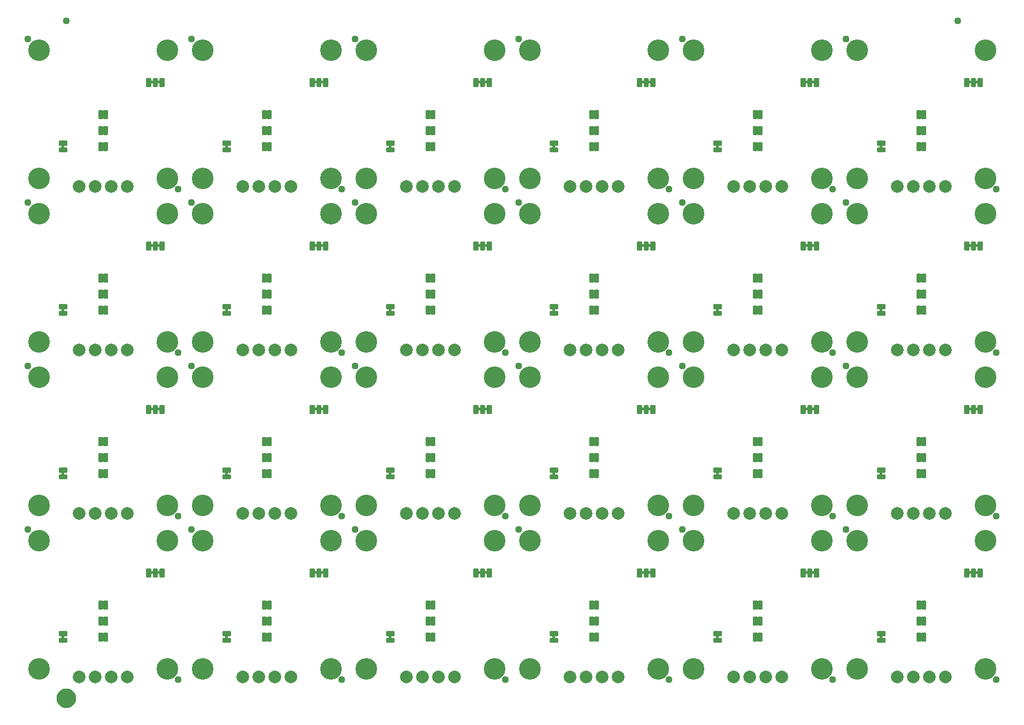
<source format=gbs>
G04 EAGLE Gerber RS-274X export*
G75*
%MOMM*%
%FSLAX34Y34*%
%LPD*%
%INSoldermask Bottom*%
%IPPOS*%
%AMOC8*
5,1,8,0,0,1.08239X$1,22.5*%
G01*
%ADD10C,3.429000*%
%ADD11C,1.127000*%
%ADD12C,0.228344*%
%ADD13C,2.006600*%
%ADD14C,0.228600*%
%ADD15C,1.270000*%
%ADD16C,1.627000*%

G36*
X323915Y591832D02*
X323915Y591832D01*
X323981Y591834D01*
X324024Y591852D01*
X324071Y591860D01*
X324128Y591894D01*
X324188Y591919D01*
X324223Y591950D01*
X324264Y591975D01*
X324306Y592026D01*
X324354Y592070D01*
X324376Y592112D01*
X324405Y592149D01*
X324426Y592211D01*
X324457Y592270D01*
X324465Y592324D01*
X324477Y592361D01*
X324476Y592401D01*
X324484Y592455D01*
X324484Y596265D01*
X324473Y596330D01*
X324471Y596396D01*
X324453Y596439D01*
X324445Y596486D01*
X324411Y596543D01*
X324386Y596603D01*
X324355Y596638D01*
X324330Y596679D01*
X324279Y596721D01*
X324235Y596769D01*
X324193Y596791D01*
X324156Y596820D01*
X324094Y596841D01*
X324035Y596872D01*
X323981Y596880D01*
X323944Y596892D01*
X323904Y596891D01*
X323850Y596899D01*
X321310Y596899D01*
X321245Y596888D01*
X321179Y596886D01*
X321136Y596868D01*
X321089Y596860D01*
X321032Y596826D01*
X320972Y596801D01*
X320937Y596770D01*
X320896Y596745D01*
X320855Y596694D01*
X320806Y596650D01*
X320784Y596608D01*
X320755Y596571D01*
X320734Y596509D01*
X320703Y596450D01*
X320695Y596396D01*
X320683Y596359D01*
X320683Y596355D01*
X320683Y596354D01*
X320684Y596319D01*
X320676Y596265D01*
X320676Y592455D01*
X320687Y592390D01*
X320689Y592324D01*
X320707Y592281D01*
X320715Y592234D01*
X320749Y592177D01*
X320774Y592117D01*
X320805Y592082D01*
X320830Y592041D01*
X320881Y592000D01*
X320925Y591951D01*
X320967Y591929D01*
X321004Y591900D01*
X321066Y591879D01*
X321125Y591848D01*
X321179Y591840D01*
X321216Y591828D01*
X321256Y591829D01*
X321310Y591821D01*
X323850Y591821D01*
X323915Y591832D01*
G37*
G36*
X1101155Y332752D02*
X1101155Y332752D01*
X1101221Y332754D01*
X1101264Y332772D01*
X1101311Y332780D01*
X1101368Y332814D01*
X1101428Y332839D01*
X1101463Y332870D01*
X1101504Y332895D01*
X1101546Y332946D01*
X1101594Y332990D01*
X1101616Y333032D01*
X1101645Y333069D01*
X1101666Y333131D01*
X1101697Y333190D01*
X1101705Y333244D01*
X1101717Y333281D01*
X1101716Y333321D01*
X1101724Y333375D01*
X1101724Y337185D01*
X1101713Y337250D01*
X1101711Y337316D01*
X1101693Y337359D01*
X1101685Y337406D01*
X1101651Y337463D01*
X1101626Y337523D01*
X1101595Y337558D01*
X1101570Y337599D01*
X1101519Y337641D01*
X1101475Y337689D01*
X1101433Y337711D01*
X1101396Y337740D01*
X1101334Y337761D01*
X1101275Y337792D01*
X1101221Y337800D01*
X1101184Y337812D01*
X1101144Y337811D01*
X1101090Y337819D01*
X1098550Y337819D01*
X1098485Y337808D01*
X1098419Y337806D01*
X1098376Y337788D01*
X1098329Y337780D01*
X1098272Y337746D01*
X1098212Y337721D01*
X1098177Y337690D01*
X1098136Y337665D01*
X1098095Y337614D01*
X1098046Y337570D01*
X1098024Y337528D01*
X1097995Y337491D01*
X1097974Y337429D01*
X1097943Y337370D01*
X1097935Y337316D01*
X1097923Y337279D01*
X1097923Y337275D01*
X1097923Y337274D01*
X1097924Y337239D01*
X1097916Y337185D01*
X1097916Y333375D01*
X1097927Y333310D01*
X1097929Y333244D01*
X1097947Y333201D01*
X1097955Y333154D01*
X1097989Y333097D01*
X1098014Y333037D01*
X1098045Y333002D01*
X1098070Y332961D01*
X1098121Y332920D01*
X1098165Y332871D01*
X1098207Y332849D01*
X1098244Y332820D01*
X1098306Y332799D01*
X1098365Y332768D01*
X1098419Y332760D01*
X1098456Y332748D01*
X1098496Y332749D01*
X1098550Y332741D01*
X1101090Y332741D01*
X1101155Y332752D01*
G37*
G36*
X842075Y73672D02*
X842075Y73672D01*
X842141Y73674D01*
X842184Y73692D01*
X842231Y73700D01*
X842288Y73734D01*
X842348Y73759D01*
X842383Y73790D01*
X842424Y73815D01*
X842466Y73866D01*
X842514Y73910D01*
X842536Y73952D01*
X842565Y73989D01*
X842586Y74051D01*
X842617Y74110D01*
X842625Y74164D01*
X842637Y74201D01*
X842636Y74241D01*
X842644Y74295D01*
X842644Y78105D01*
X842633Y78170D01*
X842631Y78236D01*
X842613Y78279D01*
X842605Y78326D01*
X842571Y78383D01*
X842546Y78443D01*
X842515Y78478D01*
X842490Y78519D01*
X842439Y78561D01*
X842395Y78609D01*
X842353Y78631D01*
X842316Y78660D01*
X842254Y78681D01*
X842195Y78712D01*
X842141Y78720D01*
X842104Y78732D01*
X842064Y78731D01*
X842010Y78739D01*
X839470Y78739D01*
X839405Y78728D01*
X839339Y78726D01*
X839296Y78708D01*
X839249Y78700D01*
X839192Y78666D01*
X839132Y78641D01*
X839097Y78610D01*
X839056Y78585D01*
X839015Y78534D01*
X838966Y78490D01*
X838944Y78448D01*
X838915Y78411D01*
X838894Y78349D01*
X838863Y78290D01*
X838855Y78236D01*
X838843Y78199D01*
X838843Y78195D01*
X838843Y78194D01*
X838844Y78159D01*
X838836Y78105D01*
X838836Y74295D01*
X838847Y74230D01*
X838849Y74164D01*
X838867Y74121D01*
X838875Y74074D01*
X838909Y74017D01*
X838934Y73957D01*
X838965Y73922D01*
X838990Y73881D01*
X839041Y73840D01*
X839085Y73791D01*
X839127Y73769D01*
X839164Y73740D01*
X839226Y73719D01*
X839285Y73688D01*
X839339Y73680D01*
X839376Y73668D01*
X839416Y73669D01*
X839470Y73661D01*
X842010Y73661D01*
X842075Y73672D01*
G37*
G36*
X1101155Y73672D02*
X1101155Y73672D01*
X1101221Y73674D01*
X1101264Y73692D01*
X1101311Y73700D01*
X1101368Y73734D01*
X1101428Y73759D01*
X1101463Y73790D01*
X1101504Y73815D01*
X1101546Y73866D01*
X1101594Y73910D01*
X1101616Y73952D01*
X1101645Y73989D01*
X1101666Y74051D01*
X1101697Y74110D01*
X1101705Y74164D01*
X1101717Y74201D01*
X1101716Y74241D01*
X1101724Y74295D01*
X1101724Y78105D01*
X1101713Y78170D01*
X1101711Y78236D01*
X1101693Y78279D01*
X1101685Y78326D01*
X1101651Y78383D01*
X1101626Y78443D01*
X1101595Y78478D01*
X1101570Y78519D01*
X1101519Y78561D01*
X1101475Y78609D01*
X1101433Y78631D01*
X1101396Y78660D01*
X1101334Y78681D01*
X1101275Y78712D01*
X1101221Y78720D01*
X1101184Y78732D01*
X1101144Y78731D01*
X1101090Y78739D01*
X1098550Y78739D01*
X1098485Y78728D01*
X1098419Y78726D01*
X1098376Y78708D01*
X1098329Y78700D01*
X1098272Y78666D01*
X1098212Y78641D01*
X1098177Y78610D01*
X1098136Y78585D01*
X1098095Y78534D01*
X1098046Y78490D01*
X1098024Y78448D01*
X1097995Y78411D01*
X1097974Y78349D01*
X1097943Y78290D01*
X1097935Y78236D01*
X1097923Y78199D01*
X1097923Y78195D01*
X1097923Y78194D01*
X1097924Y78159D01*
X1097916Y78105D01*
X1097916Y74295D01*
X1097927Y74230D01*
X1097929Y74164D01*
X1097947Y74121D01*
X1097955Y74074D01*
X1097989Y74017D01*
X1098014Y73957D01*
X1098045Y73922D01*
X1098070Y73881D01*
X1098121Y73840D01*
X1098165Y73791D01*
X1098207Y73769D01*
X1098244Y73740D01*
X1098306Y73719D01*
X1098365Y73688D01*
X1098419Y73680D01*
X1098456Y73668D01*
X1098496Y73669D01*
X1098550Y73661D01*
X1101090Y73661D01*
X1101155Y73672D01*
G37*
G36*
X1360235Y73672D02*
X1360235Y73672D01*
X1360301Y73674D01*
X1360344Y73692D01*
X1360391Y73700D01*
X1360448Y73734D01*
X1360508Y73759D01*
X1360543Y73790D01*
X1360584Y73815D01*
X1360626Y73866D01*
X1360674Y73910D01*
X1360696Y73952D01*
X1360725Y73989D01*
X1360746Y74051D01*
X1360777Y74110D01*
X1360785Y74164D01*
X1360797Y74201D01*
X1360796Y74241D01*
X1360804Y74295D01*
X1360804Y78105D01*
X1360793Y78170D01*
X1360791Y78236D01*
X1360773Y78279D01*
X1360765Y78326D01*
X1360731Y78383D01*
X1360706Y78443D01*
X1360675Y78478D01*
X1360650Y78519D01*
X1360599Y78561D01*
X1360555Y78609D01*
X1360513Y78631D01*
X1360476Y78660D01*
X1360414Y78681D01*
X1360355Y78712D01*
X1360301Y78720D01*
X1360264Y78732D01*
X1360224Y78731D01*
X1360170Y78739D01*
X1357630Y78739D01*
X1357565Y78728D01*
X1357499Y78726D01*
X1357456Y78708D01*
X1357409Y78700D01*
X1357352Y78666D01*
X1357292Y78641D01*
X1357257Y78610D01*
X1357216Y78585D01*
X1357175Y78534D01*
X1357126Y78490D01*
X1357104Y78448D01*
X1357075Y78411D01*
X1357054Y78349D01*
X1357023Y78290D01*
X1357015Y78236D01*
X1357003Y78199D01*
X1357003Y78195D01*
X1357003Y78194D01*
X1357004Y78159D01*
X1356996Y78105D01*
X1356996Y74295D01*
X1357007Y74230D01*
X1357009Y74164D01*
X1357027Y74121D01*
X1357035Y74074D01*
X1357069Y74017D01*
X1357094Y73957D01*
X1357125Y73922D01*
X1357150Y73881D01*
X1357201Y73840D01*
X1357245Y73791D01*
X1357287Y73769D01*
X1357324Y73740D01*
X1357386Y73719D01*
X1357445Y73688D01*
X1357499Y73680D01*
X1357536Y73668D01*
X1357576Y73669D01*
X1357630Y73661D01*
X1360170Y73661D01*
X1360235Y73672D01*
G37*
G36*
X582995Y73672D02*
X582995Y73672D01*
X583061Y73674D01*
X583104Y73692D01*
X583151Y73700D01*
X583208Y73734D01*
X583268Y73759D01*
X583303Y73790D01*
X583344Y73815D01*
X583386Y73866D01*
X583434Y73910D01*
X583456Y73952D01*
X583485Y73989D01*
X583506Y74051D01*
X583537Y74110D01*
X583545Y74164D01*
X583557Y74201D01*
X583556Y74241D01*
X583564Y74295D01*
X583564Y78105D01*
X583553Y78170D01*
X583551Y78236D01*
X583533Y78279D01*
X583525Y78326D01*
X583491Y78383D01*
X583466Y78443D01*
X583435Y78478D01*
X583410Y78519D01*
X583359Y78561D01*
X583315Y78609D01*
X583273Y78631D01*
X583236Y78660D01*
X583174Y78681D01*
X583115Y78712D01*
X583061Y78720D01*
X583024Y78732D01*
X582984Y78731D01*
X582930Y78739D01*
X580390Y78739D01*
X580325Y78728D01*
X580259Y78726D01*
X580216Y78708D01*
X580169Y78700D01*
X580112Y78666D01*
X580052Y78641D01*
X580017Y78610D01*
X579976Y78585D01*
X579935Y78534D01*
X579886Y78490D01*
X579864Y78448D01*
X579835Y78411D01*
X579814Y78349D01*
X579783Y78290D01*
X579775Y78236D01*
X579763Y78199D01*
X579763Y78195D01*
X579763Y78194D01*
X579764Y78159D01*
X579756Y78105D01*
X579756Y74295D01*
X579767Y74230D01*
X579769Y74164D01*
X579787Y74121D01*
X579795Y74074D01*
X579829Y74017D01*
X579854Y73957D01*
X579885Y73922D01*
X579910Y73881D01*
X579961Y73840D01*
X580005Y73791D01*
X580047Y73769D01*
X580084Y73740D01*
X580146Y73719D01*
X580205Y73688D01*
X580259Y73680D01*
X580296Y73668D01*
X580336Y73669D01*
X580390Y73661D01*
X582930Y73661D01*
X582995Y73672D01*
G37*
G36*
X1101155Y591832D02*
X1101155Y591832D01*
X1101221Y591834D01*
X1101264Y591852D01*
X1101311Y591860D01*
X1101368Y591894D01*
X1101428Y591919D01*
X1101463Y591950D01*
X1101504Y591975D01*
X1101546Y592026D01*
X1101594Y592070D01*
X1101616Y592112D01*
X1101645Y592149D01*
X1101666Y592211D01*
X1101697Y592270D01*
X1101705Y592324D01*
X1101717Y592361D01*
X1101716Y592401D01*
X1101724Y592455D01*
X1101724Y596265D01*
X1101713Y596330D01*
X1101711Y596396D01*
X1101693Y596439D01*
X1101685Y596486D01*
X1101651Y596543D01*
X1101626Y596603D01*
X1101595Y596638D01*
X1101570Y596679D01*
X1101519Y596721D01*
X1101475Y596769D01*
X1101433Y596791D01*
X1101396Y596820D01*
X1101334Y596841D01*
X1101275Y596872D01*
X1101221Y596880D01*
X1101184Y596892D01*
X1101144Y596891D01*
X1101090Y596899D01*
X1098550Y596899D01*
X1098485Y596888D01*
X1098419Y596886D01*
X1098376Y596868D01*
X1098329Y596860D01*
X1098272Y596826D01*
X1098212Y596801D01*
X1098177Y596770D01*
X1098136Y596745D01*
X1098095Y596694D01*
X1098046Y596650D01*
X1098024Y596608D01*
X1097995Y596571D01*
X1097974Y596509D01*
X1097943Y596450D01*
X1097935Y596396D01*
X1097923Y596359D01*
X1097923Y596355D01*
X1097923Y596354D01*
X1097924Y596319D01*
X1097916Y596265D01*
X1097916Y592455D01*
X1097927Y592390D01*
X1097929Y592324D01*
X1097947Y592281D01*
X1097955Y592234D01*
X1097989Y592177D01*
X1098014Y592117D01*
X1098045Y592082D01*
X1098070Y592041D01*
X1098121Y592000D01*
X1098165Y591951D01*
X1098207Y591929D01*
X1098244Y591900D01*
X1098306Y591879D01*
X1098365Y591848D01*
X1098419Y591840D01*
X1098456Y591828D01*
X1098496Y591829D01*
X1098550Y591821D01*
X1101090Y591821D01*
X1101155Y591832D01*
G37*
G36*
X842075Y591832D02*
X842075Y591832D01*
X842141Y591834D01*
X842184Y591852D01*
X842231Y591860D01*
X842288Y591894D01*
X842348Y591919D01*
X842383Y591950D01*
X842424Y591975D01*
X842466Y592026D01*
X842514Y592070D01*
X842536Y592112D01*
X842565Y592149D01*
X842586Y592211D01*
X842617Y592270D01*
X842625Y592324D01*
X842637Y592361D01*
X842636Y592401D01*
X842644Y592455D01*
X842644Y596265D01*
X842633Y596330D01*
X842631Y596396D01*
X842613Y596439D01*
X842605Y596486D01*
X842571Y596543D01*
X842546Y596603D01*
X842515Y596638D01*
X842490Y596679D01*
X842439Y596721D01*
X842395Y596769D01*
X842353Y596791D01*
X842316Y596820D01*
X842254Y596841D01*
X842195Y596872D01*
X842141Y596880D01*
X842104Y596892D01*
X842064Y596891D01*
X842010Y596899D01*
X839470Y596899D01*
X839405Y596888D01*
X839339Y596886D01*
X839296Y596868D01*
X839249Y596860D01*
X839192Y596826D01*
X839132Y596801D01*
X839097Y596770D01*
X839056Y596745D01*
X839015Y596694D01*
X838966Y596650D01*
X838944Y596608D01*
X838915Y596571D01*
X838894Y596509D01*
X838863Y596450D01*
X838855Y596396D01*
X838843Y596359D01*
X838843Y596355D01*
X838843Y596354D01*
X838844Y596319D01*
X838836Y596265D01*
X838836Y592455D01*
X838847Y592390D01*
X838849Y592324D01*
X838867Y592281D01*
X838875Y592234D01*
X838909Y592177D01*
X838934Y592117D01*
X838965Y592082D01*
X838990Y592041D01*
X839041Y592000D01*
X839085Y591951D01*
X839127Y591929D01*
X839164Y591900D01*
X839226Y591879D01*
X839285Y591848D01*
X839339Y591840D01*
X839376Y591828D01*
X839416Y591829D01*
X839470Y591821D01*
X842010Y591821D01*
X842075Y591832D01*
G37*
G36*
X64835Y591832D02*
X64835Y591832D01*
X64901Y591834D01*
X64944Y591852D01*
X64991Y591860D01*
X65048Y591894D01*
X65108Y591919D01*
X65143Y591950D01*
X65184Y591975D01*
X65226Y592026D01*
X65274Y592070D01*
X65296Y592112D01*
X65325Y592149D01*
X65346Y592211D01*
X65377Y592270D01*
X65385Y592324D01*
X65397Y592361D01*
X65396Y592401D01*
X65404Y592455D01*
X65404Y596265D01*
X65393Y596330D01*
X65391Y596396D01*
X65373Y596439D01*
X65365Y596486D01*
X65331Y596543D01*
X65306Y596603D01*
X65275Y596638D01*
X65250Y596679D01*
X65199Y596721D01*
X65155Y596769D01*
X65113Y596791D01*
X65076Y596820D01*
X65014Y596841D01*
X64955Y596872D01*
X64901Y596880D01*
X64864Y596892D01*
X64824Y596891D01*
X64770Y596899D01*
X62230Y596899D01*
X62165Y596888D01*
X62099Y596886D01*
X62056Y596868D01*
X62009Y596860D01*
X61952Y596826D01*
X61892Y596801D01*
X61857Y596770D01*
X61816Y596745D01*
X61775Y596694D01*
X61726Y596650D01*
X61704Y596608D01*
X61675Y596571D01*
X61654Y596509D01*
X61623Y596450D01*
X61615Y596396D01*
X61603Y596359D01*
X61603Y596355D01*
X61603Y596354D01*
X61604Y596319D01*
X61596Y596265D01*
X61596Y592455D01*
X61607Y592390D01*
X61609Y592324D01*
X61627Y592281D01*
X61635Y592234D01*
X61669Y592177D01*
X61694Y592117D01*
X61725Y592082D01*
X61750Y592041D01*
X61801Y592000D01*
X61845Y591951D01*
X61887Y591929D01*
X61924Y591900D01*
X61986Y591879D01*
X62045Y591848D01*
X62099Y591840D01*
X62136Y591828D01*
X62176Y591829D01*
X62230Y591821D01*
X64770Y591821D01*
X64835Y591832D01*
G37*
G36*
X64835Y73672D02*
X64835Y73672D01*
X64901Y73674D01*
X64944Y73692D01*
X64991Y73700D01*
X65048Y73734D01*
X65108Y73759D01*
X65143Y73790D01*
X65184Y73815D01*
X65226Y73866D01*
X65274Y73910D01*
X65296Y73952D01*
X65325Y73989D01*
X65346Y74051D01*
X65377Y74110D01*
X65385Y74164D01*
X65397Y74201D01*
X65396Y74241D01*
X65404Y74295D01*
X65404Y78105D01*
X65393Y78170D01*
X65391Y78236D01*
X65373Y78279D01*
X65365Y78326D01*
X65331Y78383D01*
X65306Y78443D01*
X65275Y78478D01*
X65250Y78519D01*
X65199Y78561D01*
X65155Y78609D01*
X65113Y78631D01*
X65076Y78660D01*
X65014Y78681D01*
X64955Y78712D01*
X64901Y78720D01*
X64864Y78732D01*
X64824Y78731D01*
X64770Y78739D01*
X62230Y78739D01*
X62165Y78728D01*
X62099Y78726D01*
X62056Y78708D01*
X62009Y78700D01*
X61952Y78666D01*
X61892Y78641D01*
X61857Y78610D01*
X61816Y78585D01*
X61775Y78534D01*
X61726Y78490D01*
X61704Y78448D01*
X61675Y78411D01*
X61654Y78349D01*
X61623Y78290D01*
X61615Y78236D01*
X61603Y78199D01*
X61603Y78195D01*
X61603Y78194D01*
X61604Y78159D01*
X61596Y78105D01*
X61596Y74295D01*
X61607Y74230D01*
X61609Y74164D01*
X61627Y74121D01*
X61635Y74074D01*
X61669Y74017D01*
X61694Y73957D01*
X61725Y73922D01*
X61750Y73881D01*
X61801Y73840D01*
X61845Y73791D01*
X61887Y73769D01*
X61924Y73740D01*
X61986Y73719D01*
X62045Y73688D01*
X62099Y73680D01*
X62136Y73668D01*
X62176Y73669D01*
X62230Y73661D01*
X64770Y73661D01*
X64835Y73672D01*
G37*
G36*
X582995Y591832D02*
X582995Y591832D01*
X583061Y591834D01*
X583104Y591852D01*
X583151Y591860D01*
X583208Y591894D01*
X583268Y591919D01*
X583303Y591950D01*
X583344Y591975D01*
X583386Y592026D01*
X583434Y592070D01*
X583456Y592112D01*
X583485Y592149D01*
X583506Y592211D01*
X583537Y592270D01*
X583545Y592324D01*
X583557Y592361D01*
X583556Y592401D01*
X583564Y592455D01*
X583564Y596265D01*
X583553Y596330D01*
X583551Y596396D01*
X583533Y596439D01*
X583525Y596486D01*
X583491Y596543D01*
X583466Y596603D01*
X583435Y596638D01*
X583410Y596679D01*
X583359Y596721D01*
X583315Y596769D01*
X583273Y596791D01*
X583236Y596820D01*
X583174Y596841D01*
X583115Y596872D01*
X583061Y596880D01*
X583024Y596892D01*
X582984Y596891D01*
X582930Y596899D01*
X580390Y596899D01*
X580325Y596888D01*
X580259Y596886D01*
X580216Y596868D01*
X580169Y596860D01*
X580112Y596826D01*
X580052Y596801D01*
X580017Y596770D01*
X579976Y596745D01*
X579935Y596694D01*
X579886Y596650D01*
X579864Y596608D01*
X579835Y596571D01*
X579814Y596509D01*
X579783Y596450D01*
X579775Y596396D01*
X579763Y596359D01*
X579763Y596355D01*
X579763Y596354D01*
X579764Y596319D01*
X579756Y596265D01*
X579756Y592455D01*
X579767Y592390D01*
X579769Y592324D01*
X579787Y592281D01*
X579795Y592234D01*
X579829Y592177D01*
X579854Y592117D01*
X579885Y592082D01*
X579910Y592041D01*
X579961Y592000D01*
X580005Y591951D01*
X580047Y591929D01*
X580084Y591900D01*
X580146Y591879D01*
X580205Y591848D01*
X580259Y591840D01*
X580296Y591828D01*
X580336Y591829D01*
X580390Y591821D01*
X582930Y591821D01*
X582995Y591832D01*
G37*
G36*
X1360235Y591832D02*
X1360235Y591832D01*
X1360301Y591834D01*
X1360344Y591852D01*
X1360391Y591860D01*
X1360448Y591894D01*
X1360508Y591919D01*
X1360543Y591950D01*
X1360584Y591975D01*
X1360626Y592026D01*
X1360674Y592070D01*
X1360696Y592112D01*
X1360725Y592149D01*
X1360746Y592211D01*
X1360777Y592270D01*
X1360785Y592324D01*
X1360797Y592361D01*
X1360796Y592401D01*
X1360804Y592455D01*
X1360804Y596265D01*
X1360793Y596330D01*
X1360791Y596396D01*
X1360773Y596439D01*
X1360765Y596486D01*
X1360731Y596543D01*
X1360706Y596603D01*
X1360675Y596638D01*
X1360650Y596679D01*
X1360599Y596721D01*
X1360555Y596769D01*
X1360513Y596791D01*
X1360476Y596820D01*
X1360414Y596841D01*
X1360355Y596872D01*
X1360301Y596880D01*
X1360264Y596892D01*
X1360224Y596891D01*
X1360170Y596899D01*
X1357630Y596899D01*
X1357565Y596888D01*
X1357499Y596886D01*
X1357456Y596868D01*
X1357409Y596860D01*
X1357352Y596826D01*
X1357292Y596801D01*
X1357257Y596770D01*
X1357216Y596745D01*
X1357175Y596694D01*
X1357126Y596650D01*
X1357104Y596608D01*
X1357075Y596571D01*
X1357054Y596509D01*
X1357023Y596450D01*
X1357015Y596396D01*
X1357003Y596359D01*
X1357003Y596355D01*
X1357003Y596354D01*
X1357004Y596319D01*
X1356996Y596265D01*
X1356996Y592455D01*
X1357007Y592390D01*
X1357009Y592324D01*
X1357027Y592281D01*
X1357035Y592234D01*
X1357069Y592177D01*
X1357094Y592117D01*
X1357125Y592082D01*
X1357150Y592041D01*
X1357201Y592000D01*
X1357245Y591951D01*
X1357287Y591929D01*
X1357324Y591900D01*
X1357386Y591879D01*
X1357445Y591848D01*
X1357499Y591840D01*
X1357536Y591828D01*
X1357576Y591829D01*
X1357630Y591821D01*
X1360170Y591821D01*
X1360235Y591832D01*
G37*
G36*
X323915Y850912D02*
X323915Y850912D01*
X323981Y850914D01*
X324024Y850932D01*
X324071Y850940D01*
X324128Y850974D01*
X324188Y850999D01*
X324223Y851030D01*
X324264Y851055D01*
X324306Y851106D01*
X324354Y851150D01*
X324376Y851192D01*
X324405Y851229D01*
X324426Y851291D01*
X324457Y851350D01*
X324465Y851404D01*
X324477Y851441D01*
X324476Y851481D01*
X324484Y851535D01*
X324484Y855345D01*
X324473Y855410D01*
X324471Y855476D01*
X324453Y855519D01*
X324445Y855566D01*
X324411Y855623D01*
X324386Y855683D01*
X324355Y855718D01*
X324330Y855759D01*
X324279Y855801D01*
X324235Y855849D01*
X324193Y855871D01*
X324156Y855900D01*
X324094Y855921D01*
X324035Y855952D01*
X323981Y855960D01*
X323944Y855972D01*
X323904Y855971D01*
X323850Y855979D01*
X321310Y855979D01*
X321245Y855968D01*
X321179Y855966D01*
X321136Y855948D01*
X321089Y855940D01*
X321032Y855906D01*
X320972Y855881D01*
X320937Y855850D01*
X320896Y855825D01*
X320855Y855774D01*
X320806Y855730D01*
X320784Y855688D01*
X320755Y855651D01*
X320734Y855589D01*
X320703Y855530D01*
X320695Y855476D01*
X320683Y855439D01*
X320683Y855435D01*
X320683Y855434D01*
X320684Y855399D01*
X320676Y855345D01*
X320676Y851535D01*
X320687Y851470D01*
X320689Y851404D01*
X320707Y851361D01*
X320715Y851314D01*
X320749Y851257D01*
X320774Y851197D01*
X320805Y851162D01*
X320830Y851121D01*
X320881Y851080D01*
X320925Y851031D01*
X320967Y851009D01*
X321004Y850980D01*
X321066Y850959D01*
X321125Y850928D01*
X321179Y850920D01*
X321216Y850908D01*
X321256Y850909D01*
X321310Y850901D01*
X323850Y850901D01*
X323915Y850912D01*
G37*
G36*
X582995Y850912D02*
X582995Y850912D01*
X583061Y850914D01*
X583104Y850932D01*
X583151Y850940D01*
X583208Y850974D01*
X583268Y850999D01*
X583303Y851030D01*
X583344Y851055D01*
X583386Y851106D01*
X583434Y851150D01*
X583456Y851192D01*
X583485Y851229D01*
X583506Y851291D01*
X583537Y851350D01*
X583545Y851404D01*
X583557Y851441D01*
X583556Y851481D01*
X583564Y851535D01*
X583564Y855345D01*
X583553Y855410D01*
X583551Y855476D01*
X583533Y855519D01*
X583525Y855566D01*
X583491Y855623D01*
X583466Y855683D01*
X583435Y855718D01*
X583410Y855759D01*
X583359Y855801D01*
X583315Y855849D01*
X583273Y855871D01*
X583236Y855900D01*
X583174Y855921D01*
X583115Y855952D01*
X583061Y855960D01*
X583024Y855972D01*
X582984Y855971D01*
X582930Y855979D01*
X580390Y855979D01*
X580325Y855968D01*
X580259Y855966D01*
X580216Y855948D01*
X580169Y855940D01*
X580112Y855906D01*
X580052Y855881D01*
X580017Y855850D01*
X579976Y855825D01*
X579935Y855774D01*
X579886Y855730D01*
X579864Y855688D01*
X579835Y855651D01*
X579814Y855589D01*
X579783Y855530D01*
X579775Y855476D01*
X579763Y855439D01*
X579763Y855435D01*
X579763Y855434D01*
X579764Y855399D01*
X579756Y855345D01*
X579756Y851535D01*
X579767Y851470D01*
X579769Y851404D01*
X579787Y851361D01*
X579795Y851314D01*
X579829Y851257D01*
X579854Y851197D01*
X579885Y851162D01*
X579910Y851121D01*
X579961Y851080D01*
X580005Y851031D01*
X580047Y851009D01*
X580084Y850980D01*
X580146Y850959D01*
X580205Y850928D01*
X580259Y850920D01*
X580296Y850908D01*
X580336Y850909D01*
X580390Y850901D01*
X582930Y850901D01*
X582995Y850912D01*
G37*
G36*
X1360235Y850912D02*
X1360235Y850912D01*
X1360301Y850914D01*
X1360344Y850932D01*
X1360391Y850940D01*
X1360448Y850974D01*
X1360508Y850999D01*
X1360543Y851030D01*
X1360584Y851055D01*
X1360626Y851106D01*
X1360674Y851150D01*
X1360696Y851192D01*
X1360725Y851229D01*
X1360746Y851291D01*
X1360777Y851350D01*
X1360785Y851404D01*
X1360797Y851441D01*
X1360796Y851481D01*
X1360804Y851535D01*
X1360804Y855345D01*
X1360793Y855410D01*
X1360791Y855476D01*
X1360773Y855519D01*
X1360765Y855566D01*
X1360731Y855623D01*
X1360706Y855683D01*
X1360675Y855718D01*
X1360650Y855759D01*
X1360599Y855801D01*
X1360555Y855849D01*
X1360513Y855871D01*
X1360476Y855900D01*
X1360414Y855921D01*
X1360355Y855952D01*
X1360301Y855960D01*
X1360264Y855972D01*
X1360224Y855971D01*
X1360170Y855979D01*
X1357630Y855979D01*
X1357565Y855968D01*
X1357499Y855966D01*
X1357456Y855948D01*
X1357409Y855940D01*
X1357352Y855906D01*
X1357292Y855881D01*
X1357257Y855850D01*
X1357216Y855825D01*
X1357175Y855774D01*
X1357126Y855730D01*
X1357104Y855688D01*
X1357075Y855651D01*
X1357054Y855589D01*
X1357023Y855530D01*
X1357015Y855476D01*
X1357003Y855439D01*
X1357003Y855435D01*
X1357003Y855434D01*
X1357004Y855399D01*
X1356996Y855345D01*
X1356996Y851535D01*
X1357007Y851470D01*
X1357009Y851404D01*
X1357027Y851361D01*
X1357035Y851314D01*
X1357069Y851257D01*
X1357094Y851197D01*
X1357125Y851162D01*
X1357150Y851121D01*
X1357201Y851080D01*
X1357245Y851031D01*
X1357287Y851009D01*
X1357324Y850980D01*
X1357386Y850959D01*
X1357445Y850928D01*
X1357499Y850920D01*
X1357536Y850908D01*
X1357576Y850909D01*
X1357630Y850901D01*
X1360170Y850901D01*
X1360235Y850912D01*
G37*
G36*
X64835Y850912D02*
X64835Y850912D01*
X64901Y850914D01*
X64944Y850932D01*
X64991Y850940D01*
X65048Y850974D01*
X65108Y850999D01*
X65143Y851030D01*
X65184Y851055D01*
X65226Y851106D01*
X65274Y851150D01*
X65296Y851192D01*
X65325Y851229D01*
X65346Y851291D01*
X65377Y851350D01*
X65385Y851404D01*
X65397Y851441D01*
X65396Y851481D01*
X65404Y851535D01*
X65404Y855345D01*
X65393Y855410D01*
X65391Y855476D01*
X65373Y855519D01*
X65365Y855566D01*
X65331Y855623D01*
X65306Y855683D01*
X65275Y855718D01*
X65250Y855759D01*
X65199Y855801D01*
X65155Y855849D01*
X65113Y855871D01*
X65076Y855900D01*
X65014Y855921D01*
X64955Y855952D01*
X64901Y855960D01*
X64864Y855972D01*
X64824Y855971D01*
X64770Y855979D01*
X62230Y855979D01*
X62165Y855968D01*
X62099Y855966D01*
X62056Y855948D01*
X62009Y855940D01*
X61952Y855906D01*
X61892Y855881D01*
X61857Y855850D01*
X61816Y855825D01*
X61775Y855774D01*
X61726Y855730D01*
X61704Y855688D01*
X61675Y855651D01*
X61654Y855589D01*
X61623Y855530D01*
X61615Y855476D01*
X61603Y855439D01*
X61603Y855435D01*
X61603Y855434D01*
X61604Y855399D01*
X61596Y855345D01*
X61596Y851535D01*
X61607Y851470D01*
X61609Y851404D01*
X61627Y851361D01*
X61635Y851314D01*
X61669Y851257D01*
X61694Y851197D01*
X61725Y851162D01*
X61750Y851121D01*
X61801Y851080D01*
X61845Y851031D01*
X61887Y851009D01*
X61924Y850980D01*
X61986Y850959D01*
X62045Y850928D01*
X62099Y850920D01*
X62136Y850908D01*
X62176Y850909D01*
X62230Y850901D01*
X64770Y850901D01*
X64835Y850912D01*
G37*
G36*
X842075Y850912D02*
X842075Y850912D01*
X842141Y850914D01*
X842184Y850932D01*
X842231Y850940D01*
X842288Y850974D01*
X842348Y850999D01*
X842383Y851030D01*
X842424Y851055D01*
X842466Y851106D01*
X842514Y851150D01*
X842536Y851192D01*
X842565Y851229D01*
X842586Y851291D01*
X842617Y851350D01*
X842625Y851404D01*
X842637Y851441D01*
X842636Y851481D01*
X842644Y851535D01*
X842644Y855345D01*
X842633Y855410D01*
X842631Y855476D01*
X842613Y855519D01*
X842605Y855566D01*
X842571Y855623D01*
X842546Y855683D01*
X842515Y855718D01*
X842490Y855759D01*
X842439Y855801D01*
X842395Y855849D01*
X842353Y855871D01*
X842316Y855900D01*
X842254Y855921D01*
X842195Y855952D01*
X842141Y855960D01*
X842104Y855972D01*
X842064Y855971D01*
X842010Y855979D01*
X839470Y855979D01*
X839405Y855968D01*
X839339Y855966D01*
X839296Y855948D01*
X839249Y855940D01*
X839192Y855906D01*
X839132Y855881D01*
X839097Y855850D01*
X839056Y855825D01*
X839015Y855774D01*
X838966Y855730D01*
X838944Y855688D01*
X838915Y855651D01*
X838894Y855589D01*
X838863Y855530D01*
X838855Y855476D01*
X838843Y855439D01*
X838843Y855435D01*
X838843Y855434D01*
X838844Y855399D01*
X838836Y855345D01*
X838836Y851535D01*
X838847Y851470D01*
X838849Y851404D01*
X838867Y851361D01*
X838875Y851314D01*
X838909Y851257D01*
X838934Y851197D01*
X838965Y851162D01*
X838990Y851121D01*
X839041Y851080D01*
X839085Y851031D01*
X839127Y851009D01*
X839164Y850980D01*
X839226Y850959D01*
X839285Y850928D01*
X839339Y850920D01*
X839376Y850908D01*
X839416Y850909D01*
X839470Y850901D01*
X842010Y850901D01*
X842075Y850912D01*
G37*
G36*
X1101155Y850912D02*
X1101155Y850912D01*
X1101221Y850914D01*
X1101264Y850932D01*
X1101311Y850940D01*
X1101368Y850974D01*
X1101428Y850999D01*
X1101463Y851030D01*
X1101504Y851055D01*
X1101546Y851106D01*
X1101594Y851150D01*
X1101616Y851192D01*
X1101645Y851229D01*
X1101666Y851291D01*
X1101697Y851350D01*
X1101705Y851404D01*
X1101717Y851441D01*
X1101716Y851481D01*
X1101724Y851535D01*
X1101724Y855345D01*
X1101713Y855410D01*
X1101711Y855476D01*
X1101693Y855519D01*
X1101685Y855566D01*
X1101651Y855623D01*
X1101626Y855683D01*
X1101595Y855718D01*
X1101570Y855759D01*
X1101519Y855801D01*
X1101475Y855849D01*
X1101433Y855871D01*
X1101396Y855900D01*
X1101334Y855921D01*
X1101275Y855952D01*
X1101221Y855960D01*
X1101184Y855972D01*
X1101144Y855971D01*
X1101090Y855979D01*
X1098550Y855979D01*
X1098485Y855968D01*
X1098419Y855966D01*
X1098376Y855948D01*
X1098329Y855940D01*
X1098272Y855906D01*
X1098212Y855881D01*
X1098177Y855850D01*
X1098136Y855825D01*
X1098095Y855774D01*
X1098046Y855730D01*
X1098024Y855688D01*
X1097995Y855651D01*
X1097974Y855589D01*
X1097943Y855530D01*
X1097935Y855476D01*
X1097923Y855439D01*
X1097923Y855435D01*
X1097923Y855434D01*
X1097924Y855399D01*
X1097916Y855345D01*
X1097916Y851535D01*
X1097927Y851470D01*
X1097929Y851404D01*
X1097947Y851361D01*
X1097955Y851314D01*
X1097989Y851257D01*
X1098014Y851197D01*
X1098045Y851162D01*
X1098070Y851121D01*
X1098121Y851080D01*
X1098165Y851031D01*
X1098207Y851009D01*
X1098244Y850980D01*
X1098306Y850959D01*
X1098365Y850928D01*
X1098419Y850920D01*
X1098456Y850908D01*
X1098496Y850909D01*
X1098550Y850901D01*
X1101090Y850901D01*
X1101155Y850912D01*
G37*
G36*
X323915Y73672D02*
X323915Y73672D01*
X323981Y73674D01*
X324024Y73692D01*
X324071Y73700D01*
X324128Y73734D01*
X324188Y73759D01*
X324223Y73790D01*
X324264Y73815D01*
X324306Y73866D01*
X324354Y73910D01*
X324376Y73952D01*
X324405Y73989D01*
X324426Y74051D01*
X324457Y74110D01*
X324465Y74164D01*
X324477Y74201D01*
X324476Y74241D01*
X324484Y74295D01*
X324484Y78105D01*
X324473Y78170D01*
X324471Y78236D01*
X324453Y78279D01*
X324445Y78326D01*
X324411Y78383D01*
X324386Y78443D01*
X324355Y78478D01*
X324330Y78519D01*
X324279Y78561D01*
X324235Y78609D01*
X324193Y78631D01*
X324156Y78660D01*
X324094Y78681D01*
X324035Y78712D01*
X323981Y78720D01*
X323944Y78732D01*
X323904Y78731D01*
X323850Y78739D01*
X321310Y78739D01*
X321245Y78728D01*
X321179Y78726D01*
X321136Y78708D01*
X321089Y78700D01*
X321032Y78666D01*
X320972Y78641D01*
X320937Y78610D01*
X320896Y78585D01*
X320855Y78534D01*
X320806Y78490D01*
X320784Y78448D01*
X320755Y78411D01*
X320734Y78349D01*
X320703Y78290D01*
X320695Y78236D01*
X320683Y78199D01*
X320683Y78195D01*
X320683Y78194D01*
X320684Y78159D01*
X320676Y78105D01*
X320676Y74295D01*
X320687Y74230D01*
X320689Y74164D01*
X320707Y74121D01*
X320715Y74074D01*
X320749Y74017D01*
X320774Y73957D01*
X320805Y73922D01*
X320830Y73881D01*
X320881Y73840D01*
X320925Y73791D01*
X320967Y73769D01*
X321004Y73740D01*
X321066Y73719D01*
X321125Y73688D01*
X321179Y73680D01*
X321216Y73668D01*
X321256Y73669D01*
X321310Y73661D01*
X323850Y73661D01*
X323915Y73672D01*
G37*
G36*
X1360235Y332752D02*
X1360235Y332752D01*
X1360301Y332754D01*
X1360344Y332772D01*
X1360391Y332780D01*
X1360448Y332814D01*
X1360508Y332839D01*
X1360543Y332870D01*
X1360584Y332895D01*
X1360626Y332946D01*
X1360674Y332990D01*
X1360696Y333032D01*
X1360725Y333069D01*
X1360746Y333131D01*
X1360777Y333190D01*
X1360785Y333244D01*
X1360797Y333281D01*
X1360796Y333321D01*
X1360804Y333375D01*
X1360804Y337185D01*
X1360793Y337250D01*
X1360791Y337316D01*
X1360773Y337359D01*
X1360765Y337406D01*
X1360731Y337463D01*
X1360706Y337523D01*
X1360675Y337558D01*
X1360650Y337599D01*
X1360599Y337641D01*
X1360555Y337689D01*
X1360513Y337711D01*
X1360476Y337740D01*
X1360414Y337761D01*
X1360355Y337792D01*
X1360301Y337800D01*
X1360264Y337812D01*
X1360224Y337811D01*
X1360170Y337819D01*
X1357630Y337819D01*
X1357565Y337808D01*
X1357499Y337806D01*
X1357456Y337788D01*
X1357409Y337780D01*
X1357352Y337746D01*
X1357292Y337721D01*
X1357257Y337690D01*
X1357216Y337665D01*
X1357175Y337614D01*
X1357126Y337570D01*
X1357104Y337528D01*
X1357075Y337491D01*
X1357054Y337429D01*
X1357023Y337370D01*
X1357015Y337316D01*
X1357003Y337279D01*
X1357003Y337275D01*
X1357003Y337274D01*
X1357004Y337239D01*
X1356996Y337185D01*
X1356996Y333375D01*
X1357007Y333310D01*
X1357009Y333244D01*
X1357027Y333201D01*
X1357035Y333154D01*
X1357069Y333097D01*
X1357094Y333037D01*
X1357125Y333002D01*
X1357150Y332961D01*
X1357201Y332920D01*
X1357245Y332871D01*
X1357287Y332849D01*
X1357324Y332820D01*
X1357386Y332799D01*
X1357445Y332768D01*
X1357499Y332760D01*
X1357536Y332748D01*
X1357576Y332749D01*
X1357630Y332741D01*
X1360170Y332741D01*
X1360235Y332752D01*
G37*
G36*
X323915Y332752D02*
X323915Y332752D01*
X323981Y332754D01*
X324024Y332772D01*
X324071Y332780D01*
X324128Y332814D01*
X324188Y332839D01*
X324223Y332870D01*
X324264Y332895D01*
X324306Y332946D01*
X324354Y332990D01*
X324376Y333032D01*
X324405Y333069D01*
X324426Y333131D01*
X324457Y333190D01*
X324465Y333244D01*
X324477Y333281D01*
X324476Y333321D01*
X324484Y333375D01*
X324484Y337185D01*
X324473Y337250D01*
X324471Y337316D01*
X324453Y337359D01*
X324445Y337406D01*
X324411Y337463D01*
X324386Y337523D01*
X324355Y337558D01*
X324330Y337599D01*
X324279Y337641D01*
X324235Y337689D01*
X324193Y337711D01*
X324156Y337740D01*
X324094Y337761D01*
X324035Y337792D01*
X323981Y337800D01*
X323944Y337812D01*
X323904Y337811D01*
X323850Y337819D01*
X321310Y337819D01*
X321245Y337808D01*
X321179Y337806D01*
X321136Y337788D01*
X321089Y337780D01*
X321032Y337746D01*
X320972Y337721D01*
X320937Y337690D01*
X320896Y337665D01*
X320855Y337614D01*
X320806Y337570D01*
X320784Y337528D01*
X320755Y337491D01*
X320734Y337429D01*
X320703Y337370D01*
X320695Y337316D01*
X320683Y337279D01*
X320683Y337275D01*
X320683Y337274D01*
X320684Y337239D01*
X320676Y337185D01*
X320676Y333375D01*
X320687Y333310D01*
X320689Y333244D01*
X320707Y333201D01*
X320715Y333154D01*
X320749Y333097D01*
X320774Y333037D01*
X320805Y333002D01*
X320830Y332961D01*
X320881Y332920D01*
X320925Y332871D01*
X320967Y332849D01*
X321004Y332820D01*
X321066Y332799D01*
X321125Y332768D01*
X321179Y332760D01*
X321216Y332748D01*
X321256Y332749D01*
X321310Y332741D01*
X323850Y332741D01*
X323915Y332752D01*
G37*
G36*
X842075Y332752D02*
X842075Y332752D01*
X842141Y332754D01*
X842184Y332772D01*
X842231Y332780D01*
X842288Y332814D01*
X842348Y332839D01*
X842383Y332870D01*
X842424Y332895D01*
X842466Y332946D01*
X842514Y332990D01*
X842536Y333032D01*
X842565Y333069D01*
X842586Y333131D01*
X842617Y333190D01*
X842625Y333244D01*
X842637Y333281D01*
X842636Y333321D01*
X842644Y333375D01*
X842644Y337185D01*
X842633Y337250D01*
X842631Y337316D01*
X842613Y337359D01*
X842605Y337406D01*
X842571Y337463D01*
X842546Y337523D01*
X842515Y337558D01*
X842490Y337599D01*
X842439Y337641D01*
X842395Y337689D01*
X842353Y337711D01*
X842316Y337740D01*
X842254Y337761D01*
X842195Y337792D01*
X842141Y337800D01*
X842104Y337812D01*
X842064Y337811D01*
X842010Y337819D01*
X839470Y337819D01*
X839405Y337808D01*
X839339Y337806D01*
X839296Y337788D01*
X839249Y337780D01*
X839192Y337746D01*
X839132Y337721D01*
X839097Y337690D01*
X839056Y337665D01*
X839015Y337614D01*
X838966Y337570D01*
X838944Y337528D01*
X838915Y337491D01*
X838894Y337429D01*
X838863Y337370D01*
X838855Y337316D01*
X838843Y337279D01*
X838843Y337275D01*
X838843Y337274D01*
X838844Y337239D01*
X838836Y337185D01*
X838836Y333375D01*
X838847Y333310D01*
X838849Y333244D01*
X838867Y333201D01*
X838875Y333154D01*
X838909Y333097D01*
X838934Y333037D01*
X838965Y333002D01*
X838990Y332961D01*
X839041Y332920D01*
X839085Y332871D01*
X839127Y332849D01*
X839164Y332820D01*
X839226Y332799D01*
X839285Y332768D01*
X839339Y332760D01*
X839376Y332748D01*
X839416Y332749D01*
X839470Y332741D01*
X842010Y332741D01*
X842075Y332752D01*
G37*
G36*
X64835Y332752D02*
X64835Y332752D01*
X64901Y332754D01*
X64944Y332772D01*
X64991Y332780D01*
X65048Y332814D01*
X65108Y332839D01*
X65143Y332870D01*
X65184Y332895D01*
X65226Y332946D01*
X65274Y332990D01*
X65296Y333032D01*
X65325Y333069D01*
X65346Y333131D01*
X65377Y333190D01*
X65385Y333244D01*
X65397Y333281D01*
X65396Y333321D01*
X65404Y333375D01*
X65404Y337185D01*
X65393Y337250D01*
X65391Y337316D01*
X65373Y337359D01*
X65365Y337406D01*
X65331Y337463D01*
X65306Y337523D01*
X65275Y337558D01*
X65250Y337599D01*
X65199Y337641D01*
X65155Y337689D01*
X65113Y337711D01*
X65076Y337740D01*
X65014Y337761D01*
X64955Y337792D01*
X64901Y337800D01*
X64864Y337812D01*
X64824Y337811D01*
X64770Y337819D01*
X62230Y337819D01*
X62165Y337808D01*
X62099Y337806D01*
X62056Y337788D01*
X62009Y337780D01*
X61952Y337746D01*
X61892Y337721D01*
X61857Y337690D01*
X61816Y337665D01*
X61775Y337614D01*
X61726Y337570D01*
X61704Y337528D01*
X61675Y337491D01*
X61654Y337429D01*
X61623Y337370D01*
X61615Y337316D01*
X61603Y337279D01*
X61603Y337275D01*
X61603Y337274D01*
X61604Y337239D01*
X61596Y337185D01*
X61596Y333375D01*
X61607Y333310D01*
X61609Y333244D01*
X61627Y333201D01*
X61635Y333154D01*
X61669Y333097D01*
X61694Y333037D01*
X61725Y333002D01*
X61750Y332961D01*
X61801Y332920D01*
X61845Y332871D01*
X61887Y332849D01*
X61924Y332820D01*
X61986Y332799D01*
X62045Y332768D01*
X62099Y332760D01*
X62136Y332748D01*
X62176Y332749D01*
X62230Y332741D01*
X64770Y332741D01*
X64835Y332752D01*
G37*
G36*
X582995Y332752D02*
X582995Y332752D01*
X583061Y332754D01*
X583104Y332772D01*
X583151Y332780D01*
X583208Y332814D01*
X583268Y332839D01*
X583303Y332870D01*
X583344Y332895D01*
X583386Y332946D01*
X583434Y332990D01*
X583456Y333032D01*
X583485Y333069D01*
X583506Y333131D01*
X583537Y333190D01*
X583545Y333244D01*
X583557Y333281D01*
X583556Y333321D01*
X583564Y333375D01*
X583564Y337185D01*
X583553Y337250D01*
X583551Y337316D01*
X583533Y337359D01*
X583525Y337406D01*
X583491Y337463D01*
X583466Y337523D01*
X583435Y337558D01*
X583410Y337599D01*
X583359Y337641D01*
X583315Y337689D01*
X583273Y337711D01*
X583236Y337740D01*
X583174Y337761D01*
X583115Y337792D01*
X583061Y337800D01*
X583024Y337812D01*
X582984Y337811D01*
X582930Y337819D01*
X580390Y337819D01*
X580325Y337808D01*
X580259Y337806D01*
X580216Y337788D01*
X580169Y337780D01*
X580112Y337746D01*
X580052Y337721D01*
X580017Y337690D01*
X579976Y337665D01*
X579935Y337614D01*
X579886Y337570D01*
X579864Y337528D01*
X579835Y337491D01*
X579814Y337429D01*
X579783Y337370D01*
X579775Y337316D01*
X579763Y337279D01*
X579763Y337275D01*
X579763Y337274D01*
X579764Y337239D01*
X579756Y337185D01*
X579756Y333375D01*
X579767Y333310D01*
X579769Y333244D01*
X579787Y333201D01*
X579795Y333154D01*
X579829Y333097D01*
X579854Y333037D01*
X579885Y333002D01*
X579910Y332961D01*
X579961Y332920D01*
X580005Y332871D01*
X580047Y332849D01*
X580084Y332820D01*
X580146Y332799D01*
X580205Y332768D01*
X580259Y332760D01*
X580296Y332748D01*
X580336Y332749D01*
X580390Y332741D01*
X582930Y332741D01*
X582995Y332752D01*
G37*
G36*
X1512000Y694067D02*
X1512000Y694067D01*
X1512066Y694069D01*
X1512109Y694087D01*
X1512156Y694095D01*
X1512213Y694129D01*
X1512273Y694154D01*
X1512308Y694185D01*
X1512349Y694210D01*
X1512391Y694261D01*
X1512439Y694305D01*
X1512461Y694347D01*
X1512490Y694384D01*
X1512511Y694446D01*
X1512542Y694505D01*
X1512550Y694559D01*
X1512562Y694596D01*
X1512561Y694636D01*
X1512569Y694690D01*
X1512569Y697230D01*
X1512558Y697295D01*
X1512556Y697361D01*
X1512538Y697404D01*
X1512530Y697451D01*
X1512496Y697508D01*
X1512471Y697568D01*
X1512440Y697603D01*
X1512415Y697644D01*
X1512364Y697686D01*
X1512320Y697734D01*
X1512278Y697756D01*
X1512241Y697785D01*
X1512179Y697806D01*
X1512120Y697837D01*
X1512066Y697845D01*
X1512029Y697857D01*
X1511989Y697856D01*
X1511935Y697864D01*
X1508125Y697864D01*
X1508060Y697853D01*
X1507994Y697851D01*
X1507951Y697833D01*
X1507904Y697825D01*
X1507847Y697791D01*
X1507787Y697766D01*
X1507752Y697735D01*
X1507711Y697710D01*
X1507670Y697659D01*
X1507621Y697615D01*
X1507599Y697573D01*
X1507570Y697536D01*
X1507549Y697474D01*
X1507518Y697415D01*
X1507510Y697361D01*
X1507498Y697324D01*
X1507498Y697321D01*
X1507499Y697284D01*
X1507491Y697230D01*
X1507491Y694690D01*
X1507502Y694625D01*
X1507504Y694559D01*
X1507522Y694516D01*
X1507530Y694469D01*
X1507564Y694412D01*
X1507589Y694352D01*
X1507620Y694317D01*
X1507645Y694276D01*
X1507696Y694235D01*
X1507740Y694186D01*
X1507782Y694164D01*
X1507819Y694135D01*
X1507881Y694114D01*
X1507940Y694083D01*
X1507994Y694075D01*
X1508031Y694063D01*
X1508071Y694064D01*
X1508125Y694056D01*
X1511935Y694056D01*
X1512000Y694067D01*
G37*
G36*
X206440Y694067D02*
X206440Y694067D01*
X206506Y694069D01*
X206549Y694087D01*
X206596Y694095D01*
X206653Y694129D01*
X206713Y694154D01*
X206748Y694185D01*
X206789Y694210D01*
X206831Y694261D01*
X206879Y694305D01*
X206901Y694347D01*
X206930Y694384D01*
X206951Y694446D01*
X206982Y694505D01*
X206990Y694559D01*
X207002Y694596D01*
X207001Y694636D01*
X207009Y694690D01*
X207009Y697230D01*
X206998Y697295D01*
X206996Y697361D01*
X206978Y697404D01*
X206970Y697451D01*
X206936Y697508D01*
X206911Y697568D01*
X206880Y697603D01*
X206855Y697644D01*
X206804Y697686D01*
X206760Y697734D01*
X206718Y697756D01*
X206681Y697785D01*
X206619Y697806D01*
X206560Y697837D01*
X206506Y697845D01*
X206469Y697857D01*
X206429Y697856D01*
X206375Y697864D01*
X202565Y697864D01*
X202500Y697853D01*
X202434Y697851D01*
X202391Y697833D01*
X202344Y697825D01*
X202287Y697791D01*
X202227Y697766D01*
X202192Y697735D01*
X202151Y697710D01*
X202110Y697659D01*
X202061Y697615D01*
X202039Y697573D01*
X202010Y697536D01*
X201989Y697474D01*
X201958Y697415D01*
X201950Y697361D01*
X201938Y697324D01*
X201938Y697321D01*
X201939Y697284D01*
X201931Y697230D01*
X201931Y694690D01*
X201942Y694625D01*
X201944Y694559D01*
X201962Y694516D01*
X201970Y694469D01*
X202004Y694412D01*
X202029Y694352D01*
X202060Y694317D01*
X202085Y694276D01*
X202136Y694235D01*
X202180Y694186D01*
X202222Y694164D01*
X202259Y694135D01*
X202321Y694114D01*
X202380Y694083D01*
X202434Y694075D01*
X202471Y694063D01*
X202511Y694064D01*
X202565Y694056D01*
X206375Y694056D01*
X206440Y694067D01*
G37*
G36*
X475680Y694067D02*
X475680Y694067D01*
X475746Y694069D01*
X475789Y694087D01*
X475836Y694095D01*
X475893Y694129D01*
X475953Y694154D01*
X475988Y694185D01*
X476029Y694210D01*
X476071Y694261D01*
X476119Y694305D01*
X476141Y694347D01*
X476170Y694384D01*
X476191Y694446D01*
X476222Y694505D01*
X476230Y694559D01*
X476242Y694596D01*
X476241Y694636D01*
X476249Y694690D01*
X476249Y697230D01*
X476238Y697295D01*
X476236Y697361D01*
X476218Y697404D01*
X476210Y697451D01*
X476176Y697508D01*
X476151Y697568D01*
X476120Y697603D01*
X476095Y697644D01*
X476044Y697686D01*
X476000Y697734D01*
X475958Y697756D01*
X475921Y697785D01*
X475859Y697806D01*
X475800Y697837D01*
X475746Y697845D01*
X475709Y697857D01*
X475669Y697856D01*
X475615Y697864D01*
X471805Y697864D01*
X471740Y697853D01*
X471674Y697851D01*
X471631Y697833D01*
X471584Y697825D01*
X471527Y697791D01*
X471467Y697766D01*
X471432Y697735D01*
X471391Y697710D01*
X471350Y697659D01*
X471301Y697615D01*
X471279Y697573D01*
X471250Y697536D01*
X471229Y697474D01*
X471198Y697415D01*
X471190Y697361D01*
X471178Y697324D01*
X471178Y697321D01*
X471179Y697284D01*
X471171Y697230D01*
X471171Y694690D01*
X471182Y694625D01*
X471184Y694559D01*
X471202Y694516D01*
X471210Y694469D01*
X471244Y694412D01*
X471269Y694352D01*
X471300Y694317D01*
X471325Y694276D01*
X471376Y694235D01*
X471420Y694186D01*
X471462Y694164D01*
X471499Y694135D01*
X471561Y694114D01*
X471620Y694083D01*
X471674Y694075D01*
X471711Y694063D01*
X471751Y694064D01*
X471805Y694056D01*
X475615Y694056D01*
X475680Y694067D01*
G37*
G36*
X1501840Y694067D02*
X1501840Y694067D01*
X1501906Y694069D01*
X1501949Y694087D01*
X1501996Y694095D01*
X1502053Y694129D01*
X1502113Y694154D01*
X1502148Y694185D01*
X1502189Y694210D01*
X1502231Y694261D01*
X1502279Y694305D01*
X1502301Y694347D01*
X1502330Y694384D01*
X1502351Y694446D01*
X1502382Y694505D01*
X1502390Y694559D01*
X1502402Y694596D01*
X1502401Y694636D01*
X1502409Y694690D01*
X1502409Y697230D01*
X1502398Y697295D01*
X1502396Y697361D01*
X1502378Y697404D01*
X1502370Y697451D01*
X1502336Y697508D01*
X1502311Y697568D01*
X1502280Y697603D01*
X1502255Y697644D01*
X1502204Y697686D01*
X1502160Y697734D01*
X1502118Y697756D01*
X1502081Y697785D01*
X1502019Y697806D01*
X1501960Y697837D01*
X1501906Y697845D01*
X1501869Y697857D01*
X1501829Y697856D01*
X1501775Y697864D01*
X1497965Y697864D01*
X1497900Y697853D01*
X1497834Y697851D01*
X1497791Y697833D01*
X1497744Y697825D01*
X1497687Y697791D01*
X1497627Y697766D01*
X1497592Y697735D01*
X1497551Y697710D01*
X1497510Y697659D01*
X1497461Y697615D01*
X1497439Y697573D01*
X1497410Y697536D01*
X1497389Y697474D01*
X1497358Y697415D01*
X1497350Y697361D01*
X1497338Y697324D01*
X1497338Y697321D01*
X1497339Y697284D01*
X1497331Y697230D01*
X1497331Y694690D01*
X1497342Y694625D01*
X1497344Y694559D01*
X1497362Y694516D01*
X1497370Y694469D01*
X1497404Y694412D01*
X1497429Y694352D01*
X1497460Y694317D01*
X1497485Y694276D01*
X1497536Y694235D01*
X1497580Y694186D01*
X1497622Y694164D01*
X1497659Y694135D01*
X1497721Y694114D01*
X1497780Y694083D01*
X1497834Y694075D01*
X1497871Y694063D01*
X1497911Y694064D01*
X1497965Y694056D01*
X1501775Y694056D01*
X1501840Y694067D01*
G37*
G36*
X465520Y694067D02*
X465520Y694067D01*
X465586Y694069D01*
X465629Y694087D01*
X465676Y694095D01*
X465733Y694129D01*
X465793Y694154D01*
X465828Y694185D01*
X465869Y694210D01*
X465911Y694261D01*
X465959Y694305D01*
X465981Y694347D01*
X466010Y694384D01*
X466031Y694446D01*
X466062Y694505D01*
X466070Y694559D01*
X466082Y694596D01*
X466081Y694636D01*
X466089Y694690D01*
X466089Y697230D01*
X466078Y697295D01*
X466076Y697361D01*
X466058Y697404D01*
X466050Y697451D01*
X466016Y697508D01*
X465991Y697568D01*
X465960Y697603D01*
X465935Y697644D01*
X465884Y697686D01*
X465840Y697734D01*
X465798Y697756D01*
X465761Y697785D01*
X465699Y697806D01*
X465640Y697837D01*
X465586Y697845D01*
X465549Y697857D01*
X465509Y697856D01*
X465455Y697864D01*
X461645Y697864D01*
X461580Y697853D01*
X461514Y697851D01*
X461471Y697833D01*
X461424Y697825D01*
X461367Y697791D01*
X461307Y697766D01*
X461272Y697735D01*
X461231Y697710D01*
X461190Y697659D01*
X461141Y697615D01*
X461119Y697573D01*
X461090Y697536D01*
X461069Y697474D01*
X461038Y697415D01*
X461030Y697361D01*
X461018Y697324D01*
X461018Y697321D01*
X461019Y697284D01*
X461011Y697230D01*
X461011Y694690D01*
X461022Y694625D01*
X461024Y694559D01*
X461042Y694516D01*
X461050Y694469D01*
X461084Y694412D01*
X461109Y694352D01*
X461140Y694317D01*
X461165Y694276D01*
X461216Y694235D01*
X461260Y694186D01*
X461302Y694164D01*
X461339Y694135D01*
X461401Y694114D01*
X461460Y694083D01*
X461514Y694075D01*
X461551Y694063D01*
X461591Y694064D01*
X461645Y694056D01*
X465455Y694056D01*
X465520Y694067D01*
G37*
G36*
X1242760Y694067D02*
X1242760Y694067D01*
X1242826Y694069D01*
X1242869Y694087D01*
X1242916Y694095D01*
X1242973Y694129D01*
X1243033Y694154D01*
X1243068Y694185D01*
X1243109Y694210D01*
X1243151Y694261D01*
X1243199Y694305D01*
X1243221Y694347D01*
X1243250Y694384D01*
X1243271Y694446D01*
X1243302Y694505D01*
X1243310Y694559D01*
X1243322Y694596D01*
X1243321Y694636D01*
X1243329Y694690D01*
X1243329Y697230D01*
X1243318Y697295D01*
X1243316Y697361D01*
X1243298Y697404D01*
X1243290Y697451D01*
X1243256Y697508D01*
X1243231Y697568D01*
X1243200Y697603D01*
X1243175Y697644D01*
X1243124Y697686D01*
X1243080Y697734D01*
X1243038Y697756D01*
X1243001Y697785D01*
X1242939Y697806D01*
X1242880Y697837D01*
X1242826Y697845D01*
X1242789Y697857D01*
X1242749Y697856D01*
X1242695Y697864D01*
X1238885Y697864D01*
X1238820Y697853D01*
X1238754Y697851D01*
X1238711Y697833D01*
X1238664Y697825D01*
X1238607Y697791D01*
X1238547Y697766D01*
X1238512Y697735D01*
X1238471Y697710D01*
X1238430Y697659D01*
X1238381Y697615D01*
X1238359Y697573D01*
X1238330Y697536D01*
X1238309Y697474D01*
X1238278Y697415D01*
X1238270Y697361D01*
X1238258Y697324D01*
X1238258Y697321D01*
X1238259Y697284D01*
X1238251Y697230D01*
X1238251Y694690D01*
X1238262Y694625D01*
X1238264Y694559D01*
X1238282Y694516D01*
X1238290Y694469D01*
X1238324Y694412D01*
X1238349Y694352D01*
X1238380Y694317D01*
X1238405Y694276D01*
X1238456Y694235D01*
X1238500Y694186D01*
X1238542Y694164D01*
X1238579Y694135D01*
X1238641Y694114D01*
X1238700Y694083D01*
X1238754Y694075D01*
X1238791Y694063D01*
X1238831Y694064D01*
X1238885Y694056D01*
X1242695Y694056D01*
X1242760Y694067D01*
G37*
G36*
X993840Y694067D02*
X993840Y694067D01*
X993906Y694069D01*
X993949Y694087D01*
X993996Y694095D01*
X994053Y694129D01*
X994113Y694154D01*
X994148Y694185D01*
X994189Y694210D01*
X994231Y694261D01*
X994279Y694305D01*
X994301Y694347D01*
X994330Y694384D01*
X994351Y694446D01*
X994382Y694505D01*
X994390Y694559D01*
X994402Y694596D01*
X994401Y694636D01*
X994409Y694690D01*
X994409Y697230D01*
X994398Y697295D01*
X994396Y697361D01*
X994378Y697404D01*
X994370Y697451D01*
X994336Y697508D01*
X994311Y697568D01*
X994280Y697603D01*
X994255Y697644D01*
X994204Y697686D01*
X994160Y697734D01*
X994118Y697756D01*
X994081Y697785D01*
X994019Y697806D01*
X993960Y697837D01*
X993906Y697845D01*
X993869Y697857D01*
X993829Y697856D01*
X993775Y697864D01*
X989965Y697864D01*
X989900Y697853D01*
X989834Y697851D01*
X989791Y697833D01*
X989744Y697825D01*
X989687Y697791D01*
X989627Y697766D01*
X989592Y697735D01*
X989551Y697710D01*
X989510Y697659D01*
X989461Y697615D01*
X989439Y697573D01*
X989410Y697536D01*
X989389Y697474D01*
X989358Y697415D01*
X989350Y697361D01*
X989338Y697324D01*
X989338Y697321D01*
X989339Y697284D01*
X989331Y697230D01*
X989331Y694690D01*
X989342Y694625D01*
X989344Y694559D01*
X989362Y694516D01*
X989370Y694469D01*
X989404Y694412D01*
X989429Y694352D01*
X989460Y694317D01*
X989485Y694276D01*
X989536Y694235D01*
X989580Y694186D01*
X989622Y694164D01*
X989659Y694135D01*
X989721Y694114D01*
X989780Y694083D01*
X989834Y694075D01*
X989871Y694063D01*
X989911Y694064D01*
X989965Y694056D01*
X993775Y694056D01*
X993840Y694067D01*
G37*
G36*
X216600Y694067D02*
X216600Y694067D01*
X216666Y694069D01*
X216709Y694087D01*
X216756Y694095D01*
X216813Y694129D01*
X216873Y694154D01*
X216908Y694185D01*
X216949Y694210D01*
X216991Y694261D01*
X217039Y694305D01*
X217061Y694347D01*
X217090Y694384D01*
X217111Y694446D01*
X217142Y694505D01*
X217150Y694559D01*
X217162Y694596D01*
X217161Y694636D01*
X217169Y694690D01*
X217169Y697230D01*
X217158Y697295D01*
X217156Y697361D01*
X217138Y697404D01*
X217130Y697451D01*
X217096Y697508D01*
X217071Y697568D01*
X217040Y697603D01*
X217015Y697644D01*
X216964Y697686D01*
X216920Y697734D01*
X216878Y697756D01*
X216841Y697785D01*
X216779Y697806D01*
X216720Y697837D01*
X216666Y697845D01*
X216629Y697857D01*
X216589Y697856D01*
X216535Y697864D01*
X212725Y697864D01*
X212660Y697853D01*
X212594Y697851D01*
X212551Y697833D01*
X212504Y697825D01*
X212447Y697791D01*
X212387Y697766D01*
X212352Y697735D01*
X212311Y697710D01*
X212270Y697659D01*
X212221Y697615D01*
X212199Y697573D01*
X212170Y697536D01*
X212149Y697474D01*
X212118Y697415D01*
X212110Y697361D01*
X212098Y697324D01*
X212098Y697321D01*
X212099Y697284D01*
X212091Y697230D01*
X212091Y694690D01*
X212102Y694625D01*
X212104Y694559D01*
X212122Y694516D01*
X212130Y694469D01*
X212164Y694412D01*
X212189Y694352D01*
X212220Y694317D01*
X212245Y694276D01*
X212296Y694235D01*
X212340Y694186D01*
X212382Y694164D01*
X212419Y694135D01*
X212481Y694114D01*
X212540Y694083D01*
X212594Y694075D01*
X212631Y694063D01*
X212671Y694064D01*
X212725Y694056D01*
X216535Y694056D01*
X216600Y694067D01*
G37*
G36*
X983680Y694067D02*
X983680Y694067D01*
X983746Y694069D01*
X983789Y694087D01*
X983836Y694095D01*
X983893Y694129D01*
X983953Y694154D01*
X983988Y694185D01*
X984029Y694210D01*
X984071Y694261D01*
X984119Y694305D01*
X984141Y694347D01*
X984170Y694384D01*
X984191Y694446D01*
X984222Y694505D01*
X984230Y694559D01*
X984242Y694596D01*
X984241Y694636D01*
X984249Y694690D01*
X984249Y697230D01*
X984238Y697295D01*
X984236Y697361D01*
X984218Y697404D01*
X984210Y697451D01*
X984176Y697508D01*
X984151Y697568D01*
X984120Y697603D01*
X984095Y697644D01*
X984044Y697686D01*
X984000Y697734D01*
X983958Y697756D01*
X983921Y697785D01*
X983859Y697806D01*
X983800Y697837D01*
X983746Y697845D01*
X983709Y697857D01*
X983669Y697856D01*
X983615Y697864D01*
X979805Y697864D01*
X979740Y697853D01*
X979674Y697851D01*
X979631Y697833D01*
X979584Y697825D01*
X979527Y697791D01*
X979467Y697766D01*
X979432Y697735D01*
X979391Y697710D01*
X979350Y697659D01*
X979301Y697615D01*
X979279Y697573D01*
X979250Y697536D01*
X979229Y697474D01*
X979198Y697415D01*
X979190Y697361D01*
X979178Y697324D01*
X979178Y697321D01*
X979179Y697284D01*
X979171Y697230D01*
X979171Y694690D01*
X979182Y694625D01*
X979184Y694559D01*
X979202Y694516D01*
X979210Y694469D01*
X979244Y694412D01*
X979269Y694352D01*
X979300Y694317D01*
X979325Y694276D01*
X979376Y694235D01*
X979420Y694186D01*
X979462Y694164D01*
X979499Y694135D01*
X979561Y694114D01*
X979620Y694083D01*
X979674Y694075D01*
X979711Y694063D01*
X979751Y694064D01*
X979805Y694056D01*
X983615Y694056D01*
X983680Y694067D01*
G37*
G36*
X1252920Y694067D02*
X1252920Y694067D01*
X1252986Y694069D01*
X1253029Y694087D01*
X1253076Y694095D01*
X1253133Y694129D01*
X1253193Y694154D01*
X1253228Y694185D01*
X1253269Y694210D01*
X1253311Y694261D01*
X1253359Y694305D01*
X1253381Y694347D01*
X1253410Y694384D01*
X1253431Y694446D01*
X1253462Y694505D01*
X1253470Y694559D01*
X1253482Y694596D01*
X1253481Y694636D01*
X1253489Y694690D01*
X1253489Y697230D01*
X1253478Y697295D01*
X1253476Y697361D01*
X1253458Y697404D01*
X1253450Y697451D01*
X1253416Y697508D01*
X1253391Y697568D01*
X1253360Y697603D01*
X1253335Y697644D01*
X1253284Y697686D01*
X1253240Y697734D01*
X1253198Y697756D01*
X1253161Y697785D01*
X1253099Y697806D01*
X1253040Y697837D01*
X1252986Y697845D01*
X1252949Y697857D01*
X1252909Y697856D01*
X1252855Y697864D01*
X1249045Y697864D01*
X1248980Y697853D01*
X1248914Y697851D01*
X1248871Y697833D01*
X1248824Y697825D01*
X1248767Y697791D01*
X1248707Y697766D01*
X1248672Y697735D01*
X1248631Y697710D01*
X1248590Y697659D01*
X1248541Y697615D01*
X1248519Y697573D01*
X1248490Y697536D01*
X1248469Y697474D01*
X1248438Y697415D01*
X1248430Y697361D01*
X1248418Y697324D01*
X1248418Y697321D01*
X1248419Y697284D01*
X1248411Y697230D01*
X1248411Y694690D01*
X1248422Y694625D01*
X1248424Y694559D01*
X1248442Y694516D01*
X1248450Y694469D01*
X1248484Y694412D01*
X1248509Y694352D01*
X1248540Y694317D01*
X1248565Y694276D01*
X1248616Y694235D01*
X1248660Y694186D01*
X1248702Y694164D01*
X1248739Y694135D01*
X1248801Y694114D01*
X1248860Y694083D01*
X1248914Y694075D01*
X1248951Y694063D01*
X1248991Y694064D01*
X1249045Y694056D01*
X1252855Y694056D01*
X1252920Y694067D01*
G37*
G36*
X724600Y694067D02*
X724600Y694067D01*
X724666Y694069D01*
X724709Y694087D01*
X724756Y694095D01*
X724813Y694129D01*
X724873Y694154D01*
X724908Y694185D01*
X724949Y694210D01*
X724991Y694261D01*
X725039Y694305D01*
X725061Y694347D01*
X725090Y694384D01*
X725111Y694446D01*
X725142Y694505D01*
X725150Y694559D01*
X725162Y694596D01*
X725161Y694636D01*
X725169Y694690D01*
X725169Y697230D01*
X725158Y697295D01*
X725156Y697361D01*
X725138Y697404D01*
X725130Y697451D01*
X725096Y697508D01*
X725071Y697568D01*
X725040Y697603D01*
X725015Y697644D01*
X724964Y697686D01*
X724920Y697734D01*
X724878Y697756D01*
X724841Y697785D01*
X724779Y697806D01*
X724720Y697837D01*
X724666Y697845D01*
X724629Y697857D01*
X724589Y697856D01*
X724535Y697864D01*
X720725Y697864D01*
X720660Y697853D01*
X720594Y697851D01*
X720551Y697833D01*
X720504Y697825D01*
X720447Y697791D01*
X720387Y697766D01*
X720352Y697735D01*
X720311Y697710D01*
X720270Y697659D01*
X720221Y697615D01*
X720199Y697573D01*
X720170Y697536D01*
X720149Y697474D01*
X720118Y697415D01*
X720110Y697361D01*
X720098Y697324D01*
X720098Y697321D01*
X720099Y697284D01*
X720091Y697230D01*
X720091Y694690D01*
X720102Y694625D01*
X720104Y694559D01*
X720122Y694516D01*
X720130Y694469D01*
X720164Y694412D01*
X720189Y694352D01*
X720220Y694317D01*
X720245Y694276D01*
X720296Y694235D01*
X720340Y694186D01*
X720382Y694164D01*
X720419Y694135D01*
X720481Y694114D01*
X720540Y694083D01*
X720594Y694075D01*
X720631Y694063D01*
X720671Y694064D01*
X720725Y694056D01*
X724535Y694056D01*
X724600Y694067D01*
G37*
G36*
X734760Y694067D02*
X734760Y694067D01*
X734826Y694069D01*
X734869Y694087D01*
X734916Y694095D01*
X734973Y694129D01*
X735033Y694154D01*
X735068Y694185D01*
X735109Y694210D01*
X735151Y694261D01*
X735199Y694305D01*
X735221Y694347D01*
X735250Y694384D01*
X735271Y694446D01*
X735302Y694505D01*
X735310Y694559D01*
X735322Y694596D01*
X735321Y694636D01*
X735329Y694690D01*
X735329Y697230D01*
X735318Y697295D01*
X735316Y697361D01*
X735298Y697404D01*
X735290Y697451D01*
X735256Y697508D01*
X735231Y697568D01*
X735200Y697603D01*
X735175Y697644D01*
X735124Y697686D01*
X735080Y697734D01*
X735038Y697756D01*
X735001Y697785D01*
X734939Y697806D01*
X734880Y697837D01*
X734826Y697845D01*
X734789Y697857D01*
X734749Y697856D01*
X734695Y697864D01*
X730885Y697864D01*
X730820Y697853D01*
X730754Y697851D01*
X730711Y697833D01*
X730664Y697825D01*
X730607Y697791D01*
X730547Y697766D01*
X730512Y697735D01*
X730471Y697710D01*
X730430Y697659D01*
X730381Y697615D01*
X730359Y697573D01*
X730330Y697536D01*
X730309Y697474D01*
X730278Y697415D01*
X730270Y697361D01*
X730258Y697324D01*
X730258Y697321D01*
X730259Y697284D01*
X730251Y697230D01*
X730251Y694690D01*
X730262Y694625D01*
X730264Y694559D01*
X730282Y694516D01*
X730290Y694469D01*
X730324Y694412D01*
X730349Y694352D01*
X730380Y694317D01*
X730405Y694276D01*
X730456Y694235D01*
X730500Y694186D01*
X730542Y694164D01*
X730579Y694135D01*
X730641Y694114D01*
X730700Y694083D01*
X730754Y694075D01*
X730791Y694063D01*
X730831Y694064D01*
X730885Y694056D01*
X734695Y694056D01*
X734760Y694067D01*
G37*
G36*
X1252920Y953147D02*
X1252920Y953147D01*
X1252986Y953149D01*
X1253029Y953167D01*
X1253076Y953175D01*
X1253133Y953209D01*
X1253193Y953234D01*
X1253228Y953265D01*
X1253269Y953290D01*
X1253311Y953341D01*
X1253359Y953385D01*
X1253381Y953427D01*
X1253410Y953464D01*
X1253431Y953526D01*
X1253462Y953585D01*
X1253470Y953639D01*
X1253482Y953676D01*
X1253481Y953716D01*
X1253489Y953770D01*
X1253489Y956310D01*
X1253478Y956375D01*
X1253476Y956441D01*
X1253458Y956484D01*
X1253450Y956531D01*
X1253416Y956588D01*
X1253391Y956648D01*
X1253360Y956683D01*
X1253335Y956724D01*
X1253284Y956766D01*
X1253240Y956814D01*
X1253198Y956836D01*
X1253161Y956865D01*
X1253099Y956886D01*
X1253040Y956917D01*
X1252986Y956925D01*
X1252949Y956937D01*
X1252909Y956936D01*
X1252855Y956944D01*
X1249045Y956944D01*
X1248980Y956933D01*
X1248914Y956931D01*
X1248871Y956913D01*
X1248824Y956905D01*
X1248767Y956871D01*
X1248707Y956846D01*
X1248672Y956815D01*
X1248631Y956790D01*
X1248590Y956739D01*
X1248541Y956695D01*
X1248519Y956653D01*
X1248490Y956616D01*
X1248469Y956554D01*
X1248438Y956495D01*
X1248430Y956441D01*
X1248418Y956404D01*
X1248418Y956401D01*
X1248419Y956364D01*
X1248411Y956310D01*
X1248411Y953770D01*
X1248422Y953705D01*
X1248424Y953639D01*
X1248442Y953596D01*
X1248450Y953549D01*
X1248484Y953492D01*
X1248509Y953432D01*
X1248540Y953397D01*
X1248565Y953356D01*
X1248616Y953315D01*
X1248660Y953266D01*
X1248702Y953244D01*
X1248739Y953215D01*
X1248801Y953194D01*
X1248860Y953163D01*
X1248914Y953155D01*
X1248951Y953143D01*
X1248991Y953144D01*
X1249045Y953136D01*
X1252855Y953136D01*
X1252920Y953147D01*
G37*
G36*
X1512000Y434987D02*
X1512000Y434987D01*
X1512066Y434989D01*
X1512109Y435007D01*
X1512156Y435015D01*
X1512213Y435049D01*
X1512273Y435074D01*
X1512308Y435105D01*
X1512349Y435130D01*
X1512391Y435181D01*
X1512439Y435225D01*
X1512461Y435267D01*
X1512490Y435304D01*
X1512511Y435366D01*
X1512542Y435425D01*
X1512550Y435479D01*
X1512562Y435516D01*
X1512561Y435556D01*
X1512569Y435610D01*
X1512569Y438150D01*
X1512558Y438215D01*
X1512556Y438281D01*
X1512538Y438324D01*
X1512530Y438371D01*
X1512496Y438428D01*
X1512471Y438488D01*
X1512440Y438523D01*
X1512415Y438564D01*
X1512364Y438606D01*
X1512320Y438654D01*
X1512278Y438676D01*
X1512241Y438705D01*
X1512179Y438726D01*
X1512120Y438757D01*
X1512066Y438765D01*
X1512029Y438777D01*
X1511989Y438776D01*
X1511935Y438784D01*
X1508125Y438784D01*
X1508060Y438773D01*
X1507994Y438771D01*
X1507951Y438753D01*
X1507904Y438745D01*
X1507847Y438711D01*
X1507787Y438686D01*
X1507752Y438655D01*
X1507711Y438630D01*
X1507670Y438579D01*
X1507621Y438535D01*
X1507599Y438493D01*
X1507570Y438456D01*
X1507549Y438394D01*
X1507518Y438335D01*
X1507510Y438281D01*
X1507498Y438244D01*
X1507498Y438241D01*
X1507499Y438204D01*
X1507491Y438150D01*
X1507491Y435610D01*
X1507502Y435545D01*
X1507504Y435479D01*
X1507522Y435436D01*
X1507530Y435389D01*
X1507564Y435332D01*
X1507589Y435272D01*
X1507620Y435237D01*
X1507645Y435196D01*
X1507696Y435155D01*
X1507740Y435106D01*
X1507782Y435084D01*
X1507819Y435055D01*
X1507881Y435034D01*
X1507940Y435003D01*
X1507994Y434995D01*
X1508031Y434983D01*
X1508071Y434984D01*
X1508125Y434976D01*
X1511935Y434976D01*
X1512000Y434987D01*
G37*
G36*
X993840Y434987D02*
X993840Y434987D01*
X993906Y434989D01*
X993949Y435007D01*
X993996Y435015D01*
X994053Y435049D01*
X994113Y435074D01*
X994148Y435105D01*
X994189Y435130D01*
X994231Y435181D01*
X994279Y435225D01*
X994301Y435267D01*
X994330Y435304D01*
X994351Y435366D01*
X994382Y435425D01*
X994390Y435479D01*
X994402Y435516D01*
X994401Y435556D01*
X994409Y435610D01*
X994409Y438150D01*
X994398Y438215D01*
X994396Y438281D01*
X994378Y438324D01*
X994370Y438371D01*
X994336Y438428D01*
X994311Y438488D01*
X994280Y438523D01*
X994255Y438564D01*
X994204Y438606D01*
X994160Y438654D01*
X994118Y438676D01*
X994081Y438705D01*
X994019Y438726D01*
X993960Y438757D01*
X993906Y438765D01*
X993869Y438777D01*
X993829Y438776D01*
X993775Y438784D01*
X989965Y438784D01*
X989900Y438773D01*
X989834Y438771D01*
X989791Y438753D01*
X989744Y438745D01*
X989687Y438711D01*
X989627Y438686D01*
X989592Y438655D01*
X989551Y438630D01*
X989510Y438579D01*
X989461Y438535D01*
X989439Y438493D01*
X989410Y438456D01*
X989389Y438394D01*
X989358Y438335D01*
X989350Y438281D01*
X989338Y438244D01*
X989338Y438241D01*
X989339Y438204D01*
X989331Y438150D01*
X989331Y435610D01*
X989342Y435545D01*
X989344Y435479D01*
X989362Y435436D01*
X989370Y435389D01*
X989404Y435332D01*
X989429Y435272D01*
X989460Y435237D01*
X989485Y435196D01*
X989536Y435155D01*
X989580Y435106D01*
X989622Y435084D01*
X989659Y435055D01*
X989721Y435034D01*
X989780Y435003D01*
X989834Y434995D01*
X989871Y434983D01*
X989911Y434984D01*
X989965Y434976D01*
X993775Y434976D01*
X993840Y434987D01*
G37*
G36*
X1252920Y434987D02*
X1252920Y434987D01*
X1252986Y434989D01*
X1253029Y435007D01*
X1253076Y435015D01*
X1253133Y435049D01*
X1253193Y435074D01*
X1253228Y435105D01*
X1253269Y435130D01*
X1253311Y435181D01*
X1253359Y435225D01*
X1253381Y435267D01*
X1253410Y435304D01*
X1253431Y435366D01*
X1253462Y435425D01*
X1253470Y435479D01*
X1253482Y435516D01*
X1253481Y435556D01*
X1253489Y435610D01*
X1253489Y438150D01*
X1253478Y438215D01*
X1253476Y438281D01*
X1253458Y438324D01*
X1253450Y438371D01*
X1253416Y438428D01*
X1253391Y438488D01*
X1253360Y438523D01*
X1253335Y438564D01*
X1253284Y438606D01*
X1253240Y438654D01*
X1253198Y438676D01*
X1253161Y438705D01*
X1253099Y438726D01*
X1253040Y438757D01*
X1252986Y438765D01*
X1252949Y438777D01*
X1252909Y438776D01*
X1252855Y438784D01*
X1249045Y438784D01*
X1248980Y438773D01*
X1248914Y438771D01*
X1248871Y438753D01*
X1248824Y438745D01*
X1248767Y438711D01*
X1248707Y438686D01*
X1248672Y438655D01*
X1248631Y438630D01*
X1248590Y438579D01*
X1248541Y438535D01*
X1248519Y438493D01*
X1248490Y438456D01*
X1248469Y438394D01*
X1248438Y438335D01*
X1248430Y438281D01*
X1248418Y438244D01*
X1248418Y438241D01*
X1248419Y438204D01*
X1248411Y438150D01*
X1248411Y435610D01*
X1248422Y435545D01*
X1248424Y435479D01*
X1248442Y435436D01*
X1248450Y435389D01*
X1248484Y435332D01*
X1248509Y435272D01*
X1248540Y435237D01*
X1248565Y435196D01*
X1248616Y435155D01*
X1248660Y435106D01*
X1248702Y435084D01*
X1248739Y435055D01*
X1248801Y435034D01*
X1248860Y435003D01*
X1248914Y434995D01*
X1248951Y434983D01*
X1248991Y434984D01*
X1249045Y434976D01*
X1252855Y434976D01*
X1252920Y434987D01*
G37*
G36*
X206440Y434987D02*
X206440Y434987D01*
X206506Y434989D01*
X206549Y435007D01*
X206596Y435015D01*
X206653Y435049D01*
X206713Y435074D01*
X206748Y435105D01*
X206789Y435130D01*
X206831Y435181D01*
X206879Y435225D01*
X206901Y435267D01*
X206930Y435304D01*
X206951Y435366D01*
X206982Y435425D01*
X206990Y435479D01*
X207002Y435516D01*
X207001Y435556D01*
X207009Y435610D01*
X207009Y438150D01*
X206998Y438215D01*
X206996Y438281D01*
X206978Y438324D01*
X206970Y438371D01*
X206936Y438428D01*
X206911Y438488D01*
X206880Y438523D01*
X206855Y438564D01*
X206804Y438606D01*
X206760Y438654D01*
X206718Y438676D01*
X206681Y438705D01*
X206619Y438726D01*
X206560Y438757D01*
X206506Y438765D01*
X206469Y438777D01*
X206429Y438776D01*
X206375Y438784D01*
X202565Y438784D01*
X202500Y438773D01*
X202434Y438771D01*
X202391Y438753D01*
X202344Y438745D01*
X202287Y438711D01*
X202227Y438686D01*
X202192Y438655D01*
X202151Y438630D01*
X202110Y438579D01*
X202061Y438535D01*
X202039Y438493D01*
X202010Y438456D01*
X201989Y438394D01*
X201958Y438335D01*
X201950Y438281D01*
X201938Y438244D01*
X201938Y438241D01*
X201939Y438204D01*
X201931Y438150D01*
X201931Y435610D01*
X201942Y435545D01*
X201944Y435479D01*
X201962Y435436D01*
X201970Y435389D01*
X202004Y435332D01*
X202029Y435272D01*
X202060Y435237D01*
X202085Y435196D01*
X202136Y435155D01*
X202180Y435106D01*
X202222Y435084D01*
X202259Y435055D01*
X202321Y435034D01*
X202380Y435003D01*
X202434Y434995D01*
X202471Y434983D01*
X202511Y434984D01*
X202565Y434976D01*
X206375Y434976D01*
X206440Y434987D01*
G37*
G36*
X724600Y434987D02*
X724600Y434987D01*
X724666Y434989D01*
X724709Y435007D01*
X724756Y435015D01*
X724813Y435049D01*
X724873Y435074D01*
X724908Y435105D01*
X724949Y435130D01*
X724991Y435181D01*
X725039Y435225D01*
X725061Y435267D01*
X725090Y435304D01*
X725111Y435366D01*
X725142Y435425D01*
X725150Y435479D01*
X725162Y435516D01*
X725161Y435556D01*
X725169Y435610D01*
X725169Y438150D01*
X725158Y438215D01*
X725156Y438281D01*
X725138Y438324D01*
X725130Y438371D01*
X725096Y438428D01*
X725071Y438488D01*
X725040Y438523D01*
X725015Y438564D01*
X724964Y438606D01*
X724920Y438654D01*
X724878Y438676D01*
X724841Y438705D01*
X724779Y438726D01*
X724720Y438757D01*
X724666Y438765D01*
X724629Y438777D01*
X724589Y438776D01*
X724535Y438784D01*
X720725Y438784D01*
X720660Y438773D01*
X720594Y438771D01*
X720551Y438753D01*
X720504Y438745D01*
X720447Y438711D01*
X720387Y438686D01*
X720352Y438655D01*
X720311Y438630D01*
X720270Y438579D01*
X720221Y438535D01*
X720199Y438493D01*
X720170Y438456D01*
X720149Y438394D01*
X720118Y438335D01*
X720110Y438281D01*
X720098Y438244D01*
X720098Y438241D01*
X720099Y438204D01*
X720091Y438150D01*
X720091Y435610D01*
X720102Y435545D01*
X720104Y435479D01*
X720122Y435436D01*
X720130Y435389D01*
X720164Y435332D01*
X720189Y435272D01*
X720220Y435237D01*
X720245Y435196D01*
X720296Y435155D01*
X720340Y435106D01*
X720382Y435084D01*
X720419Y435055D01*
X720481Y435034D01*
X720540Y435003D01*
X720594Y434995D01*
X720631Y434983D01*
X720671Y434984D01*
X720725Y434976D01*
X724535Y434976D01*
X724600Y434987D01*
G37*
G36*
X1242760Y434987D02*
X1242760Y434987D01*
X1242826Y434989D01*
X1242869Y435007D01*
X1242916Y435015D01*
X1242973Y435049D01*
X1243033Y435074D01*
X1243068Y435105D01*
X1243109Y435130D01*
X1243151Y435181D01*
X1243199Y435225D01*
X1243221Y435267D01*
X1243250Y435304D01*
X1243271Y435366D01*
X1243302Y435425D01*
X1243310Y435479D01*
X1243322Y435516D01*
X1243321Y435556D01*
X1243329Y435610D01*
X1243329Y438150D01*
X1243318Y438215D01*
X1243316Y438281D01*
X1243298Y438324D01*
X1243290Y438371D01*
X1243256Y438428D01*
X1243231Y438488D01*
X1243200Y438523D01*
X1243175Y438564D01*
X1243124Y438606D01*
X1243080Y438654D01*
X1243038Y438676D01*
X1243001Y438705D01*
X1242939Y438726D01*
X1242880Y438757D01*
X1242826Y438765D01*
X1242789Y438777D01*
X1242749Y438776D01*
X1242695Y438784D01*
X1238885Y438784D01*
X1238820Y438773D01*
X1238754Y438771D01*
X1238711Y438753D01*
X1238664Y438745D01*
X1238607Y438711D01*
X1238547Y438686D01*
X1238512Y438655D01*
X1238471Y438630D01*
X1238430Y438579D01*
X1238381Y438535D01*
X1238359Y438493D01*
X1238330Y438456D01*
X1238309Y438394D01*
X1238278Y438335D01*
X1238270Y438281D01*
X1238258Y438244D01*
X1238258Y438241D01*
X1238259Y438204D01*
X1238251Y438150D01*
X1238251Y435610D01*
X1238262Y435545D01*
X1238264Y435479D01*
X1238282Y435436D01*
X1238290Y435389D01*
X1238324Y435332D01*
X1238349Y435272D01*
X1238380Y435237D01*
X1238405Y435196D01*
X1238456Y435155D01*
X1238500Y435106D01*
X1238542Y435084D01*
X1238579Y435055D01*
X1238641Y435034D01*
X1238700Y435003D01*
X1238754Y434995D01*
X1238791Y434983D01*
X1238831Y434984D01*
X1238885Y434976D01*
X1242695Y434976D01*
X1242760Y434987D01*
G37*
G36*
X475680Y434987D02*
X475680Y434987D01*
X475746Y434989D01*
X475789Y435007D01*
X475836Y435015D01*
X475893Y435049D01*
X475953Y435074D01*
X475988Y435105D01*
X476029Y435130D01*
X476071Y435181D01*
X476119Y435225D01*
X476141Y435267D01*
X476170Y435304D01*
X476191Y435366D01*
X476222Y435425D01*
X476230Y435479D01*
X476242Y435516D01*
X476241Y435556D01*
X476249Y435610D01*
X476249Y438150D01*
X476238Y438215D01*
X476236Y438281D01*
X476218Y438324D01*
X476210Y438371D01*
X476176Y438428D01*
X476151Y438488D01*
X476120Y438523D01*
X476095Y438564D01*
X476044Y438606D01*
X476000Y438654D01*
X475958Y438676D01*
X475921Y438705D01*
X475859Y438726D01*
X475800Y438757D01*
X475746Y438765D01*
X475709Y438777D01*
X475669Y438776D01*
X475615Y438784D01*
X471805Y438784D01*
X471740Y438773D01*
X471674Y438771D01*
X471631Y438753D01*
X471584Y438745D01*
X471527Y438711D01*
X471467Y438686D01*
X471432Y438655D01*
X471391Y438630D01*
X471350Y438579D01*
X471301Y438535D01*
X471279Y438493D01*
X471250Y438456D01*
X471229Y438394D01*
X471198Y438335D01*
X471190Y438281D01*
X471178Y438244D01*
X471178Y438241D01*
X471179Y438204D01*
X471171Y438150D01*
X471171Y435610D01*
X471182Y435545D01*
X471184Y435479D01*
X471202Y435436D01*
X471210Y435389D01*
X471244Y435332D01*
X471269Y435272D01*
X471300Y435237D01*
X471325Y435196D01*
X471376Y435155D01*
X471420Y435106D01*
X471462Y435084D01*
X471499Y435055D01*
X471561Y435034D01*
X471620Y435003D01*
X471674Y434995D01*
X471711Y434983D01*
X471751Y434984D01*
X471805Y434976D01*
X475615Y434976D01*
X475680Y434987D01*
G37*
G36*
X465520Y434987D02*
X465520Y434987D01*
X465586Y434989D01*
X465629Y435007D01*
X465676Y435015D01*
X465733Y435049D01*
X465793Y435074D01*
X465828Y435105D01*
X465869Y435130D01*
X465911Y435181D01*
X465959Y435225D01*
X465981Y435267D01*
X466010Y435304D01*
X466031Y435366D01*
X466062Y435425D01*
X466070Y435479D01*
X466082Y435516D01*
X466081Y435556D01*
X466089Y435610D01*
X466089Y438150D01*
X466078Y438215D01*
X466076Y438281D01*
X466058Y438324D01*
X466050Y438371D01*
X466016Y438428D01*
X465991Y438488D01*
X465960Y438523D01*
X465935Y438564D01*
X465884Y438606D01*
X465840Y438654D01*
X465798Y438676D01*
X465761Y438705D01*
X465699Y438726D01*
X465640Y438757D01*
X465586Y438765D01*
X465549Y438777D01*
X465509Y438776D01*
X465455Y438784D01*
X461645Y438784D01*
X461580Y438773D01*
X461514Y438771D01*
X461471Y438753D01*
X461424Y438745D01*
X461367Y438711D01*
X461307Y438686D01*
X461272Y438655D01*
X461231Y438630D01*
X461190Y438579D01*
X461141Y438535D01*
X461119Y438493D01*
X461090Y438456D01*
X461069Y438394D01*
X461038Y438335D01*
X461030Y438281D01*
X461018Y438244D01*
X461018Y438241D01*
X461019Y438204D01*
X461011Y438150D01*
X461011Y435610D01*
X461022Y435545D01*
X461024Y435479D01*
X461042Y435436D01*
X461050Y435389D01*
X461084Y435332D01*
X461109Y435272D01*
X461140Y435237D01*
X461165Y435196D01*
X461216Y435155D01*
X461260Y435106D01*
X461302Y435084D01*
X461339Y435055D01*
X461401Y435034D01*
X461460Y435003D01*
X461514Y434995D01*
X461551Y434983D01*
X461591Y434984D01*
X461645Y434976D01*
X465455Y434976D01*
X465520Y434987D01*
G37*
G36*
X983680Y434987D02*
X983680Y434987D01*
X983746Y434989D01*
X983789Y435007D01*
X983836Y435015D01*
X983893Y435049D01*
X983953Y435074D01*
X983988Y435105D01*
X984029Y435130D01*
X984071Y435181D01*
X984119Y435225D01*
X984141Y435267D01*
X984170Y435304D01*
X984191Y435366D01*
X984222Y435425D01*
X984230Y435479D01*
X984242Y435516D01*
X984241Y435556D01*
X984249Y435610D01*
X984249Y438150D01*
X984238Y438215D01*
X984236Y438281D01*
X984218Y438324D01*
X984210Y438371D01*
X984176Y438428D01*
X984151Y438488D01*
X984120Y438523D01*
X984095Y438564D01*
X984044Y438606D01*
X984000Y438654D01*
X983958Y438676D01*
X983921Y438705D01*
X983859Y438726D01*
X983800Y438757D01*
X983746Y438765D01*
X983709Y438777D01*
X983669Y438776D01*
X983615Y438784D01*
X979805Y438784D01*
X979740Y438773D01*
X979674Y438771D01*
X979631Y438753D01*
X979584Y438745D01*
X979527Y438711D01*
X979467Y438686D01*
X979432Y438655D01*
X979391Y438630D01*
X979350Y438579D01*
X979301Y438535D01*
X979279Y438493D01*
X979250Y438456D01*
X979229Y438394D01*
X979198Y438335D01*
X979190Y438281D01*
X979178Y438244D01*
X979178Y438241D01*
X979179Y438204D01*
X979171Y438150D01*
X979171Y435610D01*
X979182Y435545D01*
X979184Y435479D01*
X979202Y435436D01*
X979210Y435389D01*
X979244Y435332D01*
X979269Y435272D01*
X979300Y435237D01*
X979325Y435196D01*
X979376Y435155D01*
X979420Y435106D01*
X979462Y435084D01*
X979499Y435055D01*
X979561Y435034D01*
X979620Y435003D01*
X979674Y434995D01*
X979711Y434983D01*
X979751Y434984D01*
X979805Y434976D01*
X983615Y434976D01*
X983680Y434987D01*
G37*
G36*
X1501840Y434987D02*
X1501840Y434987D01*
X1501906Y434989D01*
X1501949Y435007D01*
X1501996Y435015D01*
X1502053Y435049D01*
X1502113Y435074D01*
X1502148Y435105D01*
X1502189Y435130D01*
X1502231Y435181D01*
X1502279Y435225D01*
X1502301Y435267D01*
X1502330Y435304D01*
X1502351Y435366D01*
X1502382Y435425D01*
X1502390Y435479D01*
X1502402Y435516D01*
X1502401Y435556D01*
X1502409Y435610D01*
X1502409Y438150D01*
X1502398Y438215D01*
X1502396Y438281D01*
X1502378Y438324D01*
X1502370Y438371D01*
X1502336Y438428D01*
X1502311Y438488D01*
X1502280Y438523D01*
X1502255Y438564D01*
X1502204Y438606D01*
X1502160Y438654D01*
X1502118Y438676D01*
X1502081Y438705D01*
X1502019Y438726D01*
X1501960Y438757D01*
X1501906Y438765D01*
X1501869Y438777D01*
X1501829Y438776D01*
X1501775Y438784D01*
X1497965Y438784D01*
X1497900Y438773D01*
X1497834Y438771D01*
X1497791Y438753D01*
X1497744Y438745D01*
X1497687Y438711D01*
X1497627Y438686D01*
X1497592Y438655D01*
X1497551Y438630D01*
X1497510Y438579D01*
X1497461Y438535D01*
X1497439Y438493D01*
X1497410Y438456D01*
X1497389Y438394D01*
X1497358Y438335D01*
X1497350Y438281D01*
X1497338Y438244D01*
X1497338Y438241D01*
X1497339Y438204D01*
X1497331Y438150D01*
X1497331Y435610D01*
X1497342Y435545D01*
X1497344Y435479D01*
X1497362Y435436D01*
X1497370Y435389D01*
X1497404Y435332D01*
X1497429Y435272D01*
X1497460Y435237D01*
X1497485Y435196D01*
X1497536Y435155D01*
X1497580Y435106D01*
X1497622Y435084D01*
X1497659Y435055D01*
X1497721Y435034D01*
X1497780Y435003D01*
X1497834Y434995D01*
X1497871Y434983D01*
X1497911Y434984D01*
X1497965Y434976D01*
X1501775Y434976D01*
X1501840Y434987D01*
G37*
G36*
X216600Y434987D02*
X216600Y434987D01*
X216666Y434989D01*
X216709Y435007D01*
X216756Y435015D01*
X216813Y435049D01*
X216873Y435074D01*
X216908Y435105D01*
X216949Y435130D01*
X216991Y435181D01*
X217039Y435225D01*
X217061Y435267D01*
X217090Y435304D01*
X217111Y435366D01*
X217142Y435425D01*
X217150Y435479D01*
X217162Y435516D01*
X217161Y435556D01*
X217169Y435610D01*
X217169Y438150D01*
X217158Y438215D01*
X217156Y438281D01*
X217138Y438324D01*
X217130Y438371D01*
X217096Y438428D01*
X217071Y438488D01*
X217040Y438523D01*
X217015Y438564D01*
X216964Y438606D01*
X216920Y438654D01*
X216878Y438676D01*
X216841Y438705D01*
X216779Y438726D01*
X216720Y438757D01*
X216666Y438765D01*
X216629Y438777D01*
X216589Y438776D01*
X216535Y438784D01*
X212725Y438784D01*
X212660Y438773D01*
X212594Y438771D01*
X212551Y438753D01*
X212504Y438745D01*
X212447Y438711D01*
X212387Y438686D01*
X212352Y438655D01*
X212311Y438630D01*
X212270Y438579D01*
X212221Y438535D01*
X212199Y438493D01*
X212170Y438456D01*
X212149Y438394D01*
X212118Y438335D01*
X212110Y438281D01*
X212098Y438244D01*
X212098Y438241D01*
X212099Y438204D01*
X212091Y438150D01*
X212091Y435610D01*
X212102Y435545D01*
X212104Y435479D01*
X212122Y435436D01*
X212130Y435389D01*
X212164Y435332D01*
X212189Y435272D01*
X212220Y435237D01*
X212245Y435196D01*
X212296Y435155D01*
X212340Y435106D01*
X212382Y435084D01*
X212419Y435055D01*
X212481Y435034D01*
X212540Y435003D01*
X212594Y434995D01*
X212631Y434983D01*
X212671Y434984D01*
X212725Y434976D01*
X216535Y434976D01*
X216600Y434987D01*
G37*
G36*
X216600Y953147D02*
X216600Y953147D01*
X216666Y953149D01*
X216709Y953167D01*
X216756Y953175D01*
X216813Y953209D01*
X216873Y953234D01*
X216908Y953265D01*
X216949Y953290D01*
X216991Y953341D01*
X217039Y953385D01*
X217061Y953427D01*
X217090Y953464D01*
X217111Y953526D01*
X217142Y953585D01*
X217150Y953639D01*
X217162Y953676D01*
X217161Y953716D01*
X217169Y953770D01*
X217169Y956310D01*
X217158Y956375D01*
X217156Y956441D01*
X217138Y956484D01*
X217130Y956531D01*
X217096Y956588D01*
X217071Y956648D01*
X217040Y956683D01*
X217015Y956724D01*
X216964Y956766D01*
X216920Y956814D01*
X216878Y956836D01*
X216841Y956865D01*
X216779Y956886D01*
X216720Y956917D01*
X216666Y956925D01*
X216629Y956937D01*
X216589Y956936D01*
X216535Y956944D01*
X212725Y956944D01*
X212660Y956933D01*
X212594Y956931D01*
X212551Y956913D01*
X212504Y956905D01*
X212447Y956871D01*
X212387Y956846D01*
X212352Y956815D01*
X212311Y956790D01*
X212270Y956739D01*
X212221Y956695D01*
X212199Y956653D01*
X212170Y956616D01*
X212149Y956554D01*
X212118Y956495D01*
X212110Y956441D01*
X212098Y956404D01*
X212098Y956401D01*
X212099Y956364D01*
X212091Y956310D01*
X212091Y953770D01*
X212102Y953705D01*
X212104Y953639D01*
X212122Y953596D01*
X212130Y953549D01*
X212164Y953492D01*
X212189Y953432D01*
X212220Y953397D01*
X212245Y953356D01*
X212296Y953315D01*
X212340Y953266D01*
X212382Y953244D01*
X212419Y953215D01*
X212481Y953194D01*
X212540Y953163D01*
X212594Y953155D01*
X212631Y953143D01*
X212671Y953144D01*
X212725Y953136D01*
X216535Y953136D01*
X216600Y953147D01*
G37*
G36*
X993840Y953147D02*
X993840Y953147D01*
X993906Y953149D01*
X993949Y953167D01*
X993996Y953175D01*
X994053Y953209D01*
X994113Y953234D01*
X994148Y953265D01*
X994189Y953290D01*
X994231Y953341D01*
X994279Y953385D01*
X994301Y953427D01*
X994330Y953464D01*
X994351Y953526D01*
X994382Y953585D01*
X994390Y953639D01*
X994402Y953676D01*
X994401Y953716D01*
X994409Y953770D01*
X994409Y956310D01*
X994398Y956375D01*
X994396Y956441D01*
X994378Y956484D01*
X994370Y956531D01*
X994336Y956588D01*
X994311Y956648D01*
X994280Y956683D01*
X994255Y956724D01*
X994204Y956766D01*
X994160Y956814D01*
X994118Y956836D01*
X994081Y956865D01*
X994019Y956886D01*
X993960Y956917D01*
X993906Y956925D01*
X993869Y956937D01*
X993829Y956936D01*
X993775Y956944D01*
X989965Y956944D01*
X989900Y956933D01*
X989834Y956931D01*
X989791Y956913D01*
X989744Y956905D01*
X989687Y956871D01*
X989627Y956846D01*
X989592Y956815D01*
X989551Y956790D01*
X989510Y956739D01*
X989461Y956695D01*
X989439Y956653D01*
X989410Y956616D01*
X989389Y956554D01*
X989358Y956495D01*
X989350Y956441D01*
X989338Y956404D01*
X989338Y956401D01*
X989339Y956364D01*
X989331Y956310D01*
X989331Y953770D01*
X989342Y953705D01*
X989344Y953639D01*
X989362Y953596D01*
X989370Y953549D01*
X989404Y953492D01*
X989429Y953432D01*
X989460Y953397D01*
X989485Y953356D01*
X989536Y953315D01*
X989580Y953266D01*
X989622Y953244D01*
X989659Y953215D01*
X989721Y953194D01*
X989780Y953163D01*
X989834Y953155D01*
X989871Y953143D01*
X989911Y953144D01*
X989965Y953136D01*
X993775Y953136D01*
X993840Y953147D01*
G37*
G36*
X1512000Y953147D02*
X1512000Y953147D01*
X1512066Y953149D01*
X1512109Y953167D01*
X1512156Y953175D01*
X1512213Y953209D01*
X1512273Y953234D01*
X1512308Y953265D01*
X1512349Y953290D01*
X1512391Y953341D01*
X1512439Y953385D01*
X1512461Y953427D01*
X1512490Y953464D01*
X1512511Y953526D01*
X1512542Y953585D01*
X1512550Y953639D01*
X1512562Y953676D01*
X1512561Y953716D01*
X1512569Y953770D01*
X1512569Y956310D01*
X1512558Y956375D01*
X1512556Y956441D01*
X1512538Y956484D01*
X1512530Y956531D01*
X1512496Y956588D01*
X1512471Y956648D01*
X1512440Y956683D01*
X1512415Y956724D01*
X1512364Y956766D01*
X1512320Y956814D01*
X1512278Y956836D01*
X1512241Y956865D01*
X1512179Y956886D01*
X1512120Y956917D01*
X1512066Y956925D01*
X1512029Y956937D01*
X1511989Y956936D01*
X1511935Y956944D01*
X1508125Y956944D01*
X1508060Y956933D01*
X1507994Y956931D01*
X1507951Y956913D01*
X1507904Y956905D01*
X1507847Y956871D01*
X1507787Y956846D01*
X1507752Y956815D01*
X1507711Y956790D01*
X1507670Y956739D01*
X1507621Y956695D01*
X1507599Y956653D01*
X1507570Y956616D01*
X1507549Y956554D01*
X1507518Y956495D01*
X1507510Y956441D01*
X1507498Y956404D01*
X1507498Y956401D01*
X1507499Y956364D01*
X1507491Y956310D01*
X1507491Y953770D01*
X1507502Y953705D01*
X1507504Y953639D01*
X1507522Y953596D01*
X1507530Y953549D01*
X1507564Y953492D01*
X1507589Y953432D01*
X1507620Y953397D01*
X1507645Y953356D01*
X1507696Y953315D01*
X1507740Y953266D01*
X1507782Y953244D01*
X1507819Y953215D01*
X1507881Y953194D01*
X1507940Y953163D01*
X1507994Y953155D01*
X1508031Y953143D01*
X1508071Y953144D01*
X1508125Y953136D01*
X1511935Y953136D01*
X1512000Y953147D01*
G37*
G36*
X475680Y953147D02*
X475680Y953147D01*
X475746Y953149D01*
X475789Y953167D01*
X475836Y953175D01*
X475893Y953209D01*
X475953Y953234D01*
X475988Y953265D01*
X476029Y953290D01*
X476071Y953341D01*
X476119Y953385D01*
X476141Y953427D01*
X476170Y953464D01*
X476191Y953526D01*
X476222Y953585D01*
X476230Y953639D01*
X476242Y953676D01*
X476241Y953716D01*
X476249Y953770D01*
X476249Y956310D01*
X476238Y956375D01*
X476236Y956441D01*
X476218Y956484D01*
X476210Y956531D01*
X476176Y956588D01*
X476151Y956648D01*
X476120Y956683D01*
X476095Y956724D01*
X476044Y956766D01*
X476000Y956814D01*
X475958Y956836D01*
X475921Y956865D01*
X475859Y956886D01*
X475800Y956917D01*
X475746Y956925D01*
X475709Y956937D01*
X475669Y956936D01*
X475615Y956944D01*
X471805Y956944D01*
X471740Y956933D01*
X471674Y956931D01*
X471631Y956913D01*
X471584Y956905D01*
X471527Y956871D01*
X471467Y956846D01*
X471432Y956815D01*
X471391Y956790D01*
X471350Y956739D01*
X471301Y956695D01*
X471279Y956653D01*
X471250Y956616D01*
X471229Y956554D01*
X471198Y956495D01*
X471190Y956441D01*
X471178Y956404D01*
X471178Y956401D01*
X471179Y956364D01*
X471171Y956310D01*
X471171Y953770D01*
X471182Y953705D01*
X471184Y953639D01*
X471202Y953596D01*
X471210Y953549D01*
X471244Y953492D01*
X471269Y953432D01*
X471300Y953397D01*
X471325Y953356D01*
X471376Y953315D01*
X471420Y953266D01*
X471462Y953244D01*
X471499Y953215D01*
X471561Y953194D01*
X471620Y953163D01*
X471674Y953155D01*
X471711Y953143D01*
X471751Y953144D01*
X471805Y953136D01*
X475615Y953136D01*
X475680Y953147D01*
G37*
G36*
X983680Y953147D02*
X983680Y953147D01*
X983746Y953149D01*
X983789Y953167D01*
X983836Y953175D01*
X983893Y953209D01*
X983953Y953234D01*
X983988Y953265D01*
X984029Y953290D01*
X984071Y953341D01*
X984119Y953385D01*
X984141Y953427D01*
X984170Y953464D01*
X984191Y953526D01*
X984222Y953585D01*
X984230Y953639D01*
X984242Y953676D01*
X984241Y953716D01*
X984249Y953770D01*
X984249Y956310D01*
X984238Y956375D01*
X984236Y956441D01*
X984218Y956484D01*
X984210Y956531D01*
X984176Y956588D01*
X984151Y956648D01*
X984120Y956683D01*
X984095Y956724D01*
X984044Y956766D01*
X984000Y956814D01*
X983958Y956836D01*
X983921Y956865D01*
X983859Y956886D01*
X983800Y956917D01*
X983746Y956925D01*
X983709Y956937D01*
X983669Y956936D01*
X983615Y956944D01*
X979805Y956944D01*
X979740Y956933D01*
X979674Y956931D01*
X979631Y956913D01*
X979584Y956905D01*
X979527Y956871D01*
X979467Y956846D01*
X979432Y956815D01*
X979391Y956790D01*
X979350Y956739D01*
X979301Y956695D01*
X979279Y956653D01*
X979250Y956616D01*
X979229Y956554D01*
X979198Y956495D01*
X979190Y956441D01*
X979178Y956404D01*
X979178Y956401D01*
X979179Y956364D01*
X979171Y956310D01*
X979171Y953770D01*
X979182Y953705D01*
X979184Y953639D01*
X979202Y953596D01*
X979210Y953549D01*
X979244Y953492D01*
X979269Y953432D01*
X979300Y953397D01*
X979325Y953356D01*
X979376Y953315D01*
X979420Y953266D01*
X979462Y953244D01*
X979499Y953215D01*
X979561Y953194D01*
X979620Y953163D01*
X979674Y953155D01*
X979711Y953143D01*
X979751Y953144D01*
X979805Y953136D01*
X983615Y953136D01*
X983680Y953147D01*
G37*
G36*
X465520Y953147D02*
X465520Y953147D01*
X465586Y953149D01*
X465629Y953167D01*
X465676Y953175D01*
X465733Y953209D01*
X465793Y953234D01*
X465828Y953265D01*
X465869Y953290D01*
X465911Y953341D01*
X465959Y953385D01*
X465981Y953427D01*
X466010Y953464D01*
X466031Y953526D01*
X466062Y953585D01*
X466070Y953639D01*
X466082Y953676D01*
X466081Y953716D01*
X466089Y953770D01*
X466089Y956310D01*
X466078Y956375D01*
X466076Y956441D01*
X466058Y956484D01*
X466050Y956531D01*
X466016Y956588D01*
X465991Y956648D01*
X465960Y956683D01*
X465935Y956724D01*
X465884Y956766D01*
X465840Y956814D01*
X465798Y956836D01*
X465761Y956865D01*
X465699Y956886D01*
X465640Y956917D01*
X465586Y956925D01*
X465549Y956937D01*
X465509Y956936D01*
X465455Y956944D01*
X461645Y956944D01*
X461580Y956933D01*
X461514Y956931D01*
X461471Y956913D01*
X461424Y956905D01*
X461367Y956871D01*
X461307Y956846D01*
X461272Y956815D01*
X461231Y956790D01*
X461190Y956739D01*
X461141Y956695D01*
X461119Y956653D01*
X461090Y956616D01*
X461069Y956554D01*
X461038Y956495D01*
X461030Y956441D01*
X461018Y956404D01*
X461018Y956401D01*
X461019Y956364D01*
X461011Y956310D01*
X461011Y953770D01*
X461022Y953705D01*
X461024Y953639D01*
X461042Y953596D01*
X461050Y953549D01*
X461084Y953492D01*
X461109Y953432D01*
X461140Y953397D01*
X461165Y953356D01*
X461216Y953315D01*
X461260Y953266D01*
X461302Y953244D01*
X461339Y953215D01*
X461401Y953194D01*
X461460Y953163D01*
X461514Y953155D01*
X461551Y953143D01*
X461591Y953144D01*
X461645Y953136D01*
X465455Y953136D01*
X465520Y953147D01*
G37*
G36*
X216600Y175907D02*
X216600Y175907D01*
X216666Y175909D01*
X216709Y175927D01*
X216756Y175935D01*
X216813Y175969D01*
X216873Y175994D01*
X216908Y176025D01*
X216949Y176050D01*
X216991Y176101D01*
X217039Y176145D01*
X217061Y176187D01*
X217090Y176224D01*
X217111Y176286D01*
X217142Y176345D01*
X217150Y176399D01*
X217162Y176436D01*
X217161Y176476D01*
X217169Y176530D01*
X217169Y179070D01*
X217158Y179135D01*
X217156Y179201D01*
X217138Y179244D01*
X217130Y179291D01*
X217096Y179348D01*
X217071Y179408D01*
X217040Y179443D01*
X217015Y179484D01*
X216964Y179526D01*
X216920Y179574D01*
X216878Y179596D01*
X216841Y179625D01*
X216779Y179646D01*
X216720Y179677D01*
X216666Y179685D01*
X216629Y179697D01*
X216589Y179696D01*
X216535Y179704D01*
X212725Y179704D01*
X212660Y179693D01*
X212594Y179691D01*
X212551Y179673D01*
X212504Y179665D01*
X212447Y179631D01*
X212387Y179606D01*
X212352Y179575D01*
X212311Y179550D01*
X212270Y179499D01*
X212221Y179455D01*
X212199Y179413D01*
X212170Y179376D01*
X212149Y179314D01*
X212118Y179255D01*
X212110Y179201D01*
X212098Y179164D01*
X212098Y179161D01*
X212099Y179124D01*
X212091Y179070D01*
X212091Y176530D01*
X212102Y176465D01*
X212104Y176399D01*
X212122Y176356D01*
X212130Y176309D01*
X212164Y176252D01*
X212189Y176192D01*
X212220Y176157D01*
X212245Y176116D01*
X212296Y176075D01*
X212340Y176026D01*
X212382Y176004D01*
X212419Y175975D01*
X212481Y175954D01*
X212540Y175923D01*
X212594Y175915D01*
X212631Y175903D01*
X212671Y175904D01*
X212725Y175896D01*
X216535Y175896D01*
X216600Y175907D01*
G37*
G36*
X734760Y175907D02*
X734760Y175907D01*
X734826Y175909D01*
X734869Y175927D01*
X734916Y175935D01*
X734973Y175969D01*
X735033Y175994D01*
X735068Y176025D01*
X735109Y176050D01*
X735151Y176101D01*
X735199Y176145D01*
X735221Y176187D01*
X735250Y176224D01*
X735271Y176286D01*
X735302Y176345D01*
X735310Y176399D01*
X735322Y176436D01*
X735321Y176476D01*
X735329Y176530D01*
X735329Y179070D01*
X735318Y179135D01*
X735316Y179201D01*
X735298Y179244D01*
X735290Y179291D01*
X735256Y179348D01*
X735231Y179408D01*
X735200Y179443D01*
X735175Y179484D01*
X735124Y179526D01*
X735080Y179574D01*
X735038Y179596D01*
X735001Y179625D01*
X734939Y179646D01*
X734880Y179677D01*
X734826Y179685D01*
X734789Y179697D01*
X734749Y179696D01*
X734695Y179704D01*
X730885Y179704D01*
X730820Y179693D01*
X730754Y179691D01*
X730711Y179673D01*
X730664Y179665D01*
X730607Y179631D01*
X730547Y179606D01*
X730512Y179575D01*
X730471Y179550D01*
X730430Y179499D01*
X730381Y179455D01*
X730359Y179413D01*
X730330Y179376D01*
X730309Y179314D01*
X730278Y179255D01*
X730270Y179201D01*
X730258Y179164D01*
X730258Y179161D01*
X730259Y179124D01*
X730251Y179070D01*
X730251Y176530D01*
X730262Y176465D01*
X730264Y176399D01*
X730282Y176356D01*
X730290Y176309D01*
X730324Y176252D01*
X730349Y176192D01*
X730380Y176157D01*
X730405Y176116D01*
X730456Y176075D01*
X730500Y176026D01*
X730542Y176004D01*
X730579Y175975D01*
X730641Y175954D01*
X730700Y175923D01*
X730754Y175915D01*
X730791Y175903D01*
X730831Y175904D01*
X730885Y175896D01*
X734695Y175896D01*
X734760Y175907D01*
G37*
G36*
X993840Y175907D02*
X993840Y175907D01*
X993906Y175909D01*
X993949Y175927D01*
X993996Y175935D01*
X994053Y175969D01*
X994113Y175994D01*
X994148Y176025D01*
X994189Y176050D01*
X994231Y176101D01*
X994279Y176145D01*
X994301Y176187D01*
X994330Y176224D01*
X994351Y176286D01*
X994382Y176345D01*
X994390Y176399D01*
X994402Y176436D01*
X994401Y176476D01*
X994409Y176530D01*
X994409Y179070D01*
X994398Y179135D01*
X994396Y179201D01*
X994378Y179244D01*
X994370Y179291D01*
X994336Y179348D01*
X994311Y179408D01*
X994280Y179443D01*
X994255Y179484D01*
X994204Y179526D01*
X994160Y179574D01*
X994118Y179596D01*
X994081Y179625D01*
X994019Y179646D01*
X993960Y179677D01*
X993906Y179685D01*
X993869Y179697D01*
X993829Y179696D01*
X993775Y179704D01*
X989965Y179704D01*
X989900Y179693D01*
X989834Y179691D01*
X989791Y179673D01*
X989744Y179665D01*
X989687Y179631D01*
X989627Y179606D01*
X989592Y179575D01*
X989551Y179550D01*
X989510Y179499D01*
X989461Y179455D01*
X989439Y179413D01*
X989410Y179376D01*
X989389Y179314D01*
X989358Y179255D01*
X989350Y179201D01*
X989338Y179164D01*
X989338Y179161D01*
X989339Y179124D01*
X989331Y179070D01*
X989331Y176530D01*
X989342Y176465D01*
X989344Y176399D01*
X989362Y176356D01*
X989370Y176309D01*
X989404Y176252D01*
X989429Y176192D01*
X989460Y176157D01*
X989485Y176116D01*
X989536Y176075D01*
X989580Y176026D01*
X989622Y176004D01*
X989659Y175975D01*
X989721Y175954D01*
X989780Y175923D01*
X989834Y175915D01*
X989871Y175903D01*
X989911Y175904D01*
X989965Y175896D01*
X993775Y175896D01*
X993840Y175907D01*
G37*
G36*
X465520Y175907D02*
X465520Y175907D01*
X465586Y175909D01*
X465629Y175927D01*
X465676Y175935D01*
X465733Y175969D01*
X465793Y175994D01*
X465828Y176025D01*
X465869Y176050D01*
X465911Y176101D01*
X465959Y176145D01*
X465981Y176187D01*
X466010Y176224D01*
X466031Y176286D01*
X466062Y176345D01*
X466070Y176399D01*
X466082Y176436D01*
X466081Y176476D01*
X466089Y176530D01*
X466089Y179070D01*
X466078Y179135D01*
X466076Y179201D01*
X466058Y179244D01*
X466050Y179291D01*
X466016Y179348D01*
X465991Y179408D01*
X465960Y179443D01*
X465935Y179484D01*
X465884Y179526D01*
X465840Y179574D01*
X465798Y179596D01*
X465761Y179625D01*
X465699Y179646D01*
X465640Y179677D01*
X465586Y179685D01*
X465549Y179697D01*
X465509Y179696D01*
X465455Y179704D01*
X461645Y179704D01*
X461580Y179693D01*
X461514Y179691D01*
X461471Y179673D01*
X461424Y179665D01*
X461367Y179631D01*
X461307Y179606D01*
X461272Y179575D01*
X461231Y179550D01*
X461190Y179499D01*
X461141Y179455D01*
X461119Y179413D01*
X461090Y179376D01*
X461069Y179314D01*
X461038Y179255D01*
X461030Y179201D01*
X461018Y179164D01*
X461018Y179161D01*
X461019Y179124D01*
X461011Y179070D01*
X461011Y176530D01*
X461022Y176465D01*
X461024Y176399D01*
X461042Y176356D01*
X461050Y176309D01*
X461084Y176252D01*
X461109Y176192D01*
X461140Y176157D01*
X461165Y176116D01*
X461216Y176075D01*
X461260Y176026D01*
X461302Y176004D01*
X461339Y175975D01*
X461401Y175954D01*
X461460Y175923D01*
X461514Y175915D01*
X461551Y175903D01*
X461591Y175904D01*
X461645Y175896D01*
X465455Y175896D01*
X465520Y175907D01*
G37*
G36*
X206440Y175907D02*
X206440Y175907D01*
X206506Y175909D01*
X206549Y175927D01*
X206596Y175935D01*
X206653Y175969D01*
X206713Y175994D01*
X206748Y176025D01*
X206789Y176050D01*
X206831Y176101D01*
X206879Y176145D01*
X206901Y176187D01*
X206930Y176224D01*
X206951Y176286D01*
X206982Y176345D01*
X206990Y176399D01*
X207002Y176436D01*
X207001Y176476D01*
X207009Y176530D01*
X207009Y179070D01*
X206998Y179135D01*
X206996Y179201D01*
X206978Y179244D01*
X206970Y179291D01*
X206936Y179348D01*
X206911Y179408D01*
X206880Y179443D01*
X206855Y179484D01*
X206804Y179526D01*
X206760Y179574D01*
X206718Y179596D01*
X206681Y179625D01*
X206619Y179646D01*
X206560Y179677D01*
X206506Y179685D01*
X206469Y179697D01*
X206429Y179696D01*
X206375Y179704D01*
X202565Y179704D01*
X202500Y179693D01*
X202434Y179691D01*
X202391Y179673D01*
X202344Y179665D01*
X202287Y179631D01*
X202227Y179606D01*
X202192Y179575D01*
X202151Y179550D01*
X202110Y179499D01*
X202061Y179455D01*
X202039Y179413D01*
X202010Y179376D01*
X201989Y179314D01*
X201958Y179255D01*
X201950Y179201D01*
X201938Y179164D01*
X201938Y179161D01*
X201939Y179124D01*
X201931Y179070D01*
X201931Y176530D01*
X201942Y176465D01*
X201944Y176399D01*
X201962Y176356D01*
X201970Y176309D01*
X202004Y176252D01*
X202029Y176192D01*
X202060Y176157D01*
X202085Y176116D01*
X202136Y176075D01*
X202180Y176026D01*
X202222Y176004D01*
X202259Y175975D01*
X202321Y175954D01*
X202380Y175923D01*
X202434Y175915D01*
X202471Y175903D01*
X202511Y175904D01*
X202565Y175896D01*
X206375Y175896D01*
X206440Y175907D01*
G37*
G36*
X983680Y175907D02*
X983680Y175907D01*
X983746Y175909D01*
X983789Y175927D01*
X983836Y175935D01*
X983893Y175969D01*
X983953Y175994D01*
X983988Y176025D01*
X984029Y176050D01*
X984071Y176101D01*
X984119Y176145D01*
X984141Y176187D01*
X984170Y176224D01*
X984191Y176286D01*
X984222Y176345D01*
X984230Y176399D01*
X984242Y176436D01*
X984241Y176476D01*
X984249Y176530D01*
X984249Y179070D01*
X984238Y179135D01*
X984236Y179201D01*
X984218Y179244D01*
X984210Y179291D01*
X984176Y179348D01*
X984151Y179408D01*
X984120Y179443D01*
X984095Y179484D01*
X984044Y179526D01*
X984000Y179574D01*
X983958Y179596D01*
X983921Y179625D01*
X983859Y179646D01*
X983800Y179677D01*
X983746Y179685D01*
X983709Y179697D01*
X983669Y179696D01*
X983615Y179704D01*
X979805Y179704D01*
X979740Y179693D01*
X979674Y179691D01*
X979631Y179673D01*
X979584Y179665D01*
X979527Y179631D01*
X979467Y179606D01*
X979432Y179575D01*
X979391Y179550D01*
X979350Y179499D01*
X979301Y179455D01*
X979279Y179413D01*
X979250Y179376D01*
X979229Y179314D01*
X979198Y179255D01*
X979190Y179201D01*
X979178Y179164D01*
X979178Y179161D01*
X979179Y179124D01*
X979171Y179070D01*
X979171Y176530D01*
X979182Y176465D01*
X979184Y176399D01*
X979202Y176356D01*
X979210Y176309D01*
X979244Y176252D01*
X979269Y176192D01*
X979300Y176157D01*
X979325Y176116D01*
X979376Y176075D01*
X979420Y176026D01*
X979462Y176004D01*
X979499Y175975D01*
X979561Y175954D01*
X979620Y175923D01*
X979674Y175915D01*
X979711Y175903D01*
X979751Y175904D01*
X979805Y175896D01*
X983615Y175896D01*
X983680Y175907D01*
G37*
G36*
X1242760Y175907D02*
X1242760Y175907D01*
X1242826Y175909D01*
X1242869Y175927D01*
X1242916Y175935D01*
X1242973Y175969D01*
X1243033Y175994D01*
X1243068Y176025D01*
X1243109Y176050D01*
X1243151Y176101D01*
X1243199Y176145D01*
X1243221Y176187D01*
X1243250Y176224D01*
X1243271Y176286D01*
X1243302Y176345D01*
X1243310Y176399D01*
X1243322Y176436D01*
X1243321Y176476D01*
X1243329Y176530D01*
X1243329Y179070D01*
X1243318Y179135D01*
X1243316Y179201D01*
X1243298Y179244D01*
X1243290Y179291D01*
X1243256Y179348D01*
X1243231Y179408D01*
X1243200Y179443D01*
X1243175Y179484D01*
X1243124Y179526D01*
X1243080Y179574D01*
X1243038Y179596D01*
X1243001Y179625D01*
X1242939Y179646D01*
X1242880Y179677D01*
X1242826Y179685D01*
X1242789Y179697D01*
X1242749Y179696D01*
X1242695Y179704D01*
X1238885Y179704D01*
X1238820Y179693D01*
X1238754Y179691D01*
X1238711Y179673D01*
X1238664Y179665D01*
X1238607Y179631D01*
X1238547Y179606D01*
X1238512Y179575D01*
X1238471Y179550D01*
X1238430Y179499D01*
X1238381Y179455D01*
X1238359Y179413D01*
X1238330Y179376D01*
X1238309Y179314D01*
X1238278Y179255D01*
X1238270Y179201D01*
X1238258Y179164D01*
X1238258Y179161D01*
X1238259Y179124D01*
X1238251Y179070D01*
X1238251Y176530D01*
X1238262Y176465D01*
X1238264Y176399D01*
X1238282Y176356D01*
X1238290Y176309D01*
X1238324Y176252D01*
X1238349Y176192D01*
X1238380Y176157D01*
X1238405Y176116D01*
X1238456Y176075D01*
X1238500Y176026D01*
X1238542Y176004D01*
X1238579Y175975D01*
X1238641Y175954D01*
X1238700Y175923D01*
X1238754Y175915D01*
X1238791Y175903D01*
X1238831Y175904D01*
X1238885Y175896D01*
X1242695Y175896D01*
X1242760Y175907D01*
G37*
G36*
X724600Y175907D02*
X724600Y175907D01*
X724666Y175909D01*
X724709Y175927D01*
X724756Y175935D01*
X724813Y175969D01*
X724873Y175994D01*
X724908Y176025D01*
X724949Y176050D01*
X724991Y176101D01*
X725039Y176145D01*
X725061Y176187D01*
X725090Y176224D01*
X725111Y176286D01*
X725142Y176345D01*
X725150Y176399D01*
X725162Y176436D01*
X725161Y176476D01*
X725169Y176530D01*
X725169Y179070D01*
X725158Y179135D01*
X725156Y179201D01*
X725138Y179244D01*
X725130Y179291D01*
X725096Y179348D01*
X725071Y179408D01*
X725040Y179443D01*
X725015Y179484D01*
X724964Y179526D01*
X724920Y179574D01*
X724878Y179596D01*
X724841Y179625D01*
X724779Y179646D01*
X724720Y179677D01*
X724666Y179685D01*
X724629Y179697D01*
X724589Y179696D01*
X724535Y179704D01*
X720725Y179704D01*
X720660Y179693D01*
X720594Y179691D01*
X720551Y179673D01*
X720504Y179665D01*
X720447Y179631D01*
X720387Y179606D01*
X720352Y179575D01*
X720311Y179550D01*
X720270Y179499D01*
X720221Y179455D01*
X720199Y179413D01*
X720170Y179376D01*
X720149Y179314D01*
X720118Y179255D01*
X720110Y179201D01*
X720098Y179164D01*
X720098Y179161D01*
X720099Y179124D01*
X720091Y179070D01*
X720091Y176530D01*
X720102Y176465D01*
X720104Y176399D01*
X720122Y176356D01*
X720130Y176309D01*
X720164Y176252D01*
X720189Y176192D01*
X720220Y176157D01*
X720245Y176116D01*
X720296Y176075D01*
X720340Y176026D01*
X720382Y176004D01*
X720419Y175975D01*
X720481Y175954D01*
X720540Y175923D01*
X720594Y175915D01*
X720631Y175903D01*
X720671Y175904D01*
X720725Y175896D01*
X724535Y175896D01*
X724600Y175907D01*
G37*
G36*
X734760Y434987D02*
X734760Y434987D01*
X734826Y434989D01*
X734869Y435007D01*
X734916Y435015D01*
X734973Y435049D01*
X735033Y435074D01*
X735068Y435105D01*
X735109Y435130D01*
X735151Y435181D01*
X735199Y435225D01*
X735221Y435267D01*
X735250Y435304D01*
X735271Y435366D01*
X735302Y435425D01*
X735310Y435479D01*
X735322Y435516D01*
X735321Y435556D01*
X735329Y435610D01*
X735329Y438150D01*
X735318Y438215D01*
X735316Y438281D01*
X735298Y438324D01*
X735290Y438371D01*
X735256Y438428D01*
X735231Y438488D01*
X735200Y438523D01*
X735175Y438564D01*
X735124Y438606D01*
X735080Y438654D01*
X735038Y438676D01*
X735001Y438705D01*
X734939Y438726D01*
X734880Y438757D01*
X734826Y438765D01*
X734789Y438777D01*
X734749Y438776D01*
X734695Y438784D01*
X730885Y438784D01*
X730820Y438773D01*
X730754Y438771D01*
X730711Y438753D01*
X730664Y438745D01*
X730607Y438711D01*
X730547Y438686D01*
X730512Y438655D01*
X730471Y438630D01*
X730430Y438579D01*
X730381Y438535D01*
X730359Y438493D01*
X730330Y438456D01*
X730309Y438394D01*
X730278Y438335D01*
X730270Y438281D01*
X730258Y438244D01*
X730258Y438241D01*
X730259Y438204D01*
X730251Y438150D01*
X730251Y435610D01*
X730262Y435545D01*
X730264Y435479D01*
X730282Y435436D01*
X730290Y435389D01*
X730324Y435332D01*
X730349Y435272D01*
X730380Y435237D01*
X730405Y435196D01*
X730456Y435155D01*
X730500Y435106D01*
X730542Y435084D01*
X730579Y435055D01*
X730641Y435034D01*
X730700Y435003D01*
X730754Y434995D01*
X730791Y434983D01*
X730831Y434984D01*
X730885Y434976D01*
X734695Y434976D01*
X734760Y434987D01*
G37*
G36*
X1512000Y175907D02*
X1512000Y175907D01*
X1512066Y175909D01*
X1512109Y175927D01*
X1512156Y175935D01*
X1512213Y175969D01*
X1512273Y175994D01*
X1512308Y176025D01*
X1512349Y176050D01*
X1512391Y176101D01*
X1512439Y176145D01*
X1512461Y176187D01*
X1512490Y176224D01*
X1512511Y176286D01*
X1512542Y176345D01*
X1512550Y176399D01*
X1512562Y176436D01*
X1512561Y176476D01*
X1512569Y176530D01*
X1512569Y179070D01*
X1512558Y179135D01*
X1512556Y179201D01*
X1512538Y179244D01*
X1512530Y179291D01*
X1512496Y179348D01*
X1512471Y179408D01*
X1512440Y179443D01*
X1512415Y179484D01*
X1512364Y179526D01*
X1512320Y179574D01*
X1512278Y179596D01*
X1512241Y179625D01*
X1512179Y179646D01*
X1512120Y179677D01*
X1512066Y179685D01*
X1512029Y179697D01*
X1511989Y179696D01*
X1511935Y179704D01*
X1508125Y179704D01*
X1508060Y179693D01*
X1507994Y179691D01*
X1507951Y179673D01*
X1507904Y179665D01*
X1507847Y179631D01*
X1507787Y179606D01*
X1507752Y179575D01*
X1507711Y179550D01*
X1507670Y179499D01*
X1507621Y179455D01*
X1507599Y179413D01*
X1507570Y179376D01*
X1507549Y179314D01*
X1507518Y179255D01*
X1507510Y179201D01*
X1507498Y179164D01*
X1507498Y179161D01*
X1507499Y179124D01*
X1507491Y179070D01*
X1507491Y176530D01*
X1507502Y176465D01*
X1507504Y176399D01*
X1507522Y176356D01*
X1507530Y176309D01*
X1507564Y176252D01*
X1507589Y176192D01*
X1507620Y176157D01*
X1507645Y176116D01*
X1507696Y176075D01*
X1507740Y176026D01*
X1507782Y176004D01*
X1507819Y175975D01*
X1507881Y175954D01*
X1507940Y175923D01*
X1507994Y175915D01*
X1508031Y175903D01*
X1508071Y175904D01*
X1508125Y175896D01*
X1511935Y175896D01*
X1512000Y175907D01*
G37*
G36*
X1252920Y175907D02*
X1252920Y175907D01*
X1252986Y175909D01*
X1253029Y175927D01*
X1253076Y175935D01*
X1253133Y175969D01*
X1253193Y175994D01*
X1253228Y176025D01*
X1253269Y176050D01*
X1253311Y176101D01*
X1253359Y176145D01*
X1253381Y176187D01*
X1253410Y176224D01*
X1253431Y176286D01*
X1253462Y176345D01*
X1253470Y176399D01*
X1253482Y176436D01*
X1253481Y176476D01*
X1253489Y176530D01*
X1253489Y179070D01*
X1253478Y179135D01*
X1253476Y179201D01*
X1253458Y179244D01*
X1253450Y179291D01*
X1253416Y179348D01*
X1253391Y179408D01*
X1253360Y179443D01*
X1253335Y179484D01*
X1253284Y179526D01*
X1253240Y179574D01*
X1253198Y179596D01*
X1253161Y179625D01*
X1253099Y179646D01*
X1253040Y179677D01*
X1252986Y179685D01*
X1252949Y179697D01*
X1252909Y179696D01*
X1252855Y179704D01*
X1249045Y179704D01*
X1248980Y179693D01*
X1248914Y179691D01*
X1248871Y179673D01*
X1248824Y179665D01*
X1248767Y179631D01*
X1248707Y179606D01*
X1248672Y179575D01*
X1248631Y179550D01*
X1248590Y179499D01*
X1248541Y179455D01*
X1248519Y179413D01*
X1248490Y179376D01*
X1248469Y179314D01*
X1248438Y179255D01*
X1248430Y179201D01*
X1248418Y179164D01*
X1248418Y179161D01*
X1248419Y179124D01*
X1248411Y179070D01*
X1248411Y176530D01*
X1248422Y176465D01*
X1248424Y176399D01*
X1248442Y176356D01*
X1248450Y176309D01*
X1248484Y176252D01*
X1248509Y176192D01*
X1248540Y176157D01*
X1248565Y176116D01*
X1248616Y176075D01*
X1248660Y176026D01*
X1248702Y176004D01*
X1248739Y175975D01*
X1248801Y175954D01*
X1248860Y175923D01*
X1248914Y175915D01*
X1248951Y175903D01*
X1248991Y175904D01*
X1249045Y175896D01*
X1252855Y175896D01*
X1252920Y175907D01*
G37*
G36*
X475680Y175907D02*
X475680Y175907D01*
X475746Y175909D01*
X475789Y175927D01*
X475836Y175935D01*
X475893Y175969D01*
X475953Y175994D01*
X475988Y176025D01*
X476029Y176050D01*
X476071Y176101D01*
X476119Y176145D01*
X476141Y176187D01*
X476170Y176224D01*
X476191Y176286D01*
X476222Y176345D01*
X476230Y176399D01*
X476242Y176436D01*
X476241Y176476D01*
X476249Y176530D01*
X476249Y179070D01*
X476238Y179135D01*
X476236Y179201D01*
X476218Y179244D01*
X476210Y179291D01*
X476176Y179348D01*
X476151Y179408D01*
X476120Y179443D01*
X476095Y179484D01*
X476044Y179526D01*
X476000Y179574D01*
X475958Y179596D01*
X475921Y179625D01*
X475859Y179646D01*
X475800Y179677D01*
X475746Y179685D01*
X475709Y179697D01*
X475669Y179696D01*
X475615Y179704D01*
X471805Y179704D01*
X471740Y179693D01*
X471674Y179691D01*
X471631Y179673D01*
X471584Y179665D01*
X471527Y179631D01*
X471467Y179606D01*
X471432Y179575D01*
X471391Y179550D01*
X471350Y179499D01*
X471301Y179455D01*
X471279Y179413D01*
X471250Y179376D01*
X471229Y179314D01*
X471198Y179255D01*
X471190Y179201D01*
X471178Y179164D01*
X471178Y179161D01*
X471179Y179124D01*
X471171Y179070D01*
X471171Y176530D01*
X471182Y176465D01*
X471184Y176399D01*
X471202Y176356D01*
X471210Y176309D01*
X471244Y176252D01*
X471269Y176192D01*
X471300Y176157D01*
X471325Y176116D01*
X471376Y176075D01*
X471420Y176026D01*
X471462Y176004D01*
X471499Y175975D01*
X471561Y175954D01*
X471620Y175923D01*
X471674Y175915D01*
X471711Y175903D01*
X471751Y175904D01*
X471805Y175896D01*
X475615Y175896D01*
X475680Y175907D01*
G37*
G36*
X734760Y953147D02*
X734760Y953147D01*
X734826Y953149D01*
X734869Y953167D01*
X734916Y953175D01*
X734973Y953209D01*
X735033Y953234D01*
X735068Y953265D01*
X735109Y953290D01*
X735151Y953341D01*
X735199Y953385D01*
X735221Y953427D01*
X735250Y953464D01*
X735271Y953526D01*
X735302Y953585D01*
X735310Y953639D01*
X735322Y953676D01*
X735321Y953716D01*
X735329Y953770D01*
X735329Y956310D01*
X735318Y956375D01*
X735316Y956441D01*
X735298Y956484D01*
X735290Y956531D01*
X735256Y956588D01*
X735231Y956648D01*
X735200Y956683D01*
X735175Y956724D01*
X735124Y956766D01*
X735080Y956814D01*
X735038Y956836D01*
X735001Y956865D01*
X734939Y956886D01*
X734880Y956917D01*
X734826Y956925D01*
X734789Y956937D01*
X734749Y956936D01*
X734695Y956944D01*
X730885Y956944D01*
X730820Y956933D01*
X730754Y956931D01*
X730711Y956913D01*
X730664Y956905D01*
X730607Y956871D01*
X730547Y956846D01*
X730512Y956815D01*
X730471Y956790D01*
X730430Y956739D01*
X730381Y956695D01*
X730359Y956653D01*
X730330Y956616D01*
X730309Y956554D01*
X730278Y956495D01*
X730270Y956441D01*
X730258Y956404D01*
X730258Y956401D01*
X730259Y956364D01*
X730251Y956310D01*
X730251Y953770D01*
X730262Y953705D01*
X730264Y953639D01*
X730282Y953596D01*
X730290Y953549D01*
X730324Y953492D01*
X730349Y953432D01*
X730380Y953397D01*
X730405Y953356D01*
X730456Y953315D01*
X730500Y953266D01*
X730542Y953244D01*
X730579Y953215D01*
X730641Y953194D01*
X730700Y953163D01*
X730754Y953155D01*
X730791Y953143D01*
X730831Y953144D01*
X730885Y953136D01*
X734695Y953136D01*
X734760Y953147D01*
G37*
G36*
X1501840Y953147D02*
X1501840Y953147D01*
X1501906Y953149D01*
X1501949Y953167D01*
X1501996Y953175D01*
X1502053Y953209D01*
X1502113Y953234D01*
X1502148Y953265D01*
X1502189Y953290D01*
X1502231Y953341D01*
X1502279Y953385D01*
X1502301Y953427D01*
X1502330Y953464D01*
X1502351Y953526D01*
X1502382Y953585D01*
X1502390Y953639D01*
X1502402Y953676D01*
X1502401Y953716D01*
X1502409Y953770D01*
X1502409Y956310D01*
X1502398Y956375D01*
X1502396Y956441D01*
X1502378Y956484D01*
X1502370Y956531D01*
X1502336Y956588D01*
X1502311Y956648D01*
X1502280Y956683D01*
X1502255Y956724D01*
X1502204Y956766D01*
X1502160Y956814D01*
X1502118Y956836D01*
X1502081Y956865D01*
X1502019Y956886D01*
X1501960Y956917D01*
X1501906Y956925D01*
X1501869Y956937D01*
X1501829Y956936D01*
X1501775Y956944D01*
X1497965Y956944D01*
X1497900Y956933D01*
X1497834Y956931D01*
X1497791Y956913D01*
X1497744Y956905D01*
X1497687Y956871D01*
X1497627Y956846D01*
X1497592Y956815D01*
X1497551Y956790D01*
X1497510Y956739D01*
X1497461Y956695D01*
X1497439Y956653D01*
X1497410Y956616D01*
X1497389Y956554D01*
X1497358Y956495D01*
X1497350Y956441D01*
X1497338Y956404D01*
X1497338Y956401D01*
X1497339Y956364D01*
X1497331Y956310D01*
X1497331Y953770D01*
X1497342Y953705D01*
X1497344Y953639D01*
X1497362Y953596D01*
X1497370Y953549D01*
X1497404Y953492D01*
X1497429Y953432D01*
X1497460Y953397D01*
X1497485Y953356D01*
X1497536Y953315D01*
X1497580Y953266D01*
X1497622Y953244D01*
X1497659Y953215D01*
X1497721Y953194D01*
X1497780Y953163D01*
X1497834Y953155D01*
X1497871Y953143D01*
X1497911Y953144D01*
X1497965Y953136D01*
X1501775Y953136D01*
X1501840Y953147D01*
G37*
G36*
X1242760Y953147D02*
X1242760Y953147D01*
X1242826Y953149D01*
X1242869Y953167D01*
X1242916Y953175D01*
X1242973Y953209D01*
X1243033Y953234D01*
X1243068Y953265D01*
X1243109Y953290D01*
X1243151Y953341D01*
X1243199Y953385D01*
X1243221Y953427D01*
X1243250Y953464D01*
X1243271Y953526D01*
X1243302Y953585D01*
X1243310Y953639D01*
X1243322Y953676D01*
X1243321Y953716D01*
X1243329Y953770D01*
X1243329Y956310D01*
X1243318Y956375D01*
X1243316Y956441D01*
X1243298Y956484D01*
X1243290Y956531D01*
X1243256Y956588D01*
X1243231Y956648D01*
X1243200Y956683D01*
X1243175Y956724D01*
X1243124Y956766D01*
X1243080Y956814D01*
X1243038Y956836D01*
X1243001Y956865D01*
X1242939Y956886D01*
X1242880Y956917D01*
X1242826Y956925D01*
X1242789Y956937D01*
X1242749Y956936D01*
X1242695Y956944D01*
X1238885Y956944D01*
X1238820Y956933D01*
X1238754Y956931D01*
X1238711Y956913D01*
X1238664Y956905D01*
X1238607Y956871D01*
X1238547Y956846D01*
X1238512Y956815D01*
X1238471Y956790D01*
X1238430Y956739D01*
X1238381Y956695D01*
X1238359Y956653D01*
X1238330Y956616D01*
X1238309Y956554D01*
X1238278Y956495D01*
X1238270Y956441D01*
X1238258Y956404D01*
X1238258Y956401D01*
X1238259Y956364D01*
X1238251Y956310D01*
X1238251Y953770D01*
X1238262Y953705D01*
X1238264Y953639D01*
X1238282Y953596D01*
X1238290Y953549D01*
X1238324Y953492D01*
X1238349Y953432D01*
X1238380Y953397D01*
X1238405Y953356D01*
X1238456Y953315D01*
X1238500Y953266D01*
X1238542Y953244D01*
X1238579Y953215D01*
X1238641Y953194D01*
X1238700Y953163D01*
X1238754Y953155D01*
X1238791Y953143D01*
X1238831Y953144D01*
X1238885Y953136D01*
X1242695Y953136D01*
X1242760Y953147D01*
G37*
G36*
X724600Y953147D02*
X724600Y953147D01*
X724666Y953149D01*
X724709Y953167D01*
X724756Y953175D01*
X724813Y953209D01*
X724873Y953234D01*
X724908Y953265D01*
X724949Y953290D01*
X724991Y953341D01*
X725039Y953385D01*
X725061Y953427D01*
X725090Y953464D01*
X725111Y953526D01*
X725142Y953585D01*
X725150Y953639D01*
X725162Y953676D01*
X725161Y953716D01*
X725169Y953770D01*
X725169Y956310D01*
X725158Y956375D01*
X725156Y956441D01*
X725138Y956484D01*
X725130Y956531D01*
X725096Y956588D01*
X725071Y956648D01*
X725040Y956683D01*
X725015Y956724D01*
X724964Y956766D01*
X724920Y956814D01*
X724878Y956836D01*
X724841Y956865D01*
X724779Y956886D01*
X724720Y956917D01*
X724666Y956925D01*
X724629Y956937D01*
X724589Y956936D01*
X724535Y956944D01*
X720725Y956944D01*
X720660Y956933D01*
X720594Y956931D01*
X720551Y956913D01*
X720504Y956905D01*
X720447Y956871D01*
X720387Y956846D01*
X720352Y956815D01*
X720311Y956790D01*
X720270Y956739D01*
X720221Y956695D01*
X720199Y956653D01*
X720170Y956616D01*
X720149Y956554D01*
X720118Y956495D01*
X720110Y956441D01*
X720098Y956404D01*
X720098Y956401D01*
X720099Y956364D01*
X720091Y956310D01*
X720091Y953770D01*
X720102Y953705D01*
X720104Y953639D01*
X720122Y953596D01*
X720130Y953549D01*
X720164Y953492D01*
X720189Y953432D01*
X720220Y953397D01*
X720245Y953356D01*
X720296Y953315D01*
X720340Y953266D01*
X720382Y953244D01*
X720419Y953215D01*
X720481Y953194D01*
X720540Y953163D01*
X720594Y953155D01*
X720631Y953143D01*
X720671Y953144D01*
X720725Y953136D01*
X724535Y953136D01*
X724600Y953147D01*
G37*
G36*
X206440Y953147D02*
X206440Y953147D01*
X206506Y953149D01*
X206549Y953167D01*
X206596Y953175D01*
X206653Y953209D01*
X206713Y953234D01*
X206748Y953265D01*
X206789Y953290D01*
X206831Y953341D01*
X206879Y953385D01*
X206901Y953427D01*
X206930Y953464D01*
X206951Y953526D01*
X206982Y953585D01*
X206990Y953639D01*
X207002Y953676D01*
X207001Y953716D01*
X207009Y953770D01*
X207009Y956310D01*
X206998Y956375D01*
X206996Y956441D01*
X206978Y956484D01*
X206970Y956531D01*
X206936Y956588D01*
X206911Y956648D01*
X206880Y956683D01*
X206855Y956724D01*
X206804Y956766D01*
X206760Y956814D01*
X206718Y956836D01*
X206681Y956865D01*
X206619Y956886D01*
X206560Y956917D01*
X206506Y956925D01*
X206469Y956937D01*
X206429Y956936D01*
X206375Y956944D01*
X202565Y956944D01*
X202500Y956933D01*
X202434Y956931D01*
X202391Y956913D01*
X202344Y956905D01*
X202287Y956871D01*
X202227Y956846D01*
X202192Y956815D01*
X202151Y956790D01*
X202110Y956739D01*
X202061Y956695D01*
X202039Y956653D01*
X202010Y956616D01*
X201989Y956554D01*
X201958Y956495D01*
X201950Y956441D01*
X201938Y956404D01*
X201938Y956401D01*
X201939Y956364D01*
X201931Y956310D01*
X201931Y953770D01*
X201942Y953705D01*
X201944Y953639D01*
X201962Y953596D01*
X201970Y953549D01*
X202004Y953492D01*
X202029Y953432D01*
X202060Y953397D01*
X202085Y953356D01*
X202136Y953315D01*
X202180Y953266D01*
X202222Y953244D01*
X202259Y953215D01*
X202321Y953194D01*
X202380Y953163D01*
X202434Y953155D01*
X202471Y953143D01*
X202511Y953144D01*
X202565Y953136D01*
X206375Y953136D01*
X206440Y953147D01*
G37*
G36*
X1501840Y175907D02*
X1501840Y175907D01*
X1501906Y175909D01*
X1501949Y175927D01*
X1501996Y175935D01*
X1502053Y175969D01*
X1502113Y175994D01*
X1502148Y176025D01*
X1502189Y176050D01*
X1502231Y176101D01*
X1502279Y176145D01*
X1502301Y176187D01*
X1502330Y176224D01*
X1502351Y176286D01*
X1502382Y176345D01*
X1502390Y176399D01*
X1502402Y176436D01*
X1502401Y176476D01*
X1502409Y176530D01*
X1502409Y179070D01*
X1502398Y179135D01*
X1502396Y179201D01*
X1502378Y179244D01*
X1502370Y179291D01*
X1502336Y179348D01*
X1502311Y179408D01*
X1502280Y179443D01*
X1502255Y179484D01*
X1502204Y179526D01*
X1502160Y179574D01*
X1502118Y179596D01*
X1502081Y179625D01*
X1502019Y179646D01*
X1501960Y179677D01*
X1501906Y179685D01*
X1501869Y179697D01*
X1501829Y179696D01*
X1501775Y179704D01*
X1497965Y179704D01*
X1497900Y179693D01*
X1497834Y179691D01*
X1497791Y179673D01*
X1497744Y179665D01*
X1497687Y179631D01*
X1497627Y179606D01*
X1497592Y179575D01*
X1497551Y179550D01*
X1497510Y179499D01*
X1497461Y179455D01*
X1497439Y179413D01*
X1497410Y179376D01*
X1497389Y179314D01*
X1497358Y179255D01*
X1497350Y179201D01*
X1497338Y179164D01*
X1497338Y179161D01*
X1497339Y179124D01*
X1497331Y179070D01*
X1497331Y176530D01*
X1497342Y176465D01*
X1497344Y176399D01*
X1497362Y176356D01*
X1497370Y176309D01*
X1497404Y176252D01*
X1497429Y176192D01*
X1497460Y176157D01*
X1497485Y176116D01*
X1497536Y176075D01*
X1497580Y176026D01*
X1497622Y176004D01*
X1497659Y175975D01*
X1497721Y175954D01*
X1497780Y175923D01*
X1497834Y175915D01*
X1497871Y175903D01*
X1497911Y175904D01*
X1497965Y175896D01*
X1501775Y175896D01*
X1501840Y175907D01*
G37*
D10*
X25400Y228600D03*
X228600Y228600D03*
D11*
X8255Y245745D03*
X245745Y8255D03*
D12*
X69344Y68197D02*
X69344Y73789D01*
X69344Y68197D02*
X57656Y68197D01*
X57656Y73789D01*
X69344Y73789D01*
X69344Y70366D02*
X57656Y70366D01*
X57656Y72535D02*
X69344Y72535D01*
X69344Y78611D02*
X69344Y84203D01*
X69344Y78611D02*
X57656Y78611D01*
X57656Y84203D01*
X69344Y84203D01*
X69344Y80780D02*
X57656Y80780D01*
X57656Y82949D02*
X69344Y82949D01*
D13*
X88900Y12700D03*
X114300Y12700D03*
X139700Y12700D03*
X165100Y12700D03*
D12*
X196340Y171956D02*
X201932Y171956D01*
X196340Y171956D02*
X196340Y183644D01*
X201932Y183644D01*
X201932Y171956D01*
X201932Y174125D02*
X196340Y174125D01*
X196340Y176294D02*
X201932Y176294D01*
X201932Y178463D02*
X196340Y178463D01*
X196340Y180632D02*
X201932Y180632D01*
X201932Y182801D02*
X196340Y182801D01*
X206754Y171956D02*
X212346Y171956D01*
X206754Y171956D02*
X206754Y183644D01*
X212346Y183644D01*
X212346Y171956D01*
X212346Y174125D02*
X206754Y174125D01*
X206754Y176294D02*
X212346Y176294D01*
X212346Y178463D02*
X206754Y178463D01*
X206754Y180632D02*
X212346Y180632D01*
X212346Y182801D02*
X206754Y182801D01*
X217168Y171956D02*
X222760Y171956D01*
X217168Y171956D02*
X217168Y183644D01*
X222760Y183644D01*
X222760Y171956D01*
X222760Y174125D02*
X217168Y174125D01*
X217168Y176294D02*
X222760Y176294D01*
X222760Y178463D02*
X217168Y178463D01*
X217168Y180632D02*
X222760Y180632D01*
X222760Y182801D02*
X217168Y182801D01*
D10*
X228600Y25400D03*
X25400Y25400D03*
D14*
X120269Y121158D02*
X125603Y121158D01*
X120269Y121158D02*
X120269Y132842D01*
X125603Y132842D01*
X125603Y121158D01*
X125603Y123330D02*
X120269Y123330D01*
X120269Y125502D02*
X125603Y125502D01*
X125603Y127674D02*
X120269Y127674D01*
X120269Y129846D02*
X125603Y129846D01*
X125603Y132018D02*
X120269Y132018D01*
X128397Y121158D02*
X133731Y121158D01*
X128397Y121158D02*
X128397Y132842D01*
X133731Y132842D01*
X133731Y121158D01*
X133731Y123330D02*
X128397Y123330D01*
X128397Y125502D02*
X133731Y125502D01*
X133731Y127674D02*
X128397Y127674D01*
X128397Y129846D02*
X133731Y129846D01*
X133731Y132018D02*
X128397Y132018D01*
X125603Y95758D02*
X120269Y95758D01*
X120269Y107442D01*
X125603Y107442D01*
X125603Y95758D01*
X125603Y97930D02*
X120269Y97930D01*
X120269Y100102D02*
X125603Y100102D01*
X125603Y102274D02*
X120269Y102274D01*
X120269Y104446D02*
X125603Y104446D01*
X125603Y106618D02*
X120269Y106618D01*
X128397Y95758D02*
X133731Y95758D01*
X128397Y95758D02*
X128397Y107442D01*
X133731Y107442D01*
X133731Y95758D01*
X133731Y97930D02*
X128397Y97930D01*
X128397Y100102D02*
X133731Y100102D01*
X133731Y102274D02*
X128397Y102274D01*
X128397Y104446D02*
X133731Y104446D01*
X133731Y106618D02*
X128397Y106618D01*
X125603Y70358D02*
X120269Y70358D01*
X120269Y82042D01*
X125603Y82042D01*
X125603Y70358D01*
X125603Y72530D02*
X120269Y72530D01*
X120269Y74702D02*
X125603Y74702D01*
X125603Y76874D02*
X120269Y76874D01*
X120269Y79046D02*
X125603Y79046D01*
X125603Y81218D02*
X120269Y81218D01*
X128397Y70358D02*
X133731Y70358D01*
X128397Y70358D02*
X128397Y82042D01*
X133731Y82042D01*
X133731Y70358D01*
X133731Y72530D02*
X128397Y72530D01*
X128397Y74702D02*
X133731Y74702D01*
X133731Y76874D02*
X128397Y76874D01*
X128397Y79046D02*
X133731Y79046D01*
X133731Y81218D02*
X128397Y81218D01*
D10*
X284480Y228600D03*
X487680Y228600D03*
D11*
X267335Y245745D03*
X504825Y8255D03*
D12*
X328424Y68197D02*
X328424Y73789D01*
X328424Y68197D02*
X316736Y68197D01*
X316736Y73789D01*
X328424Y73789D01*
X328424Y70366D02*
X316736Y70366D01*
X316736Y72535D02*
X328424Y72535D01*
X328424Y78611D02*
X328424Y84203D01*
X328424Y78611D02*
X316736Y78611D01*
X316736Y84203D01*
X328424Y84203D01*
X328424Y80780D02*
X316736Y80780D01*
X316736Y82949D02*
X328424Y82949D01*
D13*
X347980Y12700D03*
X373380Y12700D03*
X398780Y12700D03*
X424180Y12700D03*
D12*
X455420Y171956D02*
X461012Y171956D01*
X455420Y171956D02*
X455420Y183644D01*
X461012Y183644D01*
X461012Y171956D01*
X461012Y174125D02*
X455420Y174125D01*
X455420Y176294D02*
X461012Y176294D01*
X461012Y178463D02*
X455420Y178463D01*
X455420Y180632D02*
X461012Y180632D01*
X461012Y182801D02*
X455420Y182801D01*
X465834Y171956D02*
X471426Y171956D01*
X465834Y171956D02*
X465834Y183644D01*
X471426Y183644D01*
X471426Y171956D01*
X471426Y174125D02*
X465834Y174125D01*
X465834Y176294D02*
X471426Y176294D01*
X471426Y178463D02*
X465834Y178463D01*
X465834Y180632D02*
X471426Y180632D01*
X471426Y182801D02*
X465834Y182801D01*
X476248Y171956D02*
X481840Y171956D01*
X476248Y171956D02*
X476248Y183644D01*
X481840Y183644D01*
X481840Y171956D01*
X481840Y174125D02*
X476248Y174125D01*
X476248Y176294D02*
X481840Y176294D01*
X481840Y178463D02*
X476248Y178463D01*
X476248Y180632D02*
X481840Y180632D01*
X481840Y182801D02*
X476248Y182801D01*
D10*
X487680Y25400D03*
X284480Y25400D03*
D14*
X379349Y121158D02*
X384683Y121158D01*
X379349Y121158D02*
X379349Y132842D01*
X384683Y132842D01*
X384683Y121158D01*
X384683Y123330D02*
X379349Y123330D01*
X379349Y125502D02*
X384683Y125502D01*
X384683Y127674D02*
X379349Y127674D01*
X379349Y129846D02*
X384683Y129846D01*
X384683Y132018D02*
X379349Y132018D01*
X387477Y121158D02*
X392811Y121158D01*
X387477Y121158D02*
X387477Y132842D01*
X392811Y132842D01*
X392811Y121158D01*
X392811Y123330D02*
X387477Y123330D01*
X387477Y125502D02*
X392811Y125502D01*
X392811Y127674D02*
X387477Y127674D01*
X387477Y129846D02*
X392811Y129846D01*
X392811Y132018D02*
X387477Y132018D01*
X384683Y95758D02*
X379349Y95758D01*
X379349Y107442D01*
X384683Y107442D01*
X384683Y95758D01*
X384683Y97930D02*
X379349Y97930D01*
X379349Y100102D02*
X384683Y100102D01*
X384683Y102274D02*
X379349Y102274D01*
X379349Y104446D02*
X384683Y104446D01*
X384683Y106618D02*
X379349Y106618D01*
X387477Y95758D02*
X392811Y95758D01*
X387477Y95758D02*
X387477Y107442D01*
X392811Y107442D01*
X392811Y95758D01*
X392811Y97930D02*
X387477Y97930D01*
X387477Y100102D02*
X392811Y100102D01*
X392811Y102274D02*
X387477Y102274D01*
X387477Y104446D02*
X392811Y104446D01*
X392811Y106618D02*
X387477Y106618D01*
X384683Y70358D02*
X379349Y70358D01*
X379349Y82042D01*
X384683Y82042D01*
X384683Y70358D01*
X384683Y72530D02*
X379349Y72530D01*
X379349Y74702D02*
X384683Y74702D01*
X384683Y76874D02*
X379349Y76874D01*
X379349Y79046D02*
X384683Y79046D01*
X384683Y81218D02*
X379349Y81218D01*
X387477Y70358D02*
X392811Y70358D01*
X387477Y70358D02*
X387477Y82042D01*
X392811Y82042D01*
X392811Y70358D01*
X392811Y72530D02*
X387477Y72530D01*
X387477Y74702D02*
X392811Y74702D01*
X392811Y76874D02*
X387477Y76874D01*
X387477Y79046D02*
X392811Y79046D01*
X392811Y81218D02*
X387477Y81218D01*
D10*
X543560Y228600D03*
X746760Y228600D03*
D11*
X526415Y245745D03*
X763905Y8255D03*
D12*
X587504Y68197D02*
X587504Y73789D01*
X587504Y68197D02*
X575816Y68197D01*
X575816Y73789D01*
X587504Y73789D01*
X587504Y70366D02*
X575816Y70366D01*
X575816Y72535D02*
X587504Y72535D01*
X587504Y78611D02*
X587504Y84203D01*
X587504Y78611D02*
X575816Y78611D01*
X575816Y84203D01*
X587504Y84203D01*
X587504Y80780D02*
X575816Y80780D01*
X575816Y82949D02*
X587504Y82949D01*
D13*
X607060Y12700D03*
X632460Y12700D03*
X657860Y12700D03*
X683260Y12700D03*
D12*
X714500Y171956D02*
X720092Y171956D01*
X714500Y171956D02*
X714500Y183644D01*
X720092Y183644D01*
X720092Y171956D01*
X720092Y174125D02*
X714500Y174125D01*
X714500Y176294D02*
X720092Y176294D01*
X720092Y178463D02*
X714500Y178463D01*
X714500Y180632D02*
X720092Y180632D01*
X720092Y182801D02*
X714500Y182801D01*
X724914Y171956D02*
X730506Y171956D01*
X724914Y171956D02*
X724914Y183644D01*
X730506Y183644D01*
X730506Y171956D01*
X730506Y174125D02*
X724914Y174125D01*
X724914Y176294D02*
X730506Y176294D01*
X730506Y178463D02*
X724914Y178463D01*
X724914Y180632D02*
X730506Y180632D01*
X730506Y182801D02*
X724914Y182801D01*
X735328Y171956D02*
X740920Y171956D01*
X735328Y171956D02*
X735328Y183644D01*
X740920Y183644D01*
X740920Y171956D01*
X740920Y174125D02*
X735328Y174125D01*
X735328Y176294D02*
X740920Y176294D01*
X740920Y178463D02*
X735328Y178463D01*
X735328Y180632D02*
X740920Y180632D01*
X740920Y182801D02*
X735328Y182801D01*
D10*
X746760Y25400D03*
X543560Y25400D03*
D14*
X638429Y121158D02*
X643763Y121158D01*
X638429Y121158D02*
X638429Y132842D01*
X643763Y132842D01*
X643763Y121158D01*
X643763Y123330D02*
X638429Y123330D01*
X638429Y125502D02*
X643763Y125502D01*
X643763Y127674D02*
X638429Y127674D01*
X638429Y129846D02*
X643763Y129846D01*
X643763Y132018D02*
X638429Y132018D01*
X646557Y121158D02*
X651891Y121158D01*
X646557Y121158D02*
X646557Y132842D01*
X651891Y132842D01*
X651891Y121158D01*
X651891Y123330D02*
X646557Y123330D01*
X646557Y125502D02*
X651891Y125502D01*
X651891Y127674D02*
X646557Y127674D01*
X646557Y129846D02*
X651891Y129846D01*
X651891Y132018D02*
X646557Y132018D01*
X643763Y95758D02*
X638429Y95758D01*
X638429Y107442D01*
X643763Y107442D01*
X643763Y95758D01*
X643763Y97930D02*
X638429Y97930D01*
X638429Y100102D02*
X643763Y100102D01*
X643763Y102274D02*
X638429Y102274D01*
X638429Y104446D02*
X643763Y104446D01*
X643763Y106618D02*
X638429Y106618D01*
X646557Y95758D02*
X651891Y95758D01*
X646557Y95758D02*
X646557Y107442D01*
X651891Y107442D01*
X651891Y95758D01*
X651891Y97930D02*
X646557Y97930D01*
X646557Y100102D02*
X651891Y100102D01*
X651891Y102274D02*
X646557Y102274D01*
X646557Y104446D02*
X651891Y104446D01*
X651891Y106618D02*
X646557Y106618D01*
X643763Y70358D02*
X638429Y70358D01*
X638429Y82042D01*
X643763Y82042D01*
X643763Y70358D01*
X643763Y72530D02*
X638429Y72530D01*
X638429Y74702D02*
X643763Y74702D01*
X643763Y76874D02*
X638429Y76874D01*
X638429Y79046D02*
X643763Y79046D01*
X643763Y81218D02*
X638429Y81218D01*
X646557Y70358D02*
X651891Y70358D01*
X646557Y70358D02*
X646557Y82042D01*
X651891Y82042D01*
X651891Y70358D01*
X651891Y72530D02*
X646557Y72530D01*
X646557Y74702D02*
X651891Y74702D01*
X651891Y76874D02*
X646557Y76874D01*
X646557Y79046D02*
X651891Y79046D01*
X651891Y81218D02*
X646557Y81218D01*
D10*
X802640Y228600D03*
X1005840Y228600D03*
D11*
X785495Y245745D03*
X1022985Y8255D03*
D12*
X846584Y68197D02*
X846584Y73789D01*
X846584Y68197D02*
X834896Y68197D01*
X834896Y73789D01*
X846584Y73789D01*
X846584Y70366D02*
X834896Y70366D01*
X834896Y72535D02*
X846584Y72535D01*
X846584Y78611D02*
X846584Y84203D01*
X846584Y78611D02*
X834896Y78611D01*
X834896Y84203D01*
X846584Y84203D01*
X846584Y80780D02*
X834896Y80780D01*
X834896Y82949D02*
X846584Y82949D01*
D13*
X866140Y12700D03*
X891540Y12700D03*
X916940Y12700D03*
X942340Y12700D03*
D12*
X973580Y171956D02*
X979172Y171956D01*
X973580Y171956D02*
X973580Y183644D01*
X979172Y183644D01*
X979172Y171956D01*
X979172Y174125D02*
X973580Y174125D01*
X973580Y176294D02*
X979172Y176294D01*
X979172Y178463D02*
X973580Y178463D01*
X973580Y180632D02*
X979172Y180632D01*
X979172Y182801D02*
X973580Y182801D01*
X983994Y171956D02*
X989586Y171956D01*
X983994Y171956D02*
X983994Y183644D01*
X989586Y183644D01*
X989586Y171956D01*
X989586Y174125D02*
X983994Y174125D01*
X983994Y176294D02*
X989586Y176294D01*
X989586Y178463D02*
X983994Y178463D01*
X983994Y180632D02*
X989586Y180632D01*
X989586Y182801D02*
X983994Y182801D01*
X994408Y171956D02*
X1000000Y171956D01*
X994408Y171956D02*
X994408Y183644D01*
X1000000Y183644D01*
X1000000Y171956D01*
X1000000Y174125D02*
X994408Y174125D01*
X994408Y176294D02*
X1000000Y176294D01*
X1000000Y178463D02*
X994408Y178463D01*
X994408Y180632D02*
X1000000Y180632D01*
X1000000Y182801D02*
X994408Y182801D01*
D10*
X1005840Y25400D03*
X802640Y25400D03*
D14*
X897509Y121158D02*
X902843Y121158D01*
X897509Y121158D02*
X897509Y132842D01*
X902843Y132842D01*
X902843Y121158D01*
X902843Y123330D02*
X897509Y123330D01*
X897509Y125502D02*
X902843Y125502D01*
X902843Y127674D02*
X897509Y127674D01*
X897509Y129846D02*
X902843Y129846D01*
X902843Y132018D02*
X897509Y132018D01*
X905637Y121158D02*
X910971Y121158D01*
X905637Y121158D02*
X905637Y132842D01*
X910971Y132842D01*
X910971Y121158D01*
X910971Y123330D02*
X905637Y123330D01*
X905637Y125502D02*
X910971Y125502D01*
X910971Y127674D02*
X905637Y127674D01*
X905637Y129846D02*
X910971Y129846D01*
X910971Y132018D02*
X905637Y132018D01*
X902843Y95758D02*
X897509Y95758D01*
X897509Y107442D01*
X902843Y107442D01*
X902843Y95758D01*
X902843Y97930D02*
X897509Y97930D01*
X897509Y100102D02*
X902843Y100102D01*
X902843Y102274D02*
X897509Y102274D01*
X897509Y104446D02*
X902843Y104446D01*
X902843Y106618D02*
X897509Y106618D01*
X905637Y95758D02*
X910971Y95758D01*
X905637Y95758D02*
X905637Y107442D01*
X910971Y107442D01*
X910971Y95758D01*
X910971Y97930D02*
X905637Y97930D01*
X905637Y100102D02*
X910971Y100102D01*
X910971Y102274D02*
X905637Y102274D01*
X905637Y104446D02*
X910971Y104446D01*
X910971Y106618D02*
X905637Y106618D01*
X902843Y70358D02*
X897509Y70358D01*
X897509Y82042D01*
X902843Y82042D01*
X902843Y70358D01*
X902843Y72530D02*
X897509Y72530D01*
X897509Y74702D02*
X902843Y74702D01*
X902843Y76874D02*
X897509Y76874D01*
X897509Y79046D02*
X902843Y79046D01*
X902843Y81218D02*
X897509Y81218D01*
X905637Y70358D02*
X910971Y70358D01*
X905637Y70358D02*
X905637Y82042D01*
X910971Y82042D01*
X910971Y70358D01*
X910971Y72530D02*
X905637Y72530D01*
X905637Y74702D02*
X910971Y74702D01*
X910971Y76874D02*
X905637Y76874D01*
X905637Y79046D02*
X910971Y79046D01*
X910971Y81218D02*
X905637Y81218D01*
D10*
X1061720Y228600D03*
X1264920Y228600D03*
D11*
X1044575Y245745D03*
X1282065Y8255D03*
D12*
X1105664Y68197D02*
X1105664Y73789D01*
X1105664Y68197D02*
X1093976Y68197D01*
X1093976Y73789D01*
X1105664Y73789D01*
X1105664Y70366D02*
X1093976Y70366D01*
X1093976Y72535D02*
X1105664Y72535D01*
X1105664Y78611D02*
X1105664Y84203D01*
X1105664Y78611D02*
X1093976Y78611D01*
X1093976Y84203D01*
X1105664Y84203D01*
X1105664Y80780D02*
X1093976Y80780D01*
X1093976Y82949D02*
X1105664Y82949D01*
D13*
X1125220Y12700D03*
X1150620Y12700D03*
X1176020Y12700D03*
X1201420Y12700D03*
D12*
X1232660Y171956D02*
X1238252Y171956D01*
X1232660Y171956D02*
X1232660Y183644D01*
X1238252Y183644D01*
X1238252Y171956D01*
X1238252Y174125D02*
X1232660Y174125D01*
X1232660Y176294D02*
X1238252Y176294D01*
X1238252Y178463D02*
X1232660Y178463D01*
X1232660Y180632D02*
X1238252Y180632D01*
X1238252Y182801D02*
X1232660Y182801D01*
X1243074Y171956D02*
X1248666Y171956D01*
X1243074Y171956D02*
X1243074Y183644D01*
X1248666Y183644D01*
X1248666Y171956D01*
X1248666Y174125D02*
X1243074Y174125D01*
X1243074Y176294D02*
X1248666Y176294D01*
X1248666Y178463D02*
X1243074Y178463D01*
X1243074Y180632D02*
X1248666Y180632D01*
X1248666Y182801D02*
X1243074Y182801D01*
X1253488Y171956D02*
X1259080Y171956D01*
X1253488Y171956D02*
X1253488Y183644D01*
X1259080Y183644D01*
X1259080Y171956D01*
X1259080Y174125D02*
X1253488Y174125D01*
X1253488Y176294D02*
X1259080Y176294D01*
X1259080Y178463D02*
X1253488Y178463D01*
X1253488Y180632D02*
X1259080Y180632D01*
X1259080Y182801D02*
X1253488Y182801D01*
D10*
X1264920Y25400D03*
X1061720Y25400D03*
D14*
X1156589Y121158D02*
X1161923Y121158D01*
X1156589Y121158D02*
X1156589Y132842D01*
X1161923Y132842D01*
X1161923Y121158D01*
X1161923Y123330D02*
X1156589Y123330D01*
X1156589Y125502D02*
X1161923Y125502D01*
X1161923Y127674D02*
X1156589Y127674D01*
X1156589Y129846D02*
X1161923Y129846D01*
X1161923Y132018D02*
X1156589Y132018D01*
X1164717Y121158D02*
X1170051Y121158D01*
X1164717Y121158D02*
X1164717Y132842D01*
X1170051Y132842D01*
X1170051Y121158D01*
X1170051Y123330D02*
X1164717Y123330D01*
X1164717Y125502D02*
X1170051Y125502D01*
X1170051Y127674D02*
X1164717Y127674D01*
X1164717Y129846D02*
X1170051Y129846D01*
X1170051Y132018D02*
X1164717Y132018D01*
X1161923Y95758D02*
X1156589Y95758D01*
X1156589Y107442D01*
X1161923Y107442D01*
X1161923Y95758D01*
X1161923Y97930D02*
X1156589Y97930D01*
X1156589Y100102D02*
X1161923Y100102D01*
X1161923Y102274D02*
X1156589Y102274D01*
X1156589Y104446D02*
X1161923Y104446D01*
X1161923Y106618D02*
X1156589Y106618D01*
X1164717Y95758D02*
X1170051Y95758D01*
X1164717Y95758D02*
X1164717Y107442D01*
X1170051Y107442D01*
X1170051Y95758D01*
X1170051Y97930D02*
X1164717Y97930D01*
X1164717Y100102D02*
X1170051Y100102D01*
X1170051Y102274D02*
X1164717Y102274D01*
X1164717Y104446D02*
X1170051Y104446D01*
X1170051Y106618D02*
X1164717Y106618D01*
X1161923Y70358D02*
X1156589Y70358D01*
X1156589Y82042D01*
X1161923Y82042D01*
X1161923Y70358D01*
X1161923Y72530D02*
X1156589Y72530D01*
X1156589Y74702D02*
X1161923Y74702D01*
X1161923Y76874D02*
X1156589Y76874D01*
X1156589Y79046D02*
X1161923Y79046D01*
X1161923Y81218D02*
X1156589Y81218D01*
X1164717Y70358D02*
X1170051Y70358D01*
X1164717Y70358D02*
X1164717Y82042D01*
X1170051Y82042D01*
X1170051Y70358D01*
X1170051Y72530D02*
X1164717Y72530D01*
X1164717Y74702D02*
X1170051Y74702D01*
X1170051Y76874D02*
X1164717Y76874D01*
X1164717Y79046D02*
X1170051Y79046D01*
X1170051Y81218D02*
X1164717Y81218D01*
D10*
X1320800Y228600D03*
X1524000Y228600D03*
D11*
X1303655Y245745D03*
X1541145Y8255D03*
D12*
X1364744Y68197D02*
X1364744Y73789D01*
X1364744Y68197D02*
X1353056Y68197D01*
X1353056Y73789D01*
X1364744Y73789D01*
X1364744Y70366D02*
X1353056Y70366D01*
X1353056Y72535D02*
X1364744Y72535D01*
X1364744Y78611D02*
X1364744Y84203D01*
X1364744Y78611D02*
X1353056Y78611D01*
X1353056Y84203D01*
X1364744Y84203D01*
X1364744Y80780D02*
X1353056Y80780D01*
X1353056Y82949D02*
X1364744Y82949D01*
D13*
X1384300Y12700D03*
X1409700Y12700D03*
X1435100Y12700D03*
X1460500Y12700D03*
D12*
X1491740Y171956D02*
X1497332Y171956D01*
X1491740Y171956D02*
X1491740Y183644D01*
X1497332Y183644D01*
X1497332Y171956D01*
X1497332Y174125D02*
X1491740Y174125D01*
X1491740Y176294D02*
X1497332Y176294D01*
X1497332Y178463D02*
X1491740Y178463D01*
X1491740Y180632D02*
X1497332Y180632D01*
X1497332Y182801D02*
X1491740Y182801D01*
X1502154Y171956D02*
X1507746Y171956D01*
X1502154Y171956D02*
X1502154Y183644D01*
X1507746Y183644D01*
X1507746Y171956D01*
X1507746Y174125D02*
X1502154Y174125D01*
X1502154Y176294D02*
X1507746Y176294D01*
X1507746Y178463D02*
X1502154Y178463D01*
X1502154Y180632D02*
X1507746Y180632D01*
X1507746Y182801D02*
X1502154Y182801D01*
X1512568Y171956D02*
X1518160Y171956D01*
X1512568Y171956D02*
X1512568Y183644D01*
X1518160Y183644D01*
X1518160Y171956D01*
X1518160Y174125D02*
X1512568Y174125D01*
X1512568Y176294D02*
X1518160Y176294D01*
X1518160Y178463D02*
X1512568Y178463D01*
X1512568Y180632D02*
X1518160Y180632D01*
X1518160Y182801D02*
X1512568Y182801D01*
D10*
X1524000Y25400D03*
X1320800Y25400D03*
D14*
X1415669Y121158D02*
X1421003Y121158D01*
X1415669Y121158D02*
X1415669Y132842D01*
X1421003Y132842D01*
X1421003Y121158D01*
X1421003Y123330D02*
X1415669Y123330D01*
X1415669Y125502D02*
X1421003Y125502D01*
X1421003Y127674D02*
X1415669Y127674D01*
X1415669Y129846D02*
X1421003Y129846D01*
X1421003Y132018D02*
X1415669Y132018D01*
X1423797Y121158D02*
X1429131Y121158D01*
X1423797Y121158D02*
X1423797Y132842D01*
X1429131Y132842D01*
X1429131Y121158D01*
X1429131Y123330D02*
X1423797Y123330D01*
X1423797Y125502D02*
X1429131Y125502D01*
X1429131Y127674D02*
X1423797Y127674D01*
X1423797Y129846D02*
X1429131Y129846D01*
X1429131Y132018D02*
X1423797Y132018D01*
X1421003Y95758D02*
X1415669Y95758D01*
X1415669Y107442D01*
X1421003Y107442D01*
X1421003Y95758D01*
X1421003Y97930D02*
X1415669Y97930D01*
X1415669Y100102D02*
X1421003Y100102D01*
X1421003Y102274D02*
X1415669Y102274D01*
X1415669Y104446D02*
X1421003Y104446D01*
X1421003Y106618D02*
X1415669Y106618D01*
X1423797Y95758D02*
X1429131Y95758D01*
X1423797Y95758D02*
X1423797Y107442D01*
X1429131Y107442D01*
X1429131Y95758D01*
X1429131Y97930D02*
X1423797Y97930D01*
X1423797Y100102D02*
X1429131Y100102D01*
X1429131Y102274D02*
X1423797Y102274D01*
X1423797Y104446D02*
X1429131Y104446D01*
X1429131Y106618D02*
X1423797Y106618D01*
X1421003Y70358D02*
X1415669Y70358D01*
X1415669Y82042D01*
X1421003Y82042D01*
X1421003Y70358D01*
X1421003Y72530D02*
X1415669Y72530D01*
X1415669Y74702D02*
X1421003Y74702D01*
X1421003Y76874D02*
X1415669Y76874D01*
X1415669Y79046D02*
X1421003Y79046D01*
X1421003Y81218D02*
X1415669Y81218D01*
X1423797Y70358D02*
X1429131Y70358D01*
X1423797Y70358D02*
X1423797Y82042D01*
X1429131Y82042D01*
X1429131Y70358D01*
X1429131Y72530D02*
X1423797Y72530D01*
X1423797Y74702D02*
X1429131Y74702D01*
X1429131Y76874D02*
X1423797Y76874D01*
X1423797Y79046D02*
X1429131Y79046D01*
X1429131Y81218D02*
X1423797Y81218D01*
D10*
X25400Y487680D03*
X228600Y487680D03*
D11*
X8255Y504825D03*
X245745Y267335D03*
D12*
X69344Y327277D02*
X69344Y332869D01*
X69344Y327277D02*
X57656Y327277D01*
X57656Y332869D01*
X69344Y332869D01*
X69344Y329446D02*
X57656Y329446D01*
X57656Y331615D02*
X69344Y331615D01*
X69344Y337691D02*
X69344Y343283D01*
X69344Y337691D02*
X57656Y337691D01*
X57656Y343283D01*
X69344Y343283D01*
X69344Y339860D02*
X57656Y339860D01*
X57656Y342029D02*
X69344Y342029D01*
D13*
X88900Y271780D03*
X114300Y271780D03*
X139700Y271780D03*
X165100Y271780D03*
D12*
X196340Y431036D02*
X201932Y431036D01*
X196340Y431036D02*
X196340Y442724D01*
X201932Y442724D01*
X201932Y431036D01*
X201932Y433205D02*
X196340Y433205D01*
X196340Y435374D02*
X201932Y435374D01*
X201932Y437543D02*
X196340Y437543D01*
X196340Y439712D02*
X201932Y439712D01*
X201932Y441881D02*
X196340Y441881D01*
X206754Y431036D02*
X212346Y431036D01*
X206754Y431036D02*
X206754Y442724D01*
X212346Y442724D01*
X212346Y431036D01*
X212346Y433205D02*
X206754Y433205D01*
X206754Y435374D02*
X212346Y435374D01*
X212346Y437543D02*
X206754Y437543D01*
X206754Y439712D02*
X212346Y439712D01*
X212346Y441881D02*
X206754Y441881D01*
X217168Y431036D02*
X222760Y431036D01*
X217168Y431036D02*
X217168Y442724D01*
X222760Y442724D01*
X222760Y431036D01*
X222760Y433205D02*
X217168Y433205D01*
X217168Y435374D02*
X222760Y435374D01*
X222760Y437543D02*
X217168Y437543D01*
X217168Y439712D02*
X222760Y439712D01*
X222760Y441881D02*
X217168Y441881D01*
D10*
X228600Y284480D03*
X25400Y284480D03*
D14*
X120269Y380238D02*
X125603Y380238D01*
X120269Y380238D02*
X120269Y391922D01*
X125603Y391922D01*
X125603Y380238D01*
X125603Y382410D02*
X120269Y382410D01*
X120269Y384582D02*
X125603Y384582D01*
X125603Y386754D02*
X120269Y386754D01*
X120269Y388926D02*
X125603Y388926D01*
X125603Y391098D02*
X120269Y391098D01*
X128397Y380238D02*
X133731Y380238D01*
X128397Y380238D02*
X128397Y391922D01*
X133731Y391922D01*
X133731Y380238D01*
X133731Y382410D02*
X128397Y382410D01*
X128397Y384582D02*
X133731Y384582D01*
X133731Y386754D02*
X128397Y386754D01*
X128397Y388926D02*
X133731Y388926D01*
X133731Y391098D02*
X128397Y391098D01*
X125603Y354838D02*
X120269Y354838D01*
X120269Y366522D01*
X125603Y366522D01*
X125603Y354838D01*
X125603Y357010D02*
X120269Y357010D01*
X120269Y359182D02*
X125603Y359182D01*
X125603Y361354D02*
X120269Y361354D01*
X120269Y363526D02*
X125603Y363526D01*
X125603Y365698D02*
X120269Y365698D01*
X128397Y354838D02*
X133731Y354838D01*
X128397Y354838D02*
X128397Y366522D01*
X133731Y366522D01*
X133731Y354838D01*
X133731Y357010D02*
X128397Y357010D01*
X128397Y359182D02*
X133731Y359182D01*
X133731Y361354D02*
X128397Y361354D01*
X128397Y363526D02*
X133731Y363526D01*
X133731Y365698D02*
X128397Y365698D01*
X125603Y329438D02*
X120269Y329438D01*
X120269Y341122D01*
X125603Y341122D01*
X125603Y329438D01*
X125603Y331610D02*
X120269Y331610D01*
X120269Y333782D02*
X125603Y333782D01*
X125603Y335954D02*
X120269Y335954D01*
X120269Y338126D02*
X125603Y338126D01*
X125603Y340298D02*
X120269Y340298D01*
X128397Y329438D02*
X133731Y329438D01*
X128397Y329438D02*
X128397Y341122D01*
X133731Y341122D01*
X133731Y329438D01*
X133731Y331610D02*
X128397Y331610D01*
X128397Y333782D02*
X133731Y333782D01*
X133731Y335954D02*
X128397Y335954D01*
X128397Y338126D02*
X133731Y338126D01*
X133731Y340298D02*
X128397Y340298D01*
D10*
X284480Y487680D03*
X487680Y487680D03*
D11*
X267335Y504825D03*
X504825Y267335D03*
D12*
X328424Y327277D02*
X328424Y332869D01*
X328424Y327277D02*
X316736Y327277D01*
X316736Y332869D01*
X328424Y332869D01*
X328424Y329446D02*
X316736Y329446D01*
X316736Y331615D02*
X328424Y331615D01*
X328424Y337691D02*
X328424Y343283D01*
X328424Y337691D02*
X316736Y337691D01*
X316736Y343283D01*
X328424Y343283D01*
X328424Y339860D02*
X316736Y339860D01*
X316736Y342029D02*
X328424Y342029D01*
D13*
X347980Y271780D03*
X373380Y271780D03*
X398780Y271780D03*
X424180Y271780D03*
D12*
X455420Y431036D02*
X461012Y431036D01*
X455420Y431036D02*
X455420Y442724D01*
X461012Y442724D01*
X461012Y431036D01*
X461012Y433205D02*
X455420Y433205D01*
X455420Y435374D02*
X461012Y435374D01*
X461012Y437543D02*
X455420Y437543D01*
X455420Y439712D02*
X461012Y439712D01*
X461012Y441881D02*
X455420Y441881D01*
X465834Y431036D02*
X471426Y431036D01*
X465834Y431036D02*
X465834Y442724D01*
X471426Y442724D01*
X471426Y431036D01*
X471426Y433205D02*
X465834Y433205D01*
X465834Y435374D02*
X471426Y435374D01*
X471426Y437543D02*
X465834Y437543D01*
X465834Y439712D02*
X471426Y439712D01*
X471426Y441881D02*
X465834Y441881D01*
X476248Y431036D02*
X481840Y431036D01*
X476248Y431036D02*
X476248Y442724D01*
X481840Y442724D01*
X481840Y431036D01*
X481840Y433205D02*
X476248Y433205D01*
X476248Y435374D02*
X481840Y435374D01*
X481840Y437543D02*
X476248Y437543D01*
X476248Y439712D02*
X481840Y439712D01*
X481840Y441881D02*
X476248Y441881D01*
D10*
X487680Y284480D03*
X284480Y284480D03*
D14*
X379349Y380238D02*
X384683Y380238D01*
X379349Y380238D02*
X379349Y391922D01*
X384683Y391922D01*
X384683Y380238D01*
X384683Y382410D02*
X379349Y382410D01*
X379349Y384582D02*
X384683Y384582D01*
X384683Y386754D02*
X379349Y386754D01*
X379349Y388926D02*
X384683Y388926D01*
X384683Y391098D02*
X379349Y391098D01*
X387477Y380238D02*
X392811Y380238D01*
X387477Y380238D02*
X387477Y391922D01*
X392811Y391922D01*
X392811Y380238D01*
X392811Y382410D02*
X387477Y382410D01*
X387477Y384582D02*
X392811Y384582D01*
X392811Y386754D02*
X387477Y386754D01*
X387477Y388926D02*
X392811Y388926D01*
X392811Y391098D02*
X387477Y391098D01*
X384683Y354838D02*
X379349Y354838D01*
X379349Y366522D01*
X384683Y366522D01*
X384683Y354838D01*
X384683Y357010D02*
X379349Y357010D01*
X379349Y359182D02*
X384683Y359182D01*
X384683Y361354D02*
X379349Y361354D01*
X379349Y363526D02*
X384683Y363526D01*
X384683Y365698D02*
X379349Y365698D01*
X387477Y354838D02*
X392811Y354838D01*
X387477Y354838D02*
X387477Y366522D01*
X392811Y366522D01*
X392811Y354838D01*
X392811Y357010D02*
X387477Y357010D01*
X387477Y359182D02*
X392811Y359182D01*
X392811Y361354D02*
X387477Y361354D01*
X387477Y363526D02*
X392811Y363526D01*
X392811Y365698D02*
X387477Y365698D01*
X384683Y329438D02*
X379349Y329438D01*
X379349Y341122D01*
X384683Y341122D01*
X384683Y329438D01*
X384683Y331610D02*
X379349Y331610D01*
X379349Y333782D02*
X384683Y333782D01*
X384683Y335954D02*
X379349Y335954D01*
X379349Y338126D02*
X384683Y338126D01*
X384683Y340298D02*
X379349Y340298D01*
X387477Y329438D02*
X392811Y329438D01*
X387477Y329438D02*
X387477Y341122D01*
X392811Y341122D01*
X392811Y329438D01*
X392811Y331610D02*
X387477Y331610D01*
X387477Y333782D02*
X392811Y333782D01*
X392811Y335954D02*
X387477Y335954D01*
X387477Y338126D02*
X392811Y338126D01*
X392811Y340298D02*
X387477Y340298D01*
D10*
X543560Y487680D03*
X746760Y487680D03*
D11*
X526415Y504825D03*
X763905Y267335D03*
D12*
X587504Y327277D02*
X587504Y332869D01*
X587504Y327277D02*
X575816Y327277D01*
X575816Y332869D01*
X587504Y332869D01*
X587504Y329446D02*
X575816Y329446D01*
X575816Y331615D02*
X587504Y331615D01*
X587504Y337691D02*
X587504Y343283D01*
X587504Y337691D02*
X575816Y337691D01*
X575816Y343283D01*
X587504Y343283D01*
X587504Y339860D02*
X575816Y339860D01*
X575816Y342029D02*
X587504Y342029D01*
D13*
X607060Y271780D03*
X632460Y271780D03*
X657860Y271780D03*
X683260Y271780D03*
D12*
X714500Y431036D02*
X720092Y431036D01*
X714500Y431036D02*
X714500Y442724D01*
X720092Y442724D01*
X720092Y431036D01*
X720092Y433205D02*
X714500Y433205D01*
X714500Y435374D02*
X720092Y435374D01*
X720092Y437543D02*
X714500Y437543D01*
X714500Y439712D02*
X720092Y439712D01*
X720092Y441881D02*
X714500Y441881D01*
X724914Y431036D02*
X730506Y431036D01*
X724914Y431036D02*
X724914Y442724D01*
X730506Y442724D01*
X730506Y431036D01*
X730506Y433205D02*
X724914Y433205D01*
X724914Y435374D02*
X730506Y435374D01*
X730506Y437543D02*
X724914Y437543D01*
X724914Y439712D02*
X730506Y439712D01*
X730506Y441881D02*
X724914Y441881D01*
X735328Y431036D02*
X740920Y431036D01*
X735328Y431036D02*
X735328Y442724D01*
X740920Y442724D01*
X740920Y431036D01*
X740920Y433205D02*
X735328Y433205D01*
X735328Y435374D02*
X740920Y435374D01*
X740920Y437543D02*
X735328Y437543D01*
X735328Y439712D02*
X740920Y439712D01*
X740920Y441881D02*
X735328Y441881D01*
D10*
X746760Y284480D03*
X543560Y284480D03*
D14*
X638429Y380238D02*
X643763Y380238D01*
X638429Y380238D02*
X638429Y391922D01*
X643763Y391922D01*
X643763Y380238D01*
X643763Y382410D02*
X638429Y382410D01*
X638429Y384582D02*
X643763Y384582D01*
X643763Y386754D02*
X638429Y386754D01*
X638429Y388926D02*
X643763Y388926D01*
X643763Y391098D02*
X638429Y391098D01*
X646557Y380238D02*
X651891Y380238D01*
X646557Y380238D02*
X646557Y391922D01*
X651891Y391922D01*
X651891Y380238D01*
X651891Y382410D02*
X646557Y382410D01*
X646557Y384582D02*
X651891Y384582D01*
X651891Y386754D02*
X646557Y386754D01*
X646557Y388926D02*
X651891Y388926D01*
X651891Y391098D02*
X646557Y391098D01*
X643763Y354838D02*
X638429Y354838D01*
X638429Y366522D01*
X643763Y366522D01*
X643763Y354838D01*
X643763Y357010D02*
X638429Y357010D01*
X638429Y359182D02*
X643763Y359182D01*
X643763Y361354D02*
X638429Y361354D01*
X638429Y363526D02*
X643763Y363526D01*
X643763Y365698D02*
X638429Y365698D01*
X646557Y354838D02*
X651891Y354838D01*
X646557Y354838D02*
X646557Y366522D01*
X651891Y366522D01*
X651891Y354838D01*
X651891Y357010D02*
X646557Y357010D01*
X646557Y359182D02*
X651891Y359182D01*
X651891Y361354D02*
X646557Y361354D01*
X646557Y363526D02*
X651891Y363526D01*
X651891Y365698D02*
X646557Y365698D01*
X643763Y329438D02*
X638429Y329438D01*
X638429Y341122D01*
X643763Y341122D01*
X643763Y329438D01*
X643763Y331610D02*
X638429Y331610D01*
X638429Y333782D02*
X643763Y333782D01*
X643763Y335954D02*
X638429Y335954D01*
X638429Y338126D02*
X643763Y338126D01*
X643763Y340298D02*
X638429Y340298D01*
X646557Y329438D02*
X651891Y329438D01*
X646557Y329438D02*
X646557Y341122D01*
X651891Y341122D01*
X651891Y329438D01*
X651891Y331610D02*
X646557Y331610D01*
X646557Y333782D02*
X651891Y333782D01*
X651891Y335954D02*
X646557Y335954D01*
X646557Y338126D02*
X651891Y338126D01*
X651891Y340298D02*
X646557Y340298D01*
D10*
X802640Y487680D03*
X1005840Y487680D03*
D11*
X785495Y504825D03*
X1022985Y267335D03*
D12*
X846584Y327277D02*
X846584Y332869D01*
X846584Y327277D02*
X834896Y327277D01*
X834896Y332869D01*
X846584Y332869D01*
X846584Y329446D02*
X834896Y329446D01*
X834896Y331615D02*
X846584Y331615D01*
X846584Y337691D02*
X846584Y343283D01*
X846584Y337691D02*
X834896Y337691D01*
X834896Y343283D01*
X846584Y343283D01*
X846584Y339860D02*
X834896Y339860D01*
X834896Y342029D02*
X846584Y342029D01*
D13*
X866140Y271780D03*
X891540Y271780D03*
X916940Y271780D03*
X942340Y271780D03*
D12*
X973580Y431036D02*
X979172Y431036D01*
X973580Y431036D02*
X973580Y442724D01*
X979172Y442724D01*
X979172Y431036D01*
X979172Y433205D02*
X973580Y433205D01*
X973580Y435374D02*
X979172Y435374D01*
X979172Y437543D02*
X973580Y437543D01*
X973580Y439712D02*
X979172Y439712D01*
X979172Y441881D02*
X973580Y441881D01*
X983994Y431036D02*
X989586Y431036D01*
X983994Y431036D02*
X983994Y442724D01*
X989586Y442724D01*
X989586Y431036D01*
X989586Y433205D02*
X983994Y433205D01*
X983994Y435374D02*
X989586Y435374D01*
X989586Y437543D02*
X983994Y437543D01*
X983994Y439712D02*
X989586Y439712D01*
X989586Y441881D02*
X983994Y441881D01*
X994408Y431036D02*
X1000000Y431036D01*
X994408Y431036D02*
X994408Y442724D01*
X1000000Y442724D01*
X1000000Y431036D01*
X1000000Y433205D02*
X994408Y433205D01*
X994408Y435374D02*
X1000000Y435374D01*
X1000000Y437543D02*
X994408Y437543D01*
X994408Y439712D02*
X1000000Y439712D01*
X1000000Y441881D02*
X994408Y441881D01*
D10*
X1005840Y284480D03*
X802640Y284480D03*
D14*
X897509Y380238D02*
X902843Y380238D01*
X897509Y380238D02*
X897509Y391922D01*
X902843Y391922D01*
X902843Y380238D01*
X902843Y382410D02*
X897509Y382410D01*
X897509Y384582D02*
X902843Y384582D01*
X902843Y386754D02*
X897509Y386754D01*
X897509Y388926D02*
X902843Y388926D01*
X902843Y391098D02*
X897509Y391098D01*
X905637Y380238D02*
X910971Y380238D01*
X905637Y380238D02*
X905637Y391922D01*
X910971Y391922D01*
X910971Y380238D01*
X910971Y382410D02*
X905637Y382410D01*
X905637Y384582D02*
X910971Y384582D01*
X910971Y386754D02*
X905637Y386754D01*
X905637Y388926D02*
X910971Y388926D01*
X910971Y391098D02*
X905637Y391098D01*
X902843Y354838D02*
X897509Y354838D01*
X897509Y366522D01*
X902843Y366522D01*
X902843Y354838D01*
X902843Y357010D02*
X897509Y357010D01*
X897509Y359182D02*
X902843Y359182D01*
X902843Y361354D02*
X897509Y361354D01*
X897509Y363526D02*
X902843Y363526D01*
X902843Y365698D02*
X897509Y365698D01*
X905637Y354838D02*
X910971Y354838D01*
X905637Y354838D02*
X905637Y366522D01*
X910971Y366522D01*
X910971Y354838D01*
X910971Y357010D02*
X905637Y357010D01*
X905637Y359182D02*
X910971Y359182D01*
X910971Y361354D02*
X905637Y361354D01*
X905637Y363526D02*
X910971Y363526D01*
X910971Y365698D02*
X905637Y365698D01*
X902843Y329438D02*
X897509Y329438D01*
X897509Y341122D01*
X902843Y341122D01*
X902843Y329438D01*
X902843Y331610D02*
X897509Y331610D01*
X897509Y333782D02*
X902843Y333782D01*
X902843Y335954D02*
X897509Y335954D01*
X897509Y338126D02*
X902843Y338126D01*
X902843Y340298D02*
X897509Y340298D01*
X905637Y329438D02*
X910971Y329438D01*
X905637Y329438D02*
X905637Y341122D01*
X910971Y341122D01*
X910971Y329438D01*
X910971Y331610D02*
X905637Y331610D01*
X905637Y333782D02*
X910971Y333782D01*
X910971Y335954D02*
X905637Y335954D01*
X905637Y338126D02*
X910971Y338126D01*
X910971Y340298D02*
X905637Y340298D01*
D10*
X1061720Y487680D03*
X1264920Y487680D03*
D11*
X1044575Y504825D03*
X1282065Y267335D03*
D12*
X1105664Y327277D02*
X1105664Y332869D01*
X1105664Y327277D02*
X1093976Y327277D01*
X1093976Y332869D01*
X1105664Y332869D01*
X1105664Y329446D02*
X1093976Y329446D01*
X1093976Y331615D02*
X1105664Y331615D01*
X1105664Y337691D02*
X1105664Y343283D01*
X1105664Y337691D02*
X1093976Y337691D01*
X1093976Y343283D01*
X1105664Y343283D01*
X1105664Y339860D02*
X1093976Y339860D01*
X1093976Y342029D02*
X1105664Y342029D01*
D13*
X1125220Y271780D03*
X1150620Y271780D03*
X1176020Y271780D03*
X1201420Y271780D03*
D12*
X1232660Y431036D02*
X1238252Y431036D01*
X1232660Y431036D02*
X1232660Y442724D01*
X1238252Y442724D01*
X1238252Y431036D01*
X1238252Y433205D02*
X1232660Y433205D01*
X1232660Y435374D02*
X1238252Y435374D01*
X1238252Y437543D02*
X1232660Y437543D01*
X1232660Y439712D02*
X1238252Y439712D01*
X1238252Y441881D02*
X1232660Y441881D01*
X1243074Y431036D02*
X1248666Y431036D01*
X1243074Y431036D02*
X1243074Y442724D01*
X1248666Y442724D01*
X1248666Y431036D01*
X1248666Y433205D02*
X1243074Y433205D01*
X1243074Y435374D02*
X1248666Y435374D01*
X1248666Y437543D02*
X1243074Y437543D01*
X1243074Y439712D02*
X1248666Y439712D01*
X1248666Y441881D02*
X1243074Y441881D01*
X1253488Y431036D02*
X1259080Y431036D01*
X1253488Y431036D02*
X1253488Y442724D01*
X1259080Y442724D01*
X1259080Y431036D01*
X1259080Y433205D02*
X1253488Y433205D01*
X1253488Y435374D02*
X1259080Y435374D01*
X1259080Y437543D02*
X1253488Y437543D01*
X1253488Y439712D02*
X1259080Y439712D01*
X1259080Y441881D02*
X1253488Y441881D01*
D10*
X1264920Y284480D03*
X1061720Y284480D03*
D14*
X1156589Y380238D02*
X1161923Y380238D01*
X1156589Y380238D02*
X1156589Y391922D01*
X1161923Y391922D01*
X1161923Y380238D01*
X1161923Y382410D02*
X1156589Y382410D01*
X1156589Y384582D02*
X1161923Y384582D01*
X1161923Y386754D02*
X1156589Y386754D01*
X1156589Y388926D02*
X1161923Y388926D01*
X1161923Y391098D02*
X1156589Y391098D01*
X1164717Y380238D02*
X1170051Y380238D01*
X1164717Y380238D02*
X1164717Y391922D01*
X1170051Y391922D01*
X1170051Y380238D01*
X1170051Y382410D02*
X1164717Y382410D01*
X1164717Y384582D02*
X1170051Y384582D01*
X1170051Y386754D02*
X1164717Y386754D01*
X1164717Y388926D02*
X1170051Y388926D01*
X1170051Y391098D02*
X1164717Y391098D01*
X1161923Y354838D02*
X1156589Y354838D01*
X1156589Y366522D01*
X1161923Y366522D01*
X1161923Y354838D01*
X1161923Y357010D02*
X1156589Y357010D01*
X1156589Y359182D02*
X1161923Y359182D01*
X1161923Y361354D02*
X1156589Y361354D01*
X1156589Y363526D02*
X1161923Y363526D01*
X1161923Y365698D02*
X1156589Y365698D01*
X1164717Y354838D02*
X1170051Y354838D01*
X1164717Y354838D02*
X1164717Y366522D01*
X1170051Y366522D01*
X1170051Y354838D01*
X1170051Y357010D02*
X1164717Y357010D01*
X1164717Y359182D02*
X1170051Y359182D01*
X1170051Y361354D02*
X1164717Y361354D01*
X1164717Y363526D02*
X1170051Y363526D01*
X1170051Y365698D02*
X1164717Y365698D01*
X1161923Y329438D02*
X1156589Y329438D01*
X1156589Y341122D01*
X1161923Y341122D01*
X1161923Y329438D01*
X1161923Y331610D02*
X1156589Y331610D01*
X1156589Y333782D02*
X1161923Y333782D01*
X1161923Y335954D02*
X1156589Y335954D01*
X1156589Y338126D02*
X1161923Y338126D01*
X1161923Y340298D02*
X1156589Y340298D01*
X1164717Y329438D02*
X1170051Y329438D01*
X1164717Y329438D02*
X1164717Y341122D01*
X1170051Y341122D01*
X1170051Y329438D01*
X1170051Y331610D02*
X1164717Y331610D01*
X1164717Y333782D02*
X1170051Y333782D01*
X1170051Y335954D02*
X1164717Y335954D01*
X1164717Y338126D02*
X1170051Y338126D01*
X1170051Y340298D02*
X1164717Y340298D01*
D10*
X1320800Y487680D03*
X1524000Y487680D03*
D11*
X1303655Y504825D03*
X1541145Y267335D03*
D12*
X1364744Y327277D02*
X1364744Y332869D01*
X1364744Y327277D02*
X1353056Y327277D01*
X1353056Y332869D01*
X1364744Y332869D01*
X1364744Y329446D02*
X1353056Y329446D01*
X1353056Y331615D02*
X1364744Y331615D01*
X1364744Y337691D02*
X1364744Y343283D01*
X1364744Y337691D02*
X1353056Y337691D01*
X1353056Y343283D01*
X1364744Y343283D01*
X1364744Y339860D02*
X1353056Y339860D01*
X1353056Y342029D02*
X1364744Y342029D01*
D13*
X1384300Y271780D03*
X1409700Y271780D03*
X1435100Y271780D03*
X1460500Y271780D03*
D12*
X1491740Y431036D02*
X1497332Y431036D01*
X1491740Y431036D02*
X1491740Y442724D01*
X1497332Y442724D01*
X1497332Y431036D01*
X1497332Y433205D02*
X1491740Y433205D01*
X1491740Y435374D02*
X1497332Y435374D01*
X1497332Y437543D02*
X1491740Y437543D01*
X1491740Y439712D02*
X1497332Y439712D01*
X1497332Y441881D02*
X1491740Y441881D01*
X1502154Y431036D02*
X1507746Y431036D01*
X1502154Y431036D02*
X1502154Y442724D01*
X1507746Y442724D01*
X1507746Y431036D01*
X1507746Y433205D02*
X1502154Y433205D01*
X1502154Y435374D02*
X1507746Y435374D01*
X1507746Y437543D02*
X1502154Y437543D01*
X1502154Y439712D02*
X1507746Y439712D01*
X1507746Y441881D02*
X1502154Y441881D01*
X1512568Y431036D02*
X1518160Y431036D01*
X1512568Y431036D02*
X1512568Y442724D01*
X1518160Y442724D01*
X1518160Y431036D01*
X1518160Y433205D02*
X1512568Y433205D01*
X1512568Y435374D02*
X1518160Y435374D01*
X1518160Y437543D02*
X1512568Y437543D01*
X1512568Y439712D02*
X1518160Y439712D01*
X1518160Y441881D02*
X1512568Y441881D01*
D10*
X1524000Y284480D03*
X1320800Y284480D03*
D14*
X1415669Y380238D02*
X1421003Y380238D01*
X1415669Y380238D02*
X1415669Y391922D01*
X1421003Y391922D01*
X1421003Y380238D01*
X1421003Y382410D02*
X1415669Y382410D01*
X1415669Y384582D02*
X1421003Y384582D01*
X1421003Y386754D02*
X1415669Y386754D01*
X1415669Y388926D02*
X1421003Y388926D01*
X1421003Y391098D02*
X1415669Y391098D01*
X1423797Y380238D02*
X1429131Y380238D01*
X1423797Y380238D02*
X1423797Y391922D01*
X1429131Y391922D01*
X1429131Y380238D01*
X1429131Y382410D02*
X1423797Y382410D01*
X1423797Y384582D02*
X1429131Y384582D01*
X1429131Y386754D02*
X1423797Y386754D01*
X1423797Y388926D02*
X1429131Y388926D01*
X1429131Y391098D02*
X1423797Y391098D01*
X1421003Y354838D02*
X1415669Y354838D01*
X1415669Y366522D01*
X1421003Y366522D01*
X1421003Y354838D01*
X1421003Y357010D02*
X1415669Y357010D01*
X1415669Y359182D02*
X1421003Y359182D01*
X1421003Y361354D02*
X1415669Y361354D01*
X1415669Y363526D02*
X1421003Y363526D01*
X1421003Y365698D02*
X1415669Y365698D01*
X1423797Y354838D02*
X1429131Y354838D01*
X1423797Y354838D02*
X1423797Y366522D01*
X1429131Y366522D01*
X1429131Y354838D01*
X1429131Y357010D02*
X1423797Y357010D01*
X1423797Y359182D02*
X1429131Y359182D01*
X1429131Y361354D02*
X1423797Y361354D01*
X1423797Y363526D02*
X1429131Y363526D01*
X1429131Y365698D02*
X1423797Y365698D01*
X1421003Y329438D02*
X1415669Y329438D01*
X1415669Y341122D01*
X1421003Y341122D01*
X1421003Y329438D01*
X1421003Y331610D02*
X1415669Y331610D01*
X1415669Y333782D02*
X1421003Y333782D01*
X1421003Y335954D02*
X1415669Y335954D01*
X1415669Y338126D02*
X1421003Y338126D01*
X1421003Y340298D02*
X1415669Y340298D01*
X1423797Y329438D02*
X1429131Y329438D01*
X1423797Y329438D02*
X1423797Y341122D01*
X1429131Y341122D01*
X1429131Y329438D01*
X1429131Y331610D02*
X1423797Y331610D01*
X1423797Y333782D02*
X1429131Y333782D01*
X1429131Y335954D02*
X1423797Y335954D01*
X1423797Y338126D02*
X1429131Y338126D01*
X1429131Y340298D02*
X1423797Y340298D01*
D10*
X25400Y746760D03*
X228600Y746760D03*
D11*
X8255Y763905D03*
X245745Y526415D03*
D12*
X69344Y586357D02*
X69344Y591949D01*
X69344Y586357D02*
X57656Y586357D01*
X57656Y591949D01*
X69344Y591949D01*
X69344Y588526D02*
X57656Y588526D01*
X57656Y590695D02*
X69344Y590695D01*
X69344Y596771D02*
X69344Y602363D01*
X69344Y596771D02*
X57656Y596771D01*
X57656Y602363D01*
X69344Y602363D01*
X69344Y598940D02*
X57656Y598940D01*
X57656Y601109D02*
X69344Y601109D01*
D13*
X88900Y530860D03*
X114300Y530860D03*
X139700Y530860D03*
X165100Y530860D03*
D12*
X196340Y690116D02*
X201932Y690116D01*
X196340Y690116D02*
X196340Y701804D01*
X201932Y701804D01*
X201932Y690116D01*
X201932Y692285D02*
X196340Y692285D01*
X196340Y694454D02*
X201932Y694454D01*
X201932Y696623D02*
X196340Y696623D01*
X196340Y698792D02*
X201932Y698792D01*
X201932Y700961D02*
X196340Y700961D01*
X206754Y690116D02*
X212346Y690116D01*
X206754Y690116D02*
X206754Y701804D01*
X212346Y701804D01*
X212346Y690116D01*
X212346Y692285D02*
X206754Y692285D01*
X206754Y694454D02*
X212346Y694454D01*
X212346Y696623D02*
X206754Y696623D01*
X206754Y698792D02*
X212346Y698792D01*
X212346Y700961D02*
X206754Y700961D01*
X217168Y690116D02*
X222760Y690116D01*
X217168Y690116D02*
X217168Y701804D01*
X222760Y701804D01*
X222760Y690116D01*
X222760Y692285D02*
X217168Y692285D01*
X217168Y694454D02*
X222760Y694454D01*
X222760Y696623D02*
X217168Y696623D01*
X217168Y698792D02*
X222760Y698792D01*
X222760Y700961D02*
X217168Y700961D01*
D10*
X228600Y543560D03*
X25400Y543560D03*
D14*
X120269Y639318D02*
X125603Y639318D01*
X120269Y639318D02*
X120269Y651002D01*
X125603Y651002D01*
X125603Y639318D01*
X125603Y641490D02*
X120269Y641490D01*
X120269Y643662D02*
X125603Y643662D01*
X125603Y645834D02*
X120269Y645834D01*
X120269Y648006D02*
X125603Y648006D01*
X125603Y650178D02*
X120269Y650178D01*
X128397Y639318D02*
X133731Y639318D01*
X128397Y639318D02*
X128397Y651002D01*
X133731Y651002D01*
X133731Y639318D01*
X133731Y641490D02*
X128397Y641490D01*
X128397Y643662D02*
X133731Y643662D01*
X133731Y645834D02*
X128397Y645834D01*
X128397Y648006D02*
X133731Y648006D01*
X133731Y650178D02*
X128397Y650178D01*
X125603Y613918D02*
X120269Y613918D01*
X120269Y625602D01*
X125603Y625602D01*
X125603Y613918D01*
X125603Y616090D02*
X120269Y616090D01*
X120269Y618262D02*
X125603Y618262D01*
X125603Y620434D02*
X120269Y620434D01*
X120269Y622606D02*
X125603Y622606D01*
X125603Y624778D02*
X120269Y624778D01*
X128397Y613918D02*
X133731Y613918D01*
X128397Y613918D02*
X128397Y625602D01*
X133731Y625602D01*
X133731Y613918D01*
X133731Y616090D02*
X128397Y616090D01*
X128397Y618262D02*
X133731Y618262D01*
X133731Y620434D02*
X128397Y620434D01*
X128397Y622606D02*
X133731Y622606D01*
X133731Y624778D02*
X128397Y624778D01*
X125603Y588518D02*
X120269Y588518D01*
X120269Y600202D01*
X125603Y600202D01*
X125603Y588518D01*
X125603Y590690D02*
X120269Y590690D01*
X120269Y592862D02*
X125603Y592862D01*
X125603Y595034D02*
X120269Y595034D01*
X120269Y597206D02*
X125603Y597206D01*
X125603Y599378D02*
X120269Y599378D01*
X128397Y588518D02*
X133731Y588518D01*
X128397Y588518D02*
X128397Y600202D01*
X133731Y600202D01*
X133731Y588518D01*
X133731Y590690D02*
X128397Y590690D01*
X128397Y592862D02*
X133731Y592862D01*
X133731Y595034D02*
X128397Y595034D01*
X128397Y597206D02*
X133731Y597206D01*
X133731Y599378D02*
X128397Y599378D01*
D10*
X284480Y746760D03*
X487680Y746760D03*
D11*
X267335Y763905D03*
X504825Y526415D03*
D12*
X328424Y586357D02*
X328424Y591949D01*
X328424Y586357D02*
X316736Y586357D01*
X316736Y591949D01*
X328424Y591949D01*
X328424Y588526D02*
X316736Y588526D01*
X316736Y590695D02*
X328424Y590695D01*
X328424Y596771D02*
X328424Y602363D01*
X328424Y596771D02*
X316736Y596771D01*
X316736Y602363D01*
X328424Y602363D01*
X328424Y598940D02*
X316736Y598940D01*
X316736Y601109D02*
X328424Y601109D01*
D13*
X347980Y530860D03*
X373380Y530860D03*
X398780Y530860D03*
X424180Y530860D03*
D12*
X455420Y690116D02*
X461012Y690116D01*
X455420Y690116D02*
X455420Y701804D01*
X461012Y701804D01*
X461012Y690116D01*
X461012Y692285D02*
X455420Y692285D01*
X455420Y694454D02*
X461012Y694454D01*
X461012Y696623D02*
X455420Y696623D01*
X455420Y698792D02*
X461012Y698792D01*
X461012Y700961D02*
X455420Y700961D01*
X465834Y690116D02*
X471426Y690116D01*
X465834Y690116D02*
X465834Y701804D01*
X471426Y701804D01*
X471426Y690116D01*
X471426Y692285D02*
X465834Y692285D01*
X465834Y694454D02*
X471426Y694454D01*
X471426Y696623D02*
X465834Y696623D01*
X465834Y698792D02*
X471426Y698792D01*
X471426Y700961D02*
X465834Y700961D01*
X476248Y690116D02*
X481840Y690116D01*
X476248Y690116D02*
X476248Y701804D01*
X481840Y701804D01*
X481840Y690116D01*
X481840Y692285D02*
X476248Y692285D01*
X476248Y694454D02*
X481840Y694454D01*
X481840Y696623D02*
X476248Y696623D01*
X476248Y698792D02*
X481840Y698792D01*
X481840Y700961D02*
X476248Y700961D01*
D10*
X487680Y543560D03*
X284480Y543560D03*
D14*
X379349Y639318D02*
X384683Y639318D01*
X379349Y639318D02*
X379349Y651002D01*
X384683Y651002D01*
X384683Y639318D01*
X384683Y641490D02*
X379349Y641490D01*
X379349Y643662D02*
X384683Y643662D01*
X384683Y645834D02*
X379349Y645834D01*
X379349Y648006D02*
X384683Y648006D01*
X384683Y650178D02*
X379349Y650178D01*
X387477Y639318D02*
X392811Y639318D01*
X387477Y639318D02*
X387477Y651002D01*
X392811Y651002D01*
X392811Y639318D01*
X392811Y641490D02*
X387477Y641490D01*
X387477Y643662D02*
X392811Y643662D01*
X392811Y645834D02*
X387477Y645834D01*
X387477Y648006D02*
X392811Y648006D01*
X392811Y650178D02*
X387477Y650178D01*
X384683Y613918D02*
X379349Y613918D01*
X379349Y625602D01*
X384683Y625602D01*
X384683Y613918D01*
X384683Y616090D02*
X379349Y616090D01*
X379349Y618262D02*
X384683Y618262D01*
X384683Y620434D02*
X379349Y620434D01*
X379349Y622606D02*
X384683Y622606D01*
X384683Y624778D02*
X379349Y624778D01*
X387477Y613918D02*
X392811Y613918D01*
X387477Y613918D02*
X387477Y625602D01*
X392811Y625602D01*
X392811Y613918D01*
X392811Y616090D02*
X387477Y616090D01*
X387477Y618262D02*
X392811Y618262D01*
X392811Y620434D02*
X387477Y620434D01*
X387477Y622606D02*
X392811Y622606D01*
X392811Y624778D02*
X387477Y624778D01*
X384683Y588518D02*
X379349Y588518D01*
X379349Y600202D01*
X384683Y600202D01*
X384683Y588518D01*
X384683Y590690D02*
X379349Y590690D01*
X379349Y592862D02*
X384683Y592862D01*
X384683Y595034D02*
X379349Y595034D01*
X379349Y597206D02*
X384683Y597206D01*
X384683Y599378D02*
X379349Y599378D01*
X387477Y588518D02*
X392811Y588518D01*
X387477Y588518D02*
X387477Y600202D01*
X392811Y600202D01*
X392811Y588518D01*
X392811Y590690D02*
X387477Y590690D01*
X387477Y592862D02*
X392811Y592862D01*
X392811Y595034D02*
X387477Y595034D01*
X387477Y597206D02*
X392811Y597206D01*
X392811Y599378D02*
X387477Y599378D01*
D10*
X543560Y746760D03*
X746760Y746760D03*
D11*
X526415Y763905D03*
X763905Y526415D03*
D12*
X587504Y586357D02*
X587504Y591949D01*
X587504Y586357D02*
X575816Y586357D01*
X575816Y591949D01*
X587504Y591949D01*
X587504Y588526D02*
X575816Y588526D01*
X575816Y590695D02*
X587504Y590695D01*
X587504Y596771D02*
X587504Y602363D01*
X587504Y596771D02*
X575816Y596771D01*
X575816Y602363D01*
X587504Y602363D01*
X587504Y598940D02*
X575816Y598940D01*
X575816Y601109D02*
X587504Y601109D01*
D13*
X607060Y530860D03*
X632460Y530860D03*
X657860Y530860D03*
X683260Y530860D03*
D12*
X714500Y690116D02*
X720092Y690116D01*
X714500Y690116D02*
X714500Y701804D01*
X720092Y701804D01*
X720092Y690116D01*
X720092Y692285D02*
X714500Y692285D01*
X714500Y694454D02*
X720092Y694454D01*
X720092Y696623D02*
X714500Y696623D01*
X714500Y698792D02*
X720092Y698792D01*
X720092Y700961D02*
X714500Y700961D01*
X724914Y690116D02*
X730506Y690116D01*
X724914Y690116D02*
X724914Y701804D01*
X730506Y701804D01*
X730506Y690116D01*
X730506Y692285D02*
X724914Y692285D01*
X724914Y694454D02*
X730506Y694454D01*
X730506Y696623D02*
X724914Y696623D01*
X724914Y698792D02*
X730506Y698792D01*
X730506Y700961D02*
X724914Y700961D01*
X735328Y690116D02*
X740920Y690116D01*
X735328Y690116D02*
X735328Y701804D01*
X740920Y701804D01*
X740920Y690116D01*
X740920Y692285D02*
X735328Y692285D01*
X735328Y694454D02*
X740920Y694454D01*
X740920Y696623D02*
X735328Y696623D01*
X735328Y698792D02*
X740920Y698792D01*
X740920Y700961D02*
X735328Y700961D01*
D10*
X746760Y543560D03*
X543560Y543560D03*
D14*
X638429Y639318D02*
X643763Y639318D01*
X638429Y639318D02*
X638429Y651002D01*
X643763Y651002D01*
X643763Y639318D01*
X643763Y641490D02*
X638429Y641490D01*
X638429Y643662D02*
X643763Y643662D01*
X643763Y645834D02*
X638429Y645834D01*
X638429Y648006D02*
X643763Y648006D01*
X643763Y650178D02*
X638429Y650178D01*
X646557Y639318D02*
X651891Y639318D01*
X646557Y639318D02*
X646557Y651002D01*
X651891Y651002D01*
X651891Y639318D01*
X651891Y641490D02*
X646557Y641490D01*
X646557Y643662D02*
X651891Y643662D01*
X651891Y645834D02*
X646557Y645834D01*
X646557Y648006D02*
X651891Y648006D01*
X651891Y650178D02*
X646557Y650178D01*
X643763Y613918D02*
X638429Y613918D01*
X638429Y625602D01*
X643763Y625602D01*
X643763Y613918D01*
X643763Y616090D02*
X638429Y616090D01*
X638429Y618262D02*
X643763Y618262D01*
X643763Y620434D02*
X638429Y620434D01*
X638429Y622606D02*
X643763Y622606D01*
X643763Y624778D02*
X638429Y624778D01*
X646557Y613918D02*
X651891Y613918D01*
X646557Y613918D02*
X646557Y625602D01*
X651891Y625602D01*
X651891Y613918D01*
X651891Y616090D02*
X646557Y616090D01*
X646557Y618262D02*
X651891Y618262D01*
X651891Y620434D02*
X646557Y620434D01*
X646557Y622606D02*
X651891Y622606D01*
X651891Y624778D02*
X646557Y624778D01*
X643763Y588518D02*
X638429Y588518D01*
X638429Y600202D01*
X643763Y600202D01*
X643763Y588518D01*
X643763Y590690D02*
X638429Y590690D01*
X638429Y592862D02*
X643763Y592862D01*
X643763Y595034D02*
X638429Y595034D01*
X638429Y597206D02*
X643763Y597206D01*
X643763Y599378D02*
X638429Y599378D01*
X646557Y588518D02*
X651891Y588518D01*
X646557Y588518D02*
X646557Y600202D01*
X651891Y600202D01*
X651891Y588518D01*
X651891Y590690D02*
X646557Y590690D01*
X646557Y592862D02*
X651891Y592862D01*
X651891Y595034D02*
X646557Y595034D01*
X646557Y597206D02*
X651891Y597206D01*
X651891Y599378D02*
X646557Y599378D01*
D10*
X802640Y746760D03*
X1005840Y746760D03*
D11*
X785495Y763905D03*
X1022985Y526415D03*
D12*
X846584Y586357D02*
X846584Y591949D01*
X846584Y586357D02*
X834896Y586357D01*
X834896Y591949D01*
X846584Y591949D01*
X846584Y588526D02*
X834896Y588526D01*
X834896Y590695D02*
X846584Y590695D01*
X846584Y596771D02*
X846584Y602363D01*
X846584Y596771D02*
X834896Y596771D01*
X834896Y602363D01*
X846584Y602363D01*
X846584Y598940D02*
X834896Y598940D01*
X834896Y601109D02*
X846584Y601109D01*
D13*
X866140Y530860D03*
X891540Y530860D03*
X916940Y530860D03*
X942340Y530860D03*
D12*
X973580Y690116D02*
X979172Y690116D01*
X973580Y690116D02*
X973580Y701804D01*
X979172Y701804D01*
X979172Y690116D01*
X979172Y692285D02*
X973580Y692285D01*
X973580Y694454D02*
X979172Y694454D01*
X979172Y696623D02*
X973580Y696623D01*
X973580Y698792D02*
X979172Y698792D01*
X979172Y700961D02*
X973580Y700961D01*
X983994Y690116D02*
X989586Y690116D01*
X983994Y690116D02*
X983994Y701804D01*
X989586Y701804D01*
X989586Y690116D01*
X989586Y692285D02*
X983994Y692285D01*
X983994Y694454D02*
X989586Y694454D01*
X989586Y696623D02*
X983994Y696623D01*
X983994Y698792D02*
X989586Y698792D01*
X989586Y700961D02*
X983994Y700961D01*
X994408Y690116D02*
X1000000Y690116D01*
X994408Y690116D02*
X994408Y701804D01*
X1000000Y701804D01*
X1000000Y690116D01*
X1000000Y692285D02*
X994408Y692285D01*
X994408Y694454D02*
X1000000Y694454D01*
X1000000Y696623D02*
X994408Y696623D01*
X994408Y698792D02*
X1000000Y698792D01*
X1000000Y700961D02*
X994408Y700961D01*
D10*
X1005840Y543560D03*
X802640Y543560D03*
D14*
X897509Y639318D02*
X902843Y639318D01*
X897509Y639318D02*
X897509Y651002D01*
X902843Y651002D01*
X902843Y639318D01*
X902843Y641490D02*
X897509Y641490D01*
X897509Y643662D02*
X902843Y643662D01*
X902843Y645834D02*
X897509Y645834D01*
X897509Y648006D02*
X902843Y648006D01*
X902843Y650178D02*
X897509Y650178D01*
X905637Y639318D02*
X910971Y639318D01*
X905637Y639318D02*
X905637Y651002D01*
X910971Y651002D01*
X910971Y639318D01*
X910971Y641490D02*
X905637Y641490D01*
X905637Y643662D02*
X910971Y643662D01*
X910971Y645834D02*
X905637Y645834D01*
X905637Y648006D02*
X910971Y648006D01*
X910971Y650178D02*
X905637Y650178D01*
X902843Y613918D02*
X897509Y613918D01*
X897509Y625602D01*
X902843Y625602D01*
X902843Y613918D01*
X902843Y616090D02*
X897509Y616090D01*
X897509Y618262D02*
X902843Y618262D01*
X902843Y620434D02*
X897509Y620434D01*
X897509Y622606D02*
X902843Y622606D01*
X902843Y624778D02*
X897509Y624778D01*
X905637Y613918D02*
X910971Y613918D01*
X905637Y613918D02*
X905637Y625602D01*
X910971Y625602D01*
X910971Y613918D01*
X910971Y616090D02*
X905637Y616090D01*
X905637Y618262D02*
X910971Y618262D01*
X910971Y620434D02*
X905637Y620434D01*
X905637Y622606D02*
X910971Y622606D01*
X910971Y624778D02*
X905637Y624778D01*
X902843Y588518D02*
X897509Y588518D01*
X897509Y600202D01*
X902843Y600202D01*
X902843Y588518D01*
X902843Y590690D02*
X897509Y590690D01*
X897509Y592862D02*
X902843Y592862D01*
X902843Y595034D02*
X897509Y595034D01*
X897509Y597206D02*
X902843Y597206D01*
X902843Y599378D02*
X897509Y599378D01*
X905637Y588518D02*
X910971Y588518D01*
X905637Y588518D02*
X905637Y600202D01*
X910971Y600202D01*
X910971Y588518D01*
X910971Y590690D02*
X905637Y590690D01*
X905637Y592862D02*
X910971Y592862D01*
X910971Y595034D02*
X905637Y595034D01*
X905637Y597206D02*
X910971Y597206D01*
X910971Y599378D02*
X905637Y599378D01*
D10*
X1061720Y746760D03*
X1264920Y746760D03*
D11*
X1044575Y763905D03*
X1282065Y526415D03*
D12*
X1105664Y586357D02*
X1105664Y591949D01*
X1105664Y586357D02*
X1093976Y586357D01*
X1093976Y591949D01*
X1105664Y591949D01*
X1105664Y588526D02*
X1093976Y588526D01*
X1093976Y590695D02*
X1105664Y590695D01*
X1105664Y596771D02*
X1105664Y602363D01*
X1105664Y596771D02*
X1093976Y596771D01*
X1093976Y602363D01*
X1105664Y602363D01*
X1105664Y598940D02*
X1093976Y598940D01*
X1093976Y601109D02*
X1105664Y601109D01*
D13*
X1125220Y530860D03*
X1150620Y530860D03*
X1176020Y530860D03*
X1201420Y530860D03*
D12*
X1232660Y690116D02*
X1238252Y690116D01*
X1232660Y690116D02*
X1232660Y701804D01*
X1238252Y701804D01*
X1238252Y690116D01*
X1238252Y692285D02*
X1232660Y692285D01*
X1232660Y694454D02*
X1238252Y694454D01*
X1238252Y696623D02*
X1232660Y696623D01*
X1232660Y698792D02*
X1238252Y698792D01*
X1238252Y700961D02*
X1232660Y700961D01*
X1243074Y690116D02*
X1248666Y690116D01*
X1243074Y690116D02*
X1243074Y701804D01*
X1248666Y701804D01*
X1248666Y690116D01*
X1248666Y692285D02*
X1243074Y692285D01*
X1243074Y694454D02*
X1248666Y694454D01*
X1248666Y696623D02*
X1243074Y696623D01*
X1243074Y698792D02*
X1248666Y698792D01*
X1248666Y700961D02*
X1243074Y700961D01*
X1253488Y690116D02*
X1259080Y690116D01*
X1253488Y690116D02*
X1253488Y701804D01*
X1259080Y701804D01*
X1259080Y690116D01*
X1259080Y692285D02*
X1253488Y692285D01*
X1253488Y694454D02*
X1259080Y694454D01*
X1259080Y696623D02*
X1253488Y696623D01*
X1253488Y698792D02*
X1259080Y698792D01*
X1259080Y700961D02*
X1253488Y700961D01*
D10*
X1264920Y543560D03*
X1061720Y543560D03*
D14*
X1156589Y639318D02*
X1161923Y639318D01*
X1156589Y639318D02*
X1156589Y651002D01*
X1161923Y651002D01*
X1161923Y639318D01*
X1161923Y641490D02*
X1156589Y641490D01*
X1156589Y643662D02*
X1161923Y643662D01*
X1161923Y645834D02*
X1156589Y645834D01*
X1156589Y648006D02*
X1161923Y648006D01*
X1161923Y650178D02*
X1156589Y650178D01*
X1164717Y639318D02*
X1170051Y639318D01*
X1164717Y639318D02*
X1164717Y651002D01*
X1170051Y651002D01*
X1170051Y639318D01*
X1170051Y641490D02*
X1164717Y641490D01*
X1164717Y643662D02*
X1170051Y643662D01*
X1170051Y645834D02*
X1164717Y645834D01*
X1164717Y648006D02*
X1170051Y648006D01*
X1170051Y650178D02*
X1164717Y650178D01*
X1161923Y613918D02*
X1156589Y613918D01*
X1156589Y625602D01*
X1161923Y625602D01*
X1161923Y613918D01*
X1161923Y616090D02*
X1156589Y616090D01*
X1156589Y618262D02*
X1161923Y618262D01*
X1161923Y620434D02*
X1156589Y620434D01*
X1156589Y622606D02*
X1161923Y622606D01*
X1161923Y624778D02*
X1156589Y624778D01*
X1164717Y613918D02*
X1170051Y613918D01*
X1164717Y613918D02*
X1164717Y625602D01*
X1170051Y625602D01*
X1170051Y613918D01*
X1170051Y616090D02*
X1164717Y616090D01*
X1164717Y618262D02*
X1170051Y618262D01*
X1170051Y620434D02*
X1164717Y620434D01*
X1164717Y622606D02*
X1170051Y622606D01*
X1170051Y624778D02*
X1164717Y624778D01*
X1161923Y588518D02*
X1156589Y588518D01*
X1156589Y600202D01*
X1161923Y600202D01*
X1161923Y588518D01*
X1161923Y590690D02*
X1156589Y590690D01*
X1156589Y592862D02*
X1161923Y592862D01*
X1161923Y595034D02*
X1156589Y595034D01*
X1156589Y597206D02*
X1161923Y597206D01*
X1161923Y599378D02*
X1156589Y599378D01*
X1164717Y588518D02*
X1170051Y588518D01*
X1164717Y588518D02*
X1164717Y600202D01*
X1170051Y600202D01*
X1170051Y588518D01*
X1170051Y590690D02*
X1164717Y590690D01*
X1164717Y592862D02*
X1170051Y592862D01*
X1170051Y595034D02*
X1164717Y595034D01*
X1164717Y597206D02*
X1170051Y597206D01*
X1170051Y599378D02*
X1164717Y599378D01*
D10*
X1320800Y746760D03*
X1524000Y746760D03*
D11*
X1303655Y763905D03*
X1541145Y526415D03*
D12*
X1364744Y586357D02*
X1364744Y591949D01*
X1364744Y586357D02*
X1353056Y586357D01*
X1353056Y591949D01*
X1364744Y591949D01*
X1364744Y588526D02*
X1353056Y588526D01*
X1353056Y590695D02*
X1364744Y590695D01*
X1364744Y596771D02*
X1364744Y602363D01*
X1364744Y596771D02*
X1353056Y596771D01*
X1353056Y602363D01*
X1364744Y602363D01*
X1364744Y598940D02*
X1353056Y598940D01*
X1353056Y601109D02*
X1364744Y601109D01*
D13*
X1384300Y530860D03*
X1409700Y530860D03*
X1435100Y530860D03*
X1460500Y530860D03*
D12*
X1491740Y690116D02*
X1497332Y690116D01*
X1491740Y690116D02*
X1491740Y701804D01*
X1497332Y701804D01*
X1497332Y690116D01*
X1497332Y692285D02*
X1491740Y692285D01*
X1491740Y694454D02*
X1497332Y694454D01*
X1497332Y696623D02*
X1491740Y696623D01*
X1491740Y698792D02*
X1497332Y698792D01*
X1497332Y700961D02*
X1491740Y700961D01*
X1502154Y690116D02*
X1507746Y690116D01*
X1502154Y690116D02*
X1502154Y701804D01*
X1507746Y701804D01*
X1507746Y690116D01*
X1507746Y692285D02*
X1502154Y692285D01*
X1502154Y694454D02*
X1507746Y694454D01*
X1507746Y696623D02*
X1502154Y696623D01*
X1502154Y698792D02*
X1507746Y698792D01*
X1507746Y700961D02*
X1502154Y700961D01*
X1512568Y690116D02*
X1518160Y690116D01*
X1512568Y690116D02*
X1512568Y701804D01*
X1518160Y701804D01*
X1518160Y690116D01*
X1518160Y692285D02*
X1512568Y692285D01*
X1512568Y694454D02*
X1518160Y694454D01*
X1518160Y696623D02*
X1512568Y696623D01*
X1512568Y698792D02*
X1518160Y698792D01*
X1518160Y700961D02*
X1512568Y700961D01*
D10*
X1524000Y543560D03*
X1320800Y543560D03*
D14*
X1415669Y639318D02*
X1421003Y639318D01*
X1415669Y639318D02*
X1415669Y651002D01*
X1421003Y651002D01*
X1421003Y639318D01*
X1421003Y641490D02*
X1415669Y641490D01*
X1415669Y643662D02*
X1421003Y643662D01*
X1421003Y645834D02*
X1415669Y645834D01*
X1415669Y648006D02*
X1421003Y648006D01*
X1421003Y650178D02*
X1415669Y650178D01*
X1423797Y639318D02*
X1429131Y639318D01*
X1423797Y639318D02*
X1423797Y651002D01*
X1429131Y651002D01*
X1429131Y639318D01*
X1429131Y641490D02*
X1423797Y641490D01*
X1423797Y643662D02*
X1429131Y643662D01*
X1429131Y645834D02*
X1423797Y645834D01*
X1423797Y648006D02*
X1429131Y648006D01*
X1429131Y650178D02*
X1423797Y650178D01*
X1421003Y613918D02*
X1415669Y613918D01*
X1415669Y625602D01*
X1421003Y625602D01*
X1421003Y613918D01*
X1421003Y616090D02*
X1415669Y616090D01*
X1415669Y618262D02*
X1421003Y618262D01*
X1421003Y620434D02*
X1415669Y620434D01*
X1415669Y622606D02*
X1421003Y622606D01*
X1421003Y624778D02*
X1415669Y624778D01*
X1423797Y613918D02*
X1429131Y613918D01*
X1423797Y613918D02*
X1423797Y625602D01*
X1429131Y625602D01*
X1429131Y613918D01*
X1429131Y616090D02*
X1423797Y616090D01*
X1423797Y618262D02*
X1429131Y618262D01*
X1429131Y620434D02*
X1423797Y620434D01*
X1423797Y622606D02*
X1429131Y622606D01*
X1429131Y624778D02*
X1423797Y624778D01*
X1421003Y588518D02*
X1415669Y588518D01*
X1415669Y600202D01*
X1421003Y600202D01*
X1421003Y588518D01*
X1421003Y590690D02*
X1415669Y590690D01*
X1415669Y592862D02*
X1421003Y592862D01*
X1421003Y595034D02*
X1415669Y595034D01*
X1415669Y597206D02*
X1421003Y597206D01*
X1421003Y599378D02*
X1415669Y599378D01*
X1423797Y588518D02*
X1429131Y588518D01*
X1423797Y588518D02*
X1423797Y600202D01*
X1429131Y600202D01*
X1429131Y588518D01*
X1429131Y590690D02*
X1423797Y590690D01*
X1423797Y592862D02*
X1429131Y592862D01*
X1429131Y595034D02*
X1423797Y595034D01*
X1423797Y597206D02*
X1429131Y597206D01*
X1429131Y599378D02*
X1423797Y599378D01*
D10*
X25400Y1005840D03*
X228600Y1005840D03*
D11*
X8255Y1022985D03*
X245745Y785495D03*
D12*
X69344Y845437D02*
X69344Y851029D01*
X69344Y845437D02*
X57656Y845437D01*
X57656Y851029D01*
X69344Y851029D01*
X69344Y847606D02*
X57656Y847606D01*
X57656Y849775D02*
X69344Y849775D01*
X69344Y855851D02*
X69344Y861443D01*
X69344Y855851D02*
X57656Y855851D01*
X57656Y861443D01*
X69344Y861443D01*
X69344Y858020D02*
X57656Y858020D01*
X57656Y860189D02*
X69344Y860189D01*
D13*
X88900Y789940D03*
X114300Y789940D03*
X139700Y789940D03*
X165100Y789940D03*
D12*
X196340Y949196D02*
X201932Y949196D01*
X196340Y949196D02*
X196340Y960884D01*
X201932Y960884D01*
X201932Y949196D01*
X201932Y951365D02*
X196340Y951365D01*
X196340Y953534D02*
X201932Y953534D01*
X201932Y955703D02*
X196340Y955703D01*
X196340Y957872D02*
X201932Y957872D01*
X201932Y960041D02*
X196340Y960041D01*
X206754Y949196D02*
X212346Y949196D01*
X206754Y949196D02*
X206754Y960884D01*
X212346Y960884D01*
X212346Y949196D01*
X212346Y951365D02*
X206754Y951365D01*
X206754Y953534D02*
X212346Y953534D01*
X212346Y955703D02*
X206754Y955703D01*
X206754Y957872D02*
X212346Y957872D01*
X212346Y960041D02*
X206754Y960041D01*
X217168Y949196D02*
X222760Y949196D01*
X217168Y949196D02*
X217168Y960884D01*
X222760Y960884D01*
X222760Y949196D01*
X222760Y951365D02*
X217168Y951365D01*
X217168Y953534D02*
X222760Y953534D01*
X222760Y955703D02*
X217168Y955703D01*
X217168Y957872D02*
X222760Y957872D01*
X222760Y960041D02*
X217168Y960041D01*
D10*
X228600Y802640D03*
X25400Y802640D03*
D14*
X120269Y898398D02*
X125603Y898398D01*
X120269Y898398D02*
X120269Y910082D01*
X125603Y910082D01*
X125603Y898398D01*
X125603Y900570D02*
X120269Y900570D01*
X120269Y902742D02*
X125603Y902742D01*
X125603Y904914D02*
X120269Y904914D01*
X120269Y907086D02*
X125603Y907086D01*
X125603Y909258D02*
X120269Y909258D01*
X128397Y898398D02*
X133731Y898398D01*
X128397Y898398D02*
X128397Y910082D01*
X133731Y910082D01*
X133731Y898398D01*
X133731Y900570D02*
X128397Y900570D01*
X128397Y902742D02*
X133731Y902742D01*
X133731Y904914D02*
X128397Y904914D01*
X128397Y907086D02*
X133731Y907086D01*
X133731Y909258D02*
X128397Y909258D01*
X125603Y872998D02*
X120269Y872998D01*
X120269Y884682D01*
X125603Y884682D01*
X125603Y872998D01*
X125603Y875170D02*
X120269Y875170D01*
X120269Y877342D02*
X125603Y877342D01*
X125603Y879514D02*
X120269Y879514D01*
X120269Y881686D02*
X125603Y881686D01*
X125603Y883858D02*
X120269Y883858D01*
X128397Y872998D02*
X133731Y872998D01*
X128397Y872998D02*
X128397Y884682D01*
X133731Y884682D01*
X133731Y872998D01*
X133731Y875170D02*
X128397Y875170D01*
X128397Y877342D02*
X133731Y877342D01*
X133731Y879514D02*
X128397Y879514D01*
X128397Y881686D02*
X133731Y881686D01*
X133731Y883858D02*
X128397Y883858D01*
X125603Y847598D02*
X120269Y847598D01*
X120269Y859282D01*
X125603Y859282D01*
X125603Y847598D01*
X125603Y849770D02*
X120269Y849770D01*
X120269Y851942D02*
X125603Y851942D01*
X125603Y854114D02*
X120269Y854114D01*
X120269Y856286D02*
X125603Y856286D01*
X125603Y858458D02*
X120269Y858458D01*
X128397Y847598D02*
X133731Y847598D01*
X128397Y847598D02*
X128397Y859282D01*
X133731Y859282D01*
X133731Y847598D01*
X133731Y849770D02*
X128397Y849770D01*
X128397Y851942D02*
X133731Y851942D01*
X133731Y854114D02*
X128397Y854114D01*
X128397Y856286D02*
X133731Y856286D01*
X133731Y858458D02*
X128397Y858458D01*
D10*
X284480Y1005840D03*
X487680Y1005840D03*
D11*
X267335Y1022985D03*
X504825Y785495D03*
D12*
X328424Y845437D02*
X328424Y851029D01*
X328424Y845437D02*
X316736Y845437D01*
X316736Y851029D01*
X328424Y851029D01*
X328424Y847606D02*
X316736Y847606D01*
X316736Y849775D02*
X328424Y849775D01*
X328424Y855851D02*
X328424Y861443D01*
X328424Y855851D02*
X316736Y855851D01*
X316736Y861443D01*
X328424Y861443D01*
X328424Y858020D02*
X316736Y858020D01*
X316736Y860189D02*
X328424Y860189D01*
D13*
X347980Y789940D03*
X373380Y789940D03*
X398780Y789940D03*
X424180Y789940D03*
D12*
X455420Y949196D02*
X461012Y949196D01*
X455420Y949196D02*
X455420Y960884D01*
X461012Y960884D01*
X461012Y949196D01*
X461012Y951365D02*
X455420Y951365D01*
X455420Y953534D02*
X461012Y953534D01*
X461012Y955703D02*
X455420Y955703D01*
X455420Y957872D02*
X461012Y957872D01*
X461012Y960041D02*
X455420Y960041D01*
X465834Y949196D02*
X471426Y949196D01*
X465834Y949196D02*
X465834Y960884D01*
X471426Y960884D01*
X471426Y949196D01*
X471426Y951365D02*
X465834Y951365D01*
X465834Y953534D02*
X471426Y953534D01*
X471426Y955703D02*
X465834Y955703D01*
X465834Y957872D02*
X471426Y957872D01*
X471426Y960041D02*
X465834Y960041D01*
X476248Y949196D02*
X481840Y949196D01*
X476248Y949196D02*
X476248Y960884D01*
X481840Y960884D01*
X481840Y949196D01*
X481840Y951365D02*
X476248Y951365D01*
X476248Y953534D02*
X481840Y953534D01*
X481840Y955703D02*
X476248Y955703D01*
X476248Y957872D02*
X481840Y957872D01*
X481840Y960041D02*
X476248Y960041D01*
D10*
X487680Y802640D03*
X284480Y802640D03*
D14*
X379349Y898398D02*
X384683Y898398D01*
X379349Y898398D02*
X379349Y910082D01*
X384683Y910082D01*
X384683Y898398D01*
X384683Y900570D02*
X379349Y900570D01*
X379349Y902742D02*
X384683Y902742D01*
X384683Y904914D02*
X379349Y904914D01*
X379349Y907086D02*
X384683Y907086D01*
X384683Y909258D02*
X379349Y909258D01*
X387477Y898398D02*
X392811Y898398D01*
X387477Y898398D02*
X387477Y910082D01*
X392811Y910082D01*
X392811Y898398D01*
X392811Y900570D02*
X387477Y900570D01*
X387477Y902742D02*
X392811Y902742D01*
X392811Y904914D02*
X387477Y904914D01*
X387477Y907086D02*
X392811Y907086D01*
X392811Y909258D02*
X387477Y909258D01*
X384683Y872998D02*
X379349Y872998D01*
X379349Y884682D01*
X384683Y884682D01*
X384683Y872998D01*
X384683Y875170D02*
X379349Y875170D01*
X379349Y877342D02*
X384683Y877342D01*
X384683Y879514D02*
X379349Y879514D01*
X379349Y881686D02*
X384683Y881686D01*
X384683Y883858D02*
X379349Y883858D01*
X387477Y872998D02*
X392811Y872998D01*
X387477Y872998D02*
X387477Y884682D01*
X392811Y884682D01*
X392811Y872998D01*
X392811Y875170D02*
X387477Y875170D01*
X387477Y877342D02*
X392811Y877342D01*
X392811Y879514D02*
X387477Y879514D01*
X387477Y881686D02*
X392811Y881686D01*
X392811Y883858D02*
X387477Y883858D01*
X384683Y847598D02*
X379349Y847598D01*
X379349Y859282D01*
X384683Y859282D01*
X384683Y847598D01*
X384683Y849770D02*
X379349Y849770D01*
X379349Y851942D02*
X384683Y851942D01*
X384683Y854114D02*
X379349Y854114D01*
X379349Y856286D02*
X384683Y856286D01*
X384683Y858458D02*
X379349Y858458D01*
X387477Y847598D02*
X392811Y847598D01*
X387477Y847598D02*
X387477Y859282D01*
X392811Y859282D01*
X392811Y847598D01*
X392811Y849770D02*
X387477Y849770D01*
X387477Y851942D02*
X392811Y851942D01*
X392811Y854114D02*
X387477Y854114D01*
X387477Y856286D02*
X392811Y856286D01*
X392811Y858458D02*
X387477Y858458D01*
D10*
X543560Y1005840D03*
X746760Y1005840D03*
D11*
X526415Y1022985D03*
X763905Y785495D03*
D12*
X587504Y845437D02*
X587504Y851029D01*
X587504Y845437D02*
X575816Y845437D01*
X575816Y851029D01*
X587504Y851029D01*
X587504Y847606D02*
X575816Y847606D01*
X575816Y849775D02*
X587504Y849775D01*
X587504Y855851D02*
X587504Y861443D01*
X587504Y855851D02*
X575816Y855851D01*
X575816Y861443D01*
X587504Y861443D01*
X587504Y858020D02*
X575816Y858020D01*
X575816Y860189D02*
X587504Y860189D01*
D13*
X607060Y789940D03*
X632460Y789940D03*
X657860Y789940D03*
X683260Y789940D03*
D12*
X714500Y949196D02*
X720092Y949196D01*
X714500Y949196D02*
X714500Y960884D01*
X720092Y960884D01*
X720092Y949196D01*
X720092Y951365D02*
X714500Y951365D01*
X714500Y953534D02*
X720092Y953534D01*
X720092Y955703D02*
X714500Y955703D01*
X714500Y957872D02*
X720092Y957872D01*
X720092Y960041D02*
X714500Y960041D01*
X724914Y949196D02*
X730506Y949196D01*
X724914Y949196D02*
X724914Y960884D01*
X730506Y960884D01*
X730506Y949196D01*
X730506Y951365D02*
X724914Y951365D01*
X724914Y953534D02*
X730506Y953534D01*
X730506Y955703D02*
X724914Y955703D01*
X724914Y957872D02*
X730506Y957872D01*
X730506Y960041D02*
X724914Y960041D01*
X735328Y949196D02*
X740920Y949196D01*
X735328Y949196D02*
X735328Y960884D01*
X740920Y960884D01*
X740920Y949196D01*
X740920Y951365D02*
X735328Y951365D01*
X735328Y953534D02*
X740920Y953534D01*
X740920Y955703D02*
X735328Y955703D01*
X735328Y957872D02*
X740920Y957872D01*
X740920Y960041D02*
X735328Y960041D01*
D10*
X746760Y802640D03*
X543560Y802640D03*
D14*
X638429Y898398D02*
X643763Y898398D01*
X638429Y898398D02*
X638429Y910082D01*
X643763Y910082D01*
X643763Y898398D01*
X643763Y900570D02*
X638429Y900570D01*
X638429Y902742D02*
X643763Y902742D01*
X643763Y904914D02*
X638429Y904914D01*
X638429Y907086D02*
X643763Y907086D01*
X643763Y909258D02*
X638429Y909258D01*
X646557Y898398D02*
X651891Y898398D01*
X646557Y898398D02*
X646557Y910082D01*
X651891Y910082D01*
X651891Y898398D01*
X651891Y900570D02*
X646557Y900570D01*
X646557Y902742D02*
X651891Y902742D01*
X651891Y904914D02*
X646557Y904914D01*
X646557Y907086D02*
X651891Y907086D01*
X651891Y909258D02*
X646557Y909258D01*
X643763Y872998D02*
X638429Y872998D01*
X638429Y884682D01*
X643763Y884682D01*
X643763Y872998D01*
X643763Y875170D02*
X638429Y875170D01*
X638429Y877342D02*
X643763Y877342D01*
X643763Y879514D02*
X638429Y879514D01*
X638429Y881686D02*
X643763Y881686D01*
X643763Y883858D02*
X638429Y883858D01*
X646557Y872998D02*
X651891Y872998D01*
X646557Y872998D02*
X646557Y884682D01*
X651891Y884682D01*
X651891Y872998D01*
X651891Y875170D02*
X646557Y875170D01*
X646557Y877342D02*
X651891Y877342D01*
X651891Y879514D02*
X646557Y879514D01*
X646557Y881686D02*
X651891Y881686D01*
X651891Y883858D02*
X646557Y883858D01*
X643763Y847598D02*
X638429Y847598D01*
X638429Y859282D01*
X643763Y859282D01*
X643763Y847598D01*
X643763Y849770D02*
X638429Y849770D01*
X638429Y851942D02*
X643763Y851942D01*
X643763Y854114D02*
X638429Y854114D01*
X638429Y856286D02*
X643763Y856286D01*
X643763Y858458D02*
X638429Y858458D01*
X646557Y847598D02*
X651891Y847598D01*
X646557Y847598D02*
X646557Y859282D01*
X651891Y859282D01*
X651891Y847598D01*
X651891Y849770D02*
X646557Y849770D01*
X646557Y851942D02*
X651891Y851942D01*
X651891Y854114D02*
X646557Y854114D01*
X646557Y856286D02*
X651891Y856286D01*
X651891Y858458D02*
X646557Y858458D01*
D10*
X802640Y1005840D03*
X1005840Y1005840D03*
D11*
X785495Y1022985D03*
X1022985Y785495D03*
D12*
X846584Y845437D02*
X846584Y851029D01*
X846584Y845437D02*
X834896Y845437D01*
X834896Y851029D01*
X846584Y851029D01*
X846584Y847606D02*
X834896Y847606D01*
X834896Y849775D02*
X846584Y849775D01*
X846584Y855851D02*
X846584Y861443D01*
X846584Y855851D02*
X834896Y855851D01*
X834896Y861443D01*
X846584Y861443D01*
X846584Y858020D02*
X834896Y858020D01*
X834896Y860189D02*
X846584Y860189D01*
D13*
X866140Y789940D03*
X891540Y789940D03*
X916940Y789940D03*
X942340Y789940D03*
D12*
X973580Y949196D02*
X979172Y949196D01*
X973580Y949196D02*
X973580Y960884D01*
X979172Y960884D01*
X979172Y949196D01*
X979172Y951365D02*
X973580Y951365D01*
X973580Y953534D02*
X979172Y953534D01*
X979172Y955703D02*
X973580Y955703D01*
X973580Y957872D02*
X979172Y957872D01*
X979172Y960041D02*
X973580Y960041D01*
X983994Y949196D02*
X989586Y949196D01*
X983994Y949196D02*
X983994Y960884D01*
X989586Y960884D01*
X989586Y949196D01*
X989586Y951365D02*
X983994Y951365D01*
X983994Y953534D02*
X989586Y953534D01*
X989586Y955703D02*
X983994Y955703D01*
X983994Y957872D02*
X989586Y957872D01*
X989586Y960041D02*
X983994Y960041D01*
X994408Y949196D02*
X1000000Y949196D01*
X994408Y949196D02*
X994408Y960884D01*
X1000000Y960884D01*
X1000000Y949196D01*
X1000000Y951365D02*
X994408Y951365D01*
X994408Y953534D02*
X1000000Y953534D01*
X1000000Y955703D02*
X994408Y955703D01*
X994408Y957872D02*
X1000000Y957872D01*
X1000000Y960041D02*
X994408Y960041D01*
D10*
X1005840Y802640D03*
X802640Y802640D03*
D14*
X897509Y898398D02*
X902843Y898398D01*
X897509Y898398D02*
X897509Y910082D01*
X902843Y910082D01*
X902843Y898398D01*
X902843Y900570D02*
X897509Y900570D01*
X897509Y902742D02*
X902843Y902742D01*
X902843Y904914D02*
X897509Y904914D01*
X897509Y907086D02*
X902843Y907086D01*
X902843Y909258D02*
X897509Y909258D01*
X905637Y898398D02*
X910971Y898398D01*
X905637Y898398D02*
X905637Y910082D01*
X910971Y910082D01*
X910971Y898398D01*
X910971Y900570D02*
X905637Y900570D01*
X905637Y902742D02*
X910971Y902742D01*
X910971Y904914D02*
X905637Y904914D01*
X905637Y907086D02*
X910971Y907086D01*
X910971Y909258D02*
X905637Y909258D01*
X902843Y872998D02*
X897509Y872998D01*
X897509Y884682D01*
X902843Y884682D01*
X902843Y872998D01*
X902843Y875170D02*
X897509Y875170D01*
X897509Y877342D02*
X902843Y877342D01*
X902843Y879514D02*
X897509Y879514D01*
X897509Y881686D02*
X902843Y881686D01*
X902843Y883858D02*
X897509Y883858D01*
X905637Y872998D02*
X910971Y872998D01*
X905637Y872998D02*
X905637Y884682D01*
X910971Y884682D01*
X910971Y872998D01*
X910971Y875170D02*
X905637Y875170D01*
X905637Y877342D02*
X910971Y877342D01*
X910971Y879514D02*
X905637Y879514D01*
X905637Y881686D02*
X910971Y881686D01*
X910971Y883858D02*
X905637Y883858D01*
X902843Y847598D02*
X897509Y847598D01*
X897509Y859282D01*
X902843Y859282D01*
X902843Y847598D01*
X902843Y849770D02*
X897509Y849770D01*
X897509Y851942D02*
X902843Y851942D01*
X902843Y854114D02*
X897509Y854114D01*
X897509Y856286D02*
X902843Y856286D01*
X902843Y858458D02*
X897509Y858458D01*
X905637Y847598D02*
X910971Y847598D01*
X905637Y847598D02*
X905637Y859282D01*
X910971Y859282D01*
X910971Y847598D01*
X910971Y849770D02*
X905637Y849770D01*
X905637Y851942D02*
X910971Y851942D01*
X910971Y854114D02*
X905637Y854114D01*
X905637Y856286D02*
X910971Y856286D01*
X910971Y858458D02*
X905637Y858458D01*
D10*
X1061720Y1005840D03*
X1264920Y1005840D03*
D11*
X1044575Y1022985D03*
X1282065Y785495D03*
D12*
X1105664Y845437D02*
X1105664Y851029D01*
X1105664Y845437D02*
X1093976Y845437D01*
X1093976Y851029D01*
X1105664Y851029D01*
X1105664Y847606D02*
X1093976Y847606D01*
X1093976Y849775D02*
X1105664Y849775D01*
X1105664Y855851D02*
X1105664Y861443D01*
X1105664Y855851D02*
X1093976Y855851D01*
X1093976Y861443D01*
X1105664Y861443D01*
X1105664Y858020D02*
X1093976Y858020D01*
X1093976Y860189D02*
X1105664Y860189D01*
D13*
X1125220Y789940D03*
X1150620Y789940D03*
X1176020Y789940D03*
X1201420Y789940D03*
D12*
X1232660Y949196D02*
X1238252Y949196D01*
X1232660Y949196D02*
X1232660Y960884D01*
X1238252Y960884D01*
X1238252Y949196D01*
X1238252Y951365D02*
X1232660Y951365D01*
X1232660Y953534D02*
X1238252Y953534D01*
X1238252Y955703D02*
X1232660Y955703D01*
X1232660Y957872D02*
X1238252Y957872D01*
X1238252Y960041D02*
X1232660Y960041D01*
X1243074Y949196D02*
X1248666Y949196D01*
X1243074Y949196D02*
X1243074Y960884D01*
X1248666Y960884D01*
X1248666Y949196D01*
X1248666Y951365D02*
X1243074Y951365D01*
X1243074Y953534D02*
X1248666Y953534D01*
X1248666Y955703D02*
X1243074Y955703D01*
X1243074Y957872D02*
X1248666Y957872D01*
X1248666Y960041D02*
X1243074Y960041D01*
X1253488Y949196D02*
X1259080Y949196D01*
X1253488Y949196D02*
X1253488Y960884D01*
X1259080Y960884D01*
X1259080Y949196D01*
X1259080Y951365D02*
X1253488Y951365D01*
X1253488Y953534D02*
X1259080Y953534D01*
X1259080Y955703D02*
X1253488Y955703D01*
X1253488Y957872D02*
X1259080Y957872D01*
X1259080Y960041D02*
X1253488Y960041D01*
D10*
X1264920Y802640D03*
X1061720Y802640D03*
D14*
X1156589Y898398D02*
X1161923Y898398D01*
X1156589Y898398D02*
X1156589Y910082D01*
X1161923Y910082D01*
X1161923Y898398D01*
X1161923Y900570D02*
X1156589Y900570D01*
X1156589Y902742D02*
X1161923Y902742D01*
X1161923Y904914D02*
X1156589Y904914D01*
X1156589Y907086D02*
X1161923Y907086D01*
X1161923Y909258D02*
X1156589Y909258D01*
X1164717Y898398D02*
X1170051Y898398D01*
X1164717Y898398D02*
X1164717Y910082D01*
X1170051Y910082D01*
X1170051Y898398D01*
X1170051Y900570D02*
X1164717Y900570D01*
X1164717Y902742D02*
X1170051Y902742D01*
X1170051Y904914D02*
X1164717Y904914D01*
X1164717Y907086D02*
X1170051Y907086D01*
X1170051Y909258D02*
X1164717Y909258D01*
X1161923Y872998D02*
X1156589Y872998D01*
X1156589Y884682D01*
X1161923Y884682D01*
X1161923Y872998D01*
X1161923Y875170D02*
X1156589Y875170D01*
X1156589Y877342D02*
X1161923Y877342D01*
X1161923Y879514D02*
X1156589Y879514D01*
X1156589Y881686D02*
X1161923Y881686D01*
X1161923Y883858D02*
X1156589Y883858D01*
X1164717Y872998D02*
X1170051Y872998D01*
X1164717Y872998D02*
X1164717Y884682D01*
X1170051Y884682D01*
X1170051Y872998D01*
X1170051Y875170D02*
X1164717Y875170D01*
X1164717Y877342D02*
X1170051Y877342D01*
X1170051Y879514D02*
X1164717Y879514D01*
X1164717Y881686D02*
X1170051Y881686D01*
X1170051Y883858D02*
X1164717Y883858D01*
X1161923Y847598D02*
X1156589Y847598D01*
X1156589Y859282D01*
X1161923Y859282D01*
X1161923Y847598D01*
X1161923Y849770D02*
X1156589Y849770D01*
X1156589Y851942D02*
X1161923Y851942D01*
X1161923Y854114D02*
X1156589Y854114D01*
X1156589Y856286D02*
X1161923Y856286D01*
X1161923Y858458D02*
X1156589Y858458D01*
X1164717Y847598D02*
X1170051Y847598D01*
X1164717Y847598D02*
X1164717Y859282D01*
X1170051Y859282D01*
X1170051Y847598D01*
X1170051Y849770D02*
X1164717Y849770D01*
X1164717Y851942D02*
X1170051Y851942D01*
X1170051Y854114D02*
X1164717Y854114D01*
X1164717Y856286D02*
X1170051Y856286D01*
X1170051Y858458D02*
X1164717Y858458D01*
D10*
X1320800Y1005840D03*
X1524000Y1005840D03*
D11*
X1303655Y1022985D03*
X1541145Y785495D03*
D12*
X1364744Y845437D02*
X1364744Y851029D01*
X1364744Y845437D02*
X1353056Y845437D01*
X1353056Y851029D01*
X1364744Y851029D01*
X1364744Y847606D02*
X1353056Y847606D01*
X1353056Y849775D02*
X1364744Y849775D01*
X1364744Y855851D02*
X1364744Y861443D01*
X1364744Y855851D02*
X1353056Y855851D01*
X1353056Y861443D01*
X1364744Y861443D01*
X1364744Y858020D02*
X1353056Y858020D01*
X1353056Y860189D02*
X1364744Y860189D01*
D13*
X1384300Y789940D03*
X1409700Y789940D03*
X1435100Y789940D03*
X1460500Y789940D03*
D12*
X1491740Y949196D02*
X1497332Y949196D01*
X1491740Y949196D02*
X1491740Y960884D01*
X1497332Y960884D01*
X1497332Y949196D01*
X1497332Y951365D02*
X1491740Y951365D01*
X1491740Y953534D02*
X1497332Y953534D01*
X1497332Y955703D02*
X1491740Y955703D01*
X1491740Y957872D02*
X1497332Y957872D01*
X1497332Y960041D02*
X1491740Y960041D01*
X1502154Y949196D02*
X1507746Y949196D01*
X1502154Y949196D02*
X1502154Y960884D01*
X1507746Y960884D01*
X1507746Y949196D01*
X1507746Y951365D02*
X1502154Y951365D01*
X1502154Y953534D02*
X1507746Y953534D01*
X1507746Y955703D02*
X1502154Y955703D01*
X1502154Y957872D02*
X1507746Y957872D01*
X1507746Y960041D02*
X1502154Y960041D01*
X1512568Y949196D02*
X1518160Y949196D01*
X1512568Y949196D02*
X1512568Y960884D01*
X1518160Y960884D01*
X1518160Y949196D01*
X1518160Y951365D02*
X1512568Y951365D01*
X1512568Y953534D02*
X1518160Y953534D01*
X1518160Y955703D02*
X1512568Y955703D01*
X1512568Y957872D02*
X1518160Y957872D01*
X1518160Y960041D02*
X1512568Y960041D01*
D10*
X1524000Y802640D03*
X1320800Y802640D03*
D14*
X1415669Y898398D02*
X1421003Y898398D01*
X1415669Y898398D02*
X1415669Y910082D01*
X1421003Y910082D01*
X1421003Y898398D01*
X1421003Y900570D02*
X1415669Y900570D01*
X1415669Y902742D02*
X1421003Y902742D01*
X1421003Y904914D02*
X1415669Y904914D01*
X1415669Y907086D02*
X1421003Y907086D01*
X1421003Y909258D02*
X1415669Y909258D01*
X1423797Y898398D02*
X1429131Y898398D01*
X1423797Y898398D02*
X1423797Y910082D01*
X1429131Y910082D01*
X1429131Y898398D01*
X1429131Y900570D02*
X1423797Y900570D01*
X1423797Y902742D02*
X1429131Y902742D01*
X1429131Y904914D02*
X1423797Y904914D01*
X1423797Y907086D02*
X1429131Y907086D01*
X1429131Y909258D02*
X1423797Y909258D01*
X1421003Y872998D02*
X1415669Y872998D01*
X1415669Y884682D01*
X1421003Y884682D01*
X1421003Y872998D01*
X1421003Y875170D02*
X1415669Y875170D01*
X1415669Y877342D02*
X1421003Y877342D01*
X1421003Y879514D02*
X1415669Y879514D01*
X1415669Y881686D02*
X1421003Y881686D01*
X1421003Y883858D02*
X1415669Y883858D01*
X1423797Y872998D02*
X1429131Y872998D01*
X1423797Y872998D02*
X1423797Y884682D01*
X1429131Y884682D01*
X1429131Y872998D01*
X1429131Y875170D02*
X1423797Y875170D01*
X1423797Y877342D02*
X1429131Y877342D01*
X1429131Y879514D02*
X1423797Y879514D01*
X1423797Y881686D02*
X1429131Y881686D01*
X1429131Y883858D02*
X1423797Y883858D01*
X1421003Y847598D02*
X1415669Y847598D01*
X1415669Y859282D01*
X1421003Y859282D01*
X1421003Y847598D01*
X1421003Y849770D02*
X1415669Y849770D01*
X1415669Y851942D02*
X1421003Y851942D01*
X1421003Y854114D02*
X1415669Y854114D01*
X1415669Y856286D02*
X1421003Y856286D01*
X1421003Y858458D02*
X1415669Y858458D01*
X1423797Y847598D02*
X1429131Y847598D01*
X1423797Y847598D02*
X1423797Y859282D01*
X1429131Y859282D01*
X1429131Y847598D01*
X1429131Y849770D02*
X1423797Y849770D01*
X1423797Y851942D02*
X1429131Y851942D01*
X1429131Y854114D02*
X1423797Y854114D01*
X1423797Y856286D02*
X1429131Y856286D01*
X1429131Y858458D02*
X1423797Y858458D01*
D11*
X68580Y1052195D03*
X1480185Y1052195D03*
D15*
X59525Y-20955D02*
X59528Y-20733D01*
X59536Y-20511D01*
X59550Y-20289D01*
X59569Y-20067D01*
X59593Y-19847D01*
X59623Y-19626D01*
X59658Y-19407D01*
X59699Y-19188D01*
X59745Y-18971D01*
X59796Y-18755D01*
X59853Y-18540D01*
X59915Y-18326D01*
X59982Y-18115D01*
X60054Y-17904D01*
X60132Y-17696D01*
X60214Y-17490D01*
X60302Y-17286D01*
X60394Y-17083D01*
X60492Y-16884D01*
X60594Y-16687D01*
X60701Y-16492D01*
X60813Y-16300D01*
X60930Y-16111D01*
X61051Y-15924D01*
X61177Y-15741D01*
X61307Y-15561D01*
X61442Y-15384D01*
X61580Y-15211D01*
X61723Y-15041D01*
X61871Y-14874D01*
X62022Y-14711D01*
X62177Y-14552D01*
X62336Y-14397D01*
X62499Y-14246D01*
X62666Y-14098D01*
X62836Y-13955D01*
X63009Y-13817D01*
X63186Y-13682D01*
X63366Y-13552D01*
X63549Y-13426D01*
X63736Y-13305D01*
X63925Y-13188D01*
X64117Y-13076D01*
X64312Y-12969D01*
X64509Y-12867D01*
X64708Y-12769D01*
X64911Y-12677D01*
X65115Y-12589D01*
X65321Y-12507D01*
X65529Y-12429D01*
X65740Y-12357D01*
X65951Y-12290D01*
X66165Y-12228D01*
X66380Y-12171D01*
X66596Y-12120D01*
X66813Y-12074D01*
X67032Y-12033D01*
X67251Y-11998D01*
X67472Y-11968D01*
X67692Y-11944D01*
X67914Y-11925D01*
X68136Y-11911D01*
X68358Y-11903D01*
X68580Y-11900D01*
X68802Y-11903D01*
X69024Y-11911D01*
X69246Y-11925D01*
X69468Y-11944D01*
X69688Y-11968D01*
X69909Y-11998D01*
X70128Y-12033D01*
X70347Y-12074D01*
X70564Y-12120D01*
X70780Y-12171D01*
X70995Y-12228D01*
X71209Y-12290D01*
X71420Y-12357D01*
X71631Y-12429D01*
X71839Y-12507D01*
X72045Y-12589D01*
X72249Y-12677D01*
X72452Y-12769D01*
X72651Y-12867D01*
X72848Y-12969D01*
X73043Y-13076D01*
X73235Y-13188D01*
X73424Y-13305D01*
X73611Y-13426D01*
X73794Y-13552D01*
X73974Y-13682D01*
X74151Y-13817D01*
X74324Y-13955D01*
X74494Y-14098D01*
X74661Y-14246D01*
X74824Y-14397D01*
X74983Y-14552D01*
X75138Y-14711D01*
X75289Y-14874D01*
X75437Y-15041D01*
X75580Y-15211D01*
X75718Y-15384D01*
X75853Y-15561D01*
X75983Y-15741D01*
X76109Y-15924D01*
X76230Y-16111D01*
X76347Y-16300D01*
X76459Y-16492D01*
X76566Y-16687D01*
X76668Y-16884D01*
X76766Y-17083D01*
X76858Y-17286D01*
X76946Y-17490D01*
X77028Y-17696D01*
X77106Y-17904D01*
X77178Y-18115D01*
X77245Y-18326D01*
X77307Y-18540D01*
X77364Y-18755D01*
X77415Y-18971D01*
X77461Y-19188D01*
X77502Y-19407D01*
X77537Y-19626D01*
X77567Y-19847D01*
X77591Y-20067D01*
X77610Y-20289D01*
X77624Y-20511D01*
X77632Y-20733D01*
X77635Y-20955D01*
X77632Y-21177D01*
X77624Y-21399D01*
X77610Y-21621D01*
X77591Y-21843D01*
X77567Y-22063D01*
X77537Y-22284D01*
X77502Y-22503D01*
X77461Y-22722D01*
X77415Y-22939D01*
X77364Y-23155D01*
X77307Y-23370D01*
X77245Y-23584D01*
X77178Y-23795D01*
X77106Y-24006D01*
X77028Y-24214D01*
X76946Y-24420D01*
X76858Y-24624D01*
X76766Y-24827D01*
X76668Y-25026D01*
X76566Y-25223D01*
X76459Y-25418D01*
X76347Y-25610D01*
X76230Y-25799D01*
X76109Y-25986D01*
X75983Y-26169D01*
X75853Y-26349D01*
X75718Y-26526D01*
X75580Y-26699D01*
X75437Y-26869D01*
X75289Y-27036D01*
X75138Y-27199D01*
X74983Y-27358D01*
X74824Y-27513D01*
X74661Y-27664D01*
X74494Y-27812D01*
X74324Y-27955D01*
X74151Y-28093D01*
X73974Y-28228D01*
X73794Y-28358D01*
X73611Y-28484D01*
X73424Y-28605D01*
X73235Y-28722D01*
X73043Y-28834D01*
X72848Y-28941D01*
X72651Y-29043D01*
X72452Y-29141D01*
X72249Y-29233D01*
X72045Y-29321D01*
X71839Y-29403D01*
X71631Y-29481D01*
X71420Y-29553D01*
X71209Y-29620D01*
X70995Y-29682D01*
X70780Y-29739D01*
X70564Y-29790D01*
X70347Y-29836D01*
X70128Y-29877D01*
X69909Y-29912D01*
X69688Y-29942D01*
X69468Y-29966D01*
X69246Y-29985D01*
X69024Y-29999D01*
X68802Y-30007D01*
X68580Y-30010D01*
X68358Y-30007D01*
X68136Y-29999D01*
X67914Y-29985D01*
X67692Y-29966D01*
X67472Y-29942D01*
X67251Y-29912D01*
X67032Y-29877D01*
X66813Y-29836D01*
X66596Y-29790D01*
X66380Y-29739D01*
X66165Y-29682D01*
X65951Y-29620D01*
X65740Y-29553D01*
X65529Y-29481D01*
X65321Y-29403D01*
X65115Y-29321D01*
X64911Y-29233D01*
X64708Y-29141D01*
X64509Y-29043D01*
X64312Y-28941D01*
X64117Y-28834D01*
X63925Y-28722D01*
X63736Y-28605D01*
X63549Y-28484D01*
X63366Y-28358D01*
X63186Y-28228D01*
X63009Y-28093D01*
X62836Y-27955D01*
X62666Y-27812D01*
X62499Y-27664D01*
X62336Y-27513D01*
X62177Y-27358D01*
X62022Y-27199D01*
X61871Y-27036D01*
X61723Y-26869D01*
X61580Y-26699D01*
X61442Y-26526D01*
X61307Y-26349D01*
X61177Y-26169D01*
X61051Y-25986D01*
X60930Y-25799D01*
X60813Y-25610D01*
X60701Y-25418D01*
X60594Y-25223D01*
X60492Y-25026D01*
X60394Y-24827D01*
X60302Y-24624D01*
X60214Y-24420D01*
X60132Y-24214D01*
X60054Y-24006D01*
X59982Y-23795D01*
X59915Y-23584D01*
X59853Y-23370D01*
X59796Y-23155D01*
X59745Y-22939D01*
X59699Y-22722D01*
X59658Y-22503D01*
X59623Y-22284D01*
X59593Y-22063D01*
X59569Y-21843D01*
X59550Y-21621D01*
X59536Y-21399D01*
X59528Y-21177D01*
X59525Y-20955D01*
D16*
X68580Y-20955D03*
M02*

</source>
